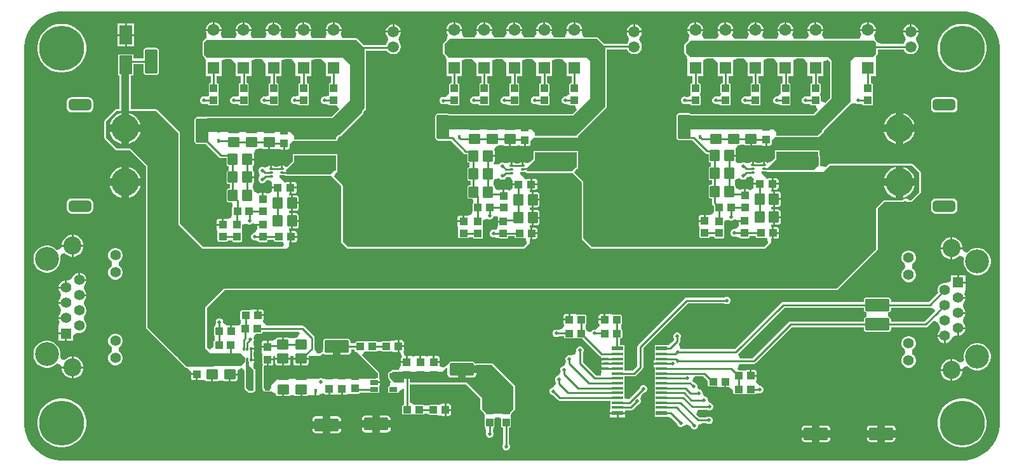
<source format=gbr>
G04*
G04 #@! TF.GenerationSoftware,Altium Limited,Altium Designer,25.1.2 (22)*
G04*
G04 Layer_Physical_Order=1*
G04 Layer_Color=204*
%FSLAX44Y44*%
%MOMM*%
G71*
G04*
G04 #@! TF.SameCoordinates,24EE1BED-7E77-41C4-A39D-8EFC6A2CB599*
G04*
G04*
G04 #@! TF.FilePolarity,Positive*
G04*
G01*
G75*
%ADD10C,0.2540*%
%ADD17R,0.6700X0.3000*%
%ADD18O,0.6700X0.3000*%
G04:AMPARAMS|DCode=19|XSize=3.3mm|YSize=1.7mm|CornerRadius=0.2125mm|HoleSize=0mm|Usage=FLASHONLY|Rotation=180.000|XOffset=0mm|YOffset=0mm|HoleType=Round|Shape=RoundedRectangle|*
%AMROUNDEDRECTD19*
21,1,3.3000,1.2750,0,0,180.0*
21,1,2.8750,1.7000,0,0,180.0*
1,1,0.4250,-1.4375,0.6375*
1,1,0.4250,1.4375,0.6375*
1,1,0.4250,1.4375,-0.6375*
1,1,0.4250,-1.4375,-0.6375*
%
%ADD19ROUNDEDRECTD19*%
G04:AMPARAMS|DCode=20|XSize=1mm|YSize=1.1mm|CornerRadius=0.075mm|HoleSize=0mm|Usage=FLASHONLY|Rotation=180.000|XOffset=0mm|YOffset=0mm|HoleType=Round|Shape=RoundedRectangle|*
%AMROUNDEDRECTD20*
21,1,1.0000,0.9500,0,0,180.0*
21,1,0.8500,1.1000,0,0,180.0*
1,1,0.1500,-0.4250,0.4750*
1,1,0.1500,0.4250,0.4750*
1,1,0.1500,0.4250,-0.4750*
1,1,0.1500,-0.4250,-0.4750*
%
%ADD20ROUNDEDRECTD20*%
%ADD21R,1.5000X0.6000*%
%ADD22R,1.5000X0.4000*%
%ADD23R,5.6000X2.1000*%
G04:AMPARAMS|DCode=24|XSize=3.3mm|YSize=1.7mm|CornerRadius=0.2125mm|HoleSize=0mm|Usage=FLASHONLY|Rotation=90.000|XOffset=0mm|YOffset=0mm|HoleType=Round|Shape=RoundedRectangle|*
%AMROUNDEDRECTD24*
21,1,3.3000,1.2750,0,0,90.0*
21,1,2.8750,1.7000,0,0,90.0*
1,1,0.4250,0.6375,1.4375*
1,1,0.4250,0.6375,-1.4375*
1,1,0.4250,-0.6375,-1.4375*
1,1,0.4250,-0.6375,1.4375*
%
%ADD24ROUNDEDRECTD24*%
%ADD25R,0.3000X0.6700*%
%ADD26O,0.3000X0.6700*%
G04:AMPARAMS|DCode=27|XSize=1mm|YSize=1.1mm|CornerRadius=0.075mm|HoleSize=0mm|Usage=FLASHONLY|Rotation=270.000|XOffset=0mm|YOffset=0mm|HoleType=Round|Shape=RoundedRectangle|*
%AMROUNDEDRECTD27*
21,1,1.0000,0.9500,0,0,270.0*
21,1,0.8500,1.1000,0,0,270.0*
1,1,0.1500,-0.4750,-0.4250*
1,1,0.1500,-0.4750,0.4250*
1,1,0.1500,0.4750,0.4250*
1,1,0.1500,0.4750,-0.4250*
%
%ADD27ROUNDEDRECTD27*%
G04:AMPARAMS|DCode=28|XSize=1.1mm|YSize=1mm|CornerRadius=0.1mm|HoleSize=0mm|Usage=FLASHONLY|Rotation=180.000|XOffset=0mm|YOffset=0mm|HoleType=Round|Shape=RoundedRectangle|*
%AMROUNDEDRECTD28*
21,1,1.1000,0.8000,0,0,180.0*
21,1,0.9000,1.0000,0,0,180.0*
1,1,0.2000,-0.4500,0.4000*
1,1,0.2000,0.4500,0.4000*
1,1,0.2000,0.4500,-0.4000*
1,1,0.2000,-0.4500,-0.4000*
%
%ADD28ROUNDEDRECTD28*%
%ADD29R,0.4000X0.4800*%
G04:AMPARAMS|DCode=30|XSize=1.3mm|YSize=1.5mm|CornerRadius=0.0975mm|HoleSize=0mm|Usage=FLASHONLY|Rotation=180.000|XOffset=0mm|YOffset=0mm|HoleType=Round|Shape=RoundedRectangle|*
%AMROUNDEDRECTD30*
21,1,1.3000,1.3050,0,0,180.0*
21,1,1.1050,1.5000,0,0,180.0*
1,1,0.1950,-0.5525,0.6525*
1,1,0.1950,0.5525,0.6525*
1,1,0.1950,0.5525,-0.6525*
1,1,0.1950,-0.5525,-0.6525*
%
%ADD30ROUNDEDRECTD30*%
G04:AMPARAMS|DCode=31|XSize=1.3mm|YSize=1.5mm|CornerRadius=0.0975mm|HoleSize=0mm|Usage=FLASHONLY|Rotation=90.000|XOffset=0mm|YOffset=0mm|HoleType=Round|Shape=RoundedRectangle|*
%AMROUNDEDRECTD31*
21,1,1.3000,1.3050,0,0,90.0*
21,1,1.1050,1.5000,0,0,90.0*
1,1,0.1950,0.6525,0.5525*
1,1,0.1950,0.6525,-0.5525*
1,1,0.1950,-0.6525,-0.5525*
1,1,0.1950,-0.6525,0.5525*
%
%ADD31ROUNDEDRECTD31*%
G04:AMPARAMS|DCode=32|XSize=1.1mm|YSize=1mm|CornerRadius=0.075mm|HoleSize=0mm|Usage=FLASHONLY|Rotation=90.000|XOffset=0mm|YOffset=0mm|HoleType=Round|Shape=RoundedRectangle|*
%AMROUNDEDRECTD32*
21,1,1.1000,0.8500,0,0,90.0*
21,1,0.9500,1.0000,0,0,90.0*
1,1,0.1500,0.4250,0.4750*
1,1,0.1500,0.4250,-0.4750*
1,1,0.1500,-0.4250,-0.4750*
1,1,0.1500,-0.4250,0.4750*
%
%ADD32ROUNDEDRECTD32*%
G04:AMPARAMS|DCode=33|XSize=1.1mm|YSize=1mm|CornerRadius=0.075mm|HoleSize=0mm|Usage=FLASHONLY|Rotation=0.000|XOffset=0mm|YOffset=0mm|HoleType=Round|Shape=RoundedRectangle|*
%AMROUNDEDRECTD33*
21,1,1.1000,0.8500,0,0,0.0*
21,1,0.9500,1.0000,0,0,0.0*
1,1,0.1500,0.4750,-0.4250*
1,1,0.1500,-0.4750,-0.4250*
1,1,0.1500,-0.4750,0.4250*
1,1,0.1500,0.4750,0.4250*
%
%ADD33ROUNDEDRECTD33*%
%ADD34R,0.8000X2.7000*%
%ADD35R,0.4500X0.5900*%
%ADD36R,1.7000X2.5000*%
G04:AMPARAMS|DCode=37|XSize=1.1mm|YSize=0.6mm|CornerRadius=0.03mm|HoleSize=0mm|Usage=FLASHONLY|Rotation=0.000|XOffset=0mm|YOffset=0mm|HoleType=Round|Shape=RoundedRectangle|*
%AMROUNDEDRECTD37*
21,1,1.1000,0.5400,0,0,0.0*
21,1,1.0400,0.6000,0,0,0.0*
1,1,0.0600,0.5200,-0.2700*
1,1,0.0600,-0.5200,-0.2700*
1,1,0.0600,-0.5200,0.2700*
1,1,0.0600,0.5200,0.2700*
%
%ADD37ROUNDEDRECTD37*%
G04:AMPARAMS|DCode=38|XSize=1.1mm|YSize=1mm|CornerRadius=0.1mm|HoleSize=0mm|Usage=FLASHONLY|Rotation=90.000|XOffset=0mm|YOffset=0mm|HoleType=Round|Shape=RoundedRectangle|*
%AMROUNDEDRECTD38*
21,1,1.1000,0.8000,0,0,90.0*
21,1,0.9000,1.0000,0,0,90.0*
1,1,0.2000,0.4000,0.4500*
1,1,0.2000,0.4000,-0.4500*
1,1,0.2000,-0.4000,-0.4500*
1,1,0.2000,-0.4000,0.4500*
%
%ADD38ROUNDEDRECTD38*%
%ADD63C,1.6000*%
G04:AMPARAMS|DCode=71|XSize=0.4mm|YSize=0.3mm|CornerRadius=0.0225mm|HoleSize=0mm|Usage=FLASHONLY|Rotation=180.000|XOffset=0mm|YOffset=0mm|HoleType=Round|Shape=RoundedRectangle|*
%AMROUNDEDRECTD71*
21,1,0.4000,0.2550,0,0,180.0*
21,1,0.3550,0.3000,0,0,180.0*
1,1,0.0450,-0.1775,0.1275*
1,1,0.0450,0.1775,0.1275*
1,1,0.0450,0.1775,-0.1275*
1,1,0.0450,-0.1775,-0.1275*
%
%ADD71ROUNDEDRECTD71*%
%ADD72C,1.0160*%
%ADD73R,1.6000X1.6000*%
%ADD74C,1.5000*%
%ADD75C,3.7000*%
G04:AMPARAMS|DCode=76|XSize=1.5mm|YSize=3mm|CornerRadius=0.375mm|HoleSize=0mm|Usage=FLASHONLY|Rotation=270.000|XOffset=0mm|YOffset=0mm|HoleType=Round|Shape=RoundedRectangle|*
%AMROUNDEDRECTD76*
21,1,1.5000,2.2500,0,0,270.0*
21,1,0.7500,3.0000,0,0,270.0*
1,1,0.7500,-1.1250,-0.3750*
1,1,0.7500,-1.1250,0.3750*
1,1,0.7500,1.1250,0.3750*
1,1,0.7500,1.1250,-0.3750*
%
%ADD76ROUNDEDRECTD76*%
%ADD77C,6.0000*%
%ADD78C,1.4080*%
%ADD79R,1.4080X1.4080*%
%ADD80C,2.4000*%
%ADD81C,3.2000*%
%ADD82C,0.5000*%
G36*
X151005Y700000D02*
X157001Y700000D01*
X1349000D01*
X1349000Y700000D01*
Y700000D01*
X1354864Y699671D01*
X1358971Y699130D01*
X1365429Y697399D01*
X1371606Y694841D01*
X1377396Y691498D01*
X1382700Y687428D01*
X1387428Y682700D01*
X1391498Y677396D01*
X1394841Y671606D01*
X1397399Y665429D01*
X1399130Y658971D01*
X1400002Y652343D01*
Y649000D01*
X1400002D01*
X1400000Y150500D01*
X1399967Y147178D01*
X1399041Y140599D01*
X1397269Y134196D01*
X1394682Y128077D01*
X1391322Y122345D01*
X1387247Y117097D01*
X1382527Y112422D01*
X1377239Y108399D01*
X1371474Y105096D01*
X1365330Y102568D01*
X1358910Y100859D01*
X1354862Y100330D01*
X1349000Y99998D01*
X1349000Y99998D01*
X151000Y99998D01*
X147657D01*
X141028Y100870D01*
X134571Y102601D01*
X128394Y105159D01*
X122604Y108502D01*
X117300Y112572D01*
X112572Y117300D01*
X108502Y122604D01*
X105159Y128394D01*
X102601Y134571D01*
X100870Y141028D01*
X99998Y147657D01*
Y151000D01*
X99998D01*
Y648997D01*
X100000Y649000D01*
Y652343D01*
X100873Y658971D01*
X102603Y665429D01*
X105162Y671606D01*
X108504Y677396D01*
X112575Y682700D01*
X117302Y687428D01*
X122606Y691498D01*
X128396Y694841D01*
X134573Y697399D01*
X141031Y699130D01*
X145140Y699671D01*
X151002Y700002D01*
X151005Y700000D01*
D02*
G37*
%LPC*%
G36*
X1115768Y685530D02*
X1115650D01*
Y676260D01*
X1124920D01*
Y676378D01*
X1124202Y679058D01*
X1122814Y681462D01*
X1120852Y683424D01*
X1118448Y684812D01*
X1115768Y685530D01*
D02*
G37*
G36*
X794268D02*
X794150D01*
Y676260D01*
X803420D01*
Y676378D01*
X802702Y679058D01*
X801314Y681462D01*
X799352Y683424D01*
X796948Y684812D01*
X794268Y685530D01*
D02*
G37*
G36*
X1113110D02*
X1112992D01*
X1110312Y684812D01*
X1107908Y683424D01*
X1105946Y681462D01*
X1104558Y679058D01*
X1103840Y676378D01*
Y676260D01*
X1113110D01*
Y685530D01*
D02*
G37*
G36*
X791610D02*
X791492D01*
X788812Y684812D01*
X786408Y683424D01*
X784446Y681462D01*
X783058Y679058D01*
X782340Y676378D01*
Y676260D01*
X791610D01*
Y685530D01*
D02*
G37*
G36*
X1225538D02*
X1225420D01*
Y676260D01*
X1234690D01*
Y676378D01*
X1233972Y679058D01*
X1232584Y681462D01*
X1230622Y683424D01*
X1228218Y684812D01*
X1225538Y685530D01*
D02*
G37*
G36*
X995768D02*
X995650D01*
Y676260D01*
X1004920D01*
Y676378D01*
X1004202Y679058D01*
X1002814Y681462D01*
X1000852Y683424D01*
X998448Y684812D01*
X995768Y685530D01*
D02*
G37*
G36*
X674268D02*
X674150D01*
Y676260D01*
X683420D01*
Y676378D01*
X682702Y679058D01*
X681314Y681462D01*
X679352Y683424D01*
X676948Y684812D01*
X674268Y685530D01*
D02*
G37*
G36*
X433488D02*
X433370D01*
Y676260D01*
X442640D01*
Y676378D01*
X441922Y679058D01*
X440534Y681462D01*
X438572Y683424D01*
X436168Y684812D01*
X433488Y685530D01*
D02*
G37*
G36*
X1222880D02*
X1222762D01*
X1220082Y684812D01*
X1217678Y683424D01*
X1215716Y681462D01*
X1214328Y679058D01*
X1213610Y676378D01*
Y676260D01*
X1222880D01*
Y685530D01*
D02*
G37*
G36*
X993110D02*
X992992D01*
X990312Y684812D01*
X987908Y683424D01*
X985946Y681462D01*
X984558Y679058D01*
X983840Y676378D01*
Y676260D01*
X993110D01*
Y685530D01*
D02*
G37*
G36*
X671610D02*
X671492D01*
X668812Y684812D01*
X666408Y683424D01*
X664446Y681462D01*
X663058Y679058D01*
X662340Y676378D01*
Y676260D01*
X671610D01*
Y685530D01*
D02*
G37*
G36*
X430830D02*
X430712D01*
X428032Y684812D01*
X425628Y683424D01*
X423666Y681462D01*
X422278Y679058D01*
X421560Y676378D01*
Y676260D01*
X430830D01*
Y685530D01*
D02*
G37*
G36*
X1035768D02*
X1035650D01*
Y676260D01*
X1044920D01*
Y676378D01*
X1044202Y679058D01*
X1042814Y681462D01*
X1040852Y683424D01*
X1038448Y684812D01*
X1035768Y685530D01*
D02*
G37*
G36*
X714268D02*
X714150D01*
Y676260D01*
X723420D01*
Y676378D01*
X722702Y679058D01*
X721314Y681462D01*
X719352Y683424D01*
X716948Y684812D01*
X714268Y685530D01*
D02*
G37*
G36*
X513488D02*
X513370D01*
Y676260D01*
X522640D01*
Y676378D01*
X521922Y679058D01*
X520534Y681462D01*
X518572Y683424D01*
X516168Y684812D01*
X513488Y685530D01*
D02*
G37*
G36*
X473488D02*
X473370D01*
Y676260D01*
X482640D01*
Y676378D01*
X481922Y679058D01*
X480534Y681462D01*
X478572Y683424D01*
X476168Y684812D01*
X473488Y685530D01*
D02*
G37*
G36*
X393488D02*
X393370D01*
Y676260D01*
X402640D01*
Y676378D01*
X401922Y679058D01*
X400534Y681462D01*
X398572Y683424D01*
X396168Y684812D01*
X393488Y685530D01*
D02*
G37*
G36*
X1033110D02*
X1032992D01*
X1030312Y684812D01*
X1027908Y683424D01*
X1025946Y681462D01*
X1024558Y679058D01*
X1023840Y676378D01*
Y676260D01*
X1033110D01*
Y685530D01*
D02*
G37*
G36*
X711610D02*
X711492D01*
X708812Y684812D01*
X706408Y683424D01*
X704446Y681462D01*
X703058Y679058D01*
X702340Y676378D01*
Y676260D01*
X711610D01*
Y685530D01*
D02*
G37*
G36*
X510830D02*
X510712D01*
X508032Y684812D01*
X505628Y683424D01*
X503666Y681462D01*
X502278Y679058D01*
X501560Y676378D01*
Y676260D01*
X510830D01*
Y685530D01*
D02*
G37*
G36*
X470830D02*
X470712D01*
X468032Y684812D01*
X465628Y683424D01*
X463666Y681462D01*
X462278Y679058D01*
X461560Y676378D01*
Y676260D01*
X470830D01*
Y685530D01*
D02*
G37*
G36*
X390830D02*
X390712D01*
X388032Y684812D01*
X385628Y683424D01*
X383666Y681462D01*
X382278Y679058D01*
X381560Y676378D01*
Y676260D01*
X390830D01*
Y685530D01*
D02*
G37*
G36*
X1075768D02*
X1075650D01*
Y676260D01*
X1084920D01*
Y676378D01*
X1084202Y679058D01*
X1082814Y681462D01*
X1080852Y683424D01*
X1078448Y684812D01*
X1075768Y685530D01*
D02*
G37*
G36*
X754268D02*
X754150D01*
Y676260D01*
X763420D01*
Y676378D01*
X762702Y679058D01*
X761314Y681462D01*
X759352Y683424D01*
X756948Y684812D01*
X754268Y685530D01*
D02*
G37*
G36*
X353488D02*
X353370D01*
Y676260D01*
X362640D01*
Y676378D01*
X361922Y679058D01*
X360534Y681462D01*
X358572Y683424D01*
X356168Y684812D01*
X353488Y685530D01*
D02*
G37*
G36*
X1073110D02*
X1072992D01*
X1070312Y684812D01*
X1067908Y683424D01*
X1065946Y681462D01*
X1064558Y679058D01*
X1063840Y676378D01*
Y676260D01*
X1073110D01*
Y685530D01*
D02*
G37*
G36*
X751610D02*
X751492D01*
X748812Y684812D01*
X746408Y683424D01*
X744446Y681462D01*
X743058Y679058D01*
X742340Y676378D01*
Y676260D01*
X751610D01*
Y685530D01*
D02*
G37*
G36*
X350830D02*
X350712D01*
X348032Y684812D01*
X345628Y683424D01*
X343666Y681462D01*
X342278Y679058D01*
X341560Y676378D01*
Y676260D01*
X350830D01*
Y685530D01*
D02*
G37*
G36*
X1155768D02*
X1155650D01*
Y676260D01*
X1164920D01*
Y676378D01*
X1164202Y679058D01*
X1162814Y681462D01*
X1160852Y683424D01*
X1158448Y684812D01*
X1155768Y685530D01*
D02*
G37*
G36*
X834268D02*
X834150D01*
Y676260D01*
X843420D01*
Y676378D01*
X842702Y679058D01*
X841314Y681462D01*
X839352Y683424D01*
X836948Y684812D01*
X834268Y685530D01*
D02*
G37*
G36*
X1153110D02*
X1152992D01*
X1150312Y684812D01*
X1147908Y683424D01*
X1145946Y681462D01*
X1144558Y679058D01*
X1143840Y676378D01*
Y676260D01*
X1153110D01*
Y685530D01*
D02*
G37*
G36*
X831610D02*
X831492D01*
X828812Y684812D01*
X826408Y683424D01*
X824446Y681462D01*
X823058Y679058D01*
X822340Y676378D01*
Y676260D01*
X831610D01*
Y685530D01*
D02*
G37*
G36*
X1282632Y682620D02*
X1282580D01*
Y673850D01*
X1291350D01*
Y673902D01*
X1290666Y676455D01*
X1289344Y678745D01*
X1287475Y680614D01*
X1285185Y681936D01*
X1282632Y682620D01*
D02*
G37*
G36*
X1280040D02*
X1279988D01*
X1277435Y681936D01*
X1275145Y680614D01*
X1273276Y678745D01*
X1271954Y676455D01*
X1271270Y673902D01*
Y673850D01*
X1280040D01*
Y682620D01*
D02*
G37*
G36*
X914182D02*
X914130D01*
Y673850D01*
X922900D01*
Y673902D01*
X922216Y676455D01*
X920894Y678745D01*
X919025Y680614D01*
X916735Y681936D01*
X914182Y682620D01*
D02*
G37*
G36*
X593022D02*
X592970D01*
Y673850D01*
X601740D01*
Y673902D01*
X601056Y676455D01*
X599734Y678745D01*
X597865Y680614D01*
X595575Y681936D01*
X593022Y682620D01*
D02*
G37*
G36*
X911590D02*
X911538D01*
X908985Y681936D01*
X906695Y680614D01*
X904826Y678745D01*
X903504Y676455D01*
X902820Y673902D01*
Y673850D01*
X911590D01*
Y682620D01*
D02*
G37*
G36*
X590430D02*
X590378D01*
X587825Y681936D01*
X585535Y680614D01*
X583666Y678745D01*
X582344Y676455D01*
X581660Y673902D01*
Y673850D01*
X590430D01*
Y682620D01*
D02*
G37*
G36*
X246290Y683290D02*
X236520D01*
Y669520D01*
X246290D01*
Y683290D01*
D02*
G37*
G36*
X233980D02*
X224210D01*
Y669520D01*
X233980D01*
Y683290D01*
D02*
G37*
G36*
X1124920Y673720D02*
X1114380D01*
X1103840D01*
Y673602D01*
X1104558Y670922D01*
X1105632Y669062D01*
X1105005Y666823D01*
X1102917Y663062D01*
X1085843D01*
X1083755Y666823D01*
X1083128Y669062D01*
X1084202Y670922D01*
X1084920Y673602D01*
Y673720D01*
X1074380D01*
X1063840D01*
Y673602D01*
X1064558Y670922D01*
X1065632Y669062D01*
X1065005Y666823D01*
X1062917Y663062D01*
X1045843D01*
X1043755Y666823D01*
X1043128Y669062D01*
X1044202Y670922D01*
X1044920Y673602D01*
Y673720D01*
X1034380D01*
X1023840D01*
Y673602D01*
X1024558Y670922D01*
X1025632Y669062D01*
X1025005Y666823D01*
X1022917Y663062D01*
X1005843Y663062D01*
X1003755Y666823D01*
X1003128Y669062D01*
X1004202Y670922D01*
X1004920Y673602D01*
Y673720D01*
X994380D01*
X983840D01*
Y673602D01*
X984558Y670922D01*
X985946Y668518D01*
X986125Y667742D01*
X985656Y661945D01*
X985268Y661152D01*
X980118Y656002D01*
X979676Y655340D01*
X979521Y654560D01*
X979521Y644406D01*
X979521Y644406D01*
X979676Y643626D01*
X979842Y643377D01*
X980118Y642964D01*
X980118Y642964D01*
X982788Y640294D01*
X983840Y634730D01*
X983840Y631674D01*
Y613650D01*
X990605D01*
Y604204D01*
X990240D01*
X989362Y604029D01*
X988618Y603532D01*
X988121Y602788D01*
X987946Y601910D01*
Y593750D01*
X987946Y592410D01*
X988047Y589160D01*
X987979Y586965D01*
X985866Y586251D01*
X983491Y585686D01*
X981946Y585608D01*
X981268Y585889D01*
X981000Y586000D01*
X981000Y586000D01*
X978995D01*
X977142Y585233D01*
X975725Y583815D01*
X975725Y583815D01*
X974958Y581963D01*
Y579958D01*
X974958Y579958D01*
X975614Y578373D01*
X975725Y578105D01*
X975725Y578105D01*
X977142Y576687D01*
X978995Y575920D01*
X981000D01*
X981000Y575920D01*
X981981Y576326D01*
X983049Y576341D01*
X985314Y575980D01*
X988417Y575088D01*
X988618Y574788D01*
X989362Y574291D01*
X990240Y574116D01*
X998740D01*
X999618Y574291D01*
X1000362Y574788D01*
X1000859Y575532D01*
X1001034Y576410D01*
Y584570D01*
X1001034Y585910D01*
X1000933Y589160D01*
X1001034Y592410D01*
X1001034Y593750D01*
Y601910D01*
X1000859Y602788D01*
X1000362Y603532D01*
X999618Y604029D01*
X998740Y604204D01*
X998375D01*
Y613650D01*
X1004920D01*
Y630641D01*
X1004920Y634730D01*
X1010128Y636641D01*
X1018632D01*
X1023840Y630641D01*
Y613650D01*
X1030605D01*
Y604204D01*
X1030240D01*
X1029362Y604029D01*
X1028618Y603532D01*
X1028121Y602788D01*
X1027946Y601910D01*
Y593750D01*
X1027946Y592410D01*
X1028047Y589160D01*
X1027984Y587145D01*
X1027158Y586640D01*
X1023005Y586000D01*
X1021000D01*
X1019147Y585233D01*
X1017730Y583815D01*
X1016963Y581963D01*
Y579958D01*
X1017730Y578105D01*
X1019147Y576687D01*
X1021000Y575920D01*
X1023005D01*
X1026972Y575619D01*
X1028618Y574788D01*
X1029362Y574291D01*
X1030240Y574116D01*
X1038740D01*
X1039618Y574291D01*
X1040362Y574788D01*
X1040859Y575532D01*
X1041034Y576410D01*
Y584570D01*
X1041034Y585910D01*
X1040933Y589160D01*
X1041034Y592410D01*
X1041034Y593750D01*
Y601910D01*
X1040859Y602788D01*
X1040362Y603532D01*
X1039618Y604029D01*
X1038740Y604204D01*
X1038375D01*
Y613650D01*
X1044920D01*
Y630641D01*
X1044920Y634730D01*
X1050128Y636641D01*
X1058632Y636641D01*
X1063840Y630641D01*
Y613650D01*
X1070605D01*
Y604204D01*
X1070240D01*
X1069362Y604029D01*
X1068618Y603532D01*
X1068121Y602788D01*
X1067946Y601910D01*
Y593750D01*
X1067946Y592410D01*
X1068047Y589160D01*
X1067987Y587228D01*
X1066572Y586545D01*
X1062999Y585985D01*
X1062000Y586000D01*
X1059995D01*
X1058143Y585233D01*
X1056725Y583815D01*
X1055957Y581963D01*
X1055957Y581962D01*
Y579958D01*
X1056725Y578105D01*
X1056725Y578105D01*
X1058143Y576687D01*
X1059995Y575920D01*
X1062000D01*
X1062000Y575920D01*
X1062127Y575973D01*
X1062404Y575993D01*
X1066403Y575671D01*
X1068618Y574788D01*
X1069362Y574291D01*
X1070240Y574116D01*
X1078740D01*
X1079618Y574291D01*
X1080362Y574788D01*
X1080859Y575532D01*
X1081034Y576410D01*
Y584570D01*
X1081034Y585910D01*
X1080933Y589160D01*
X1081034Y592410D01*
X1081034Y593750D01*
Y601910D01*
X1080859Y602788D01*
X1080362Y603532D01*
X1079618Y604029D01*
X1078740Y604204D01*
X1078375D01*
Y613650D01*
X1084920D01*
Y630641D01*
X1084920Y634730D01*
X1090128Y636641D01*
X1098632D01*
X1103840Y630641D01*
Y613650D01*
X1110605D01*
Y604204D01*
X1110240D01*
X1109362Y604029D01*
X1108618Y603532D01*
X1108121Y602788D01*
X1107946Y601910D01*
Y593750D01*
X1107946Y592410D01*
X1108010Y590341D01*
X1103391Y586000D01*
X1102000D01*
X1100148Y585233D01*
X1098730Y583815D01*
X1097962Y581963D01*
Y579958D01*
X1098730Y578105D01*
X1100148Y576687D01*
X1102000Y575920D01*
X1104005D01*
X1107443Y575596D01*
X1108618Y574788D01*
X1109362Y574291D01*
X1110240Y574116D01*
X1118740D01*
X1119618Y574291D01*
X1120362Y574788D01*
X1120859Y575532D01*
X1121034Y576410D01*
Y584570D01*
X1121034Y585910D01*
X1120933Y589160D01*
X1121034Y592410D01*
X1121034Y593750D01*
Y601910D01*
X1120859Y602788D01*
X1120362Y603532D01*
X1119618Y604029D01*
X1118740Y604204D01*
X1118375D01*
Y613650D01*
X1124920D01*
Y630641D01*
X1124920Y634730D01*
X1130128Y636641D01*
X1138632Y636641D01*
X1143840Y630641D01*
Y613650D01*
X1150605D01*
Y604204D01*
X1150240D01*
X1149362Y604029D01*
X1148618Y603532D01*
X1148121Y602788D01*
X1147946Y601910D01*
Y593750D01*
X1147946Y592410D01*
X1148047Y589160D01*
X1147987Y587228D01*
X1146572Y586545D01*
X1143000Y585985D01*
X1142000Y586000D01*
X1139995D01*
X1138143Y585233D01*
X1136725Y583815D01*
X1135957Y581963D01*
X1135957Y581962D01*
Y579958D01*
X1136725Y578105D01*
X1136725Y578105D01*
X1138143Y576687D01*
X1139995Y575920D01*
X1142000D01*
X1142000Y575920D01*
X1142127Y575973D01*
X1142404Y575993D01*
X1146403Y575671D01*
X1148618Y574788D01*
X1149362Y574291D01*
X1150240Y574116D01*
X1154721D01*
X1157191Y568116D01*
X1151851Y562822D01*
X988242D01*
X987119Y563573D01*
X985704Y563854D01*
X972954D01*
X971540Y563573D01*
X970341Y562771D01*
X969540Y561572D01*
X969258Y560158D01*
Y531408D01*
X969540Y529994D01*
X970341Y528795D01*
X971540Y527993D01*
X972954Y527712D01*
X985376D01*
X986494Y527490D01*
X990030D01*
X1007012Y510507D01*
X1008273Y509665D01*
X1009759Y509370D01*
X1012021D01*
Y500858D01*
X1012213Y499892D01*
X1012760Y499073D01*
X1013579Y498526D01*
X1014544Y498334D01*
X1014544Y492411D01*
X1013579Y492219D01*
X1012760Y491672D01*
X1012213Y490854D01*
X1012021Y489888D01*
Y476838D01*
X1012213Y475872D01*
X1012760Y475054D01*
X1013579Y474507D01*
X1014545Y474314D01*
X1016185D01*
Y468282D01*
X1014545D01*
X1013579Y468089D01*
X1012760Y467542D01*
X1012213Y466724D01*
X1012021Y465758D01*
Y452708D01*
X1012213Y451742D01*
X1012760Y450924D01*
X1013579Y450377D01*
X1014545Y450185D01*
X1016185D01*
Y443853D01*
X1016480Y442366D01*
X1017323Y441106D01*
X1018975Y439453D01*
Y434153D01*
X1019150Y433275D01*
X1017537Y429374D01*
X1012541Y427498D01*
X1011159Y427772D01*
X1007930D01*
Y420163D01*
X1006659D01*
Y418893D01*
X998550D01*
Y416163D01*
X998825Y414782D01*
X999465Y411093D01*
X999610Y408165D01*
X999610Y407999D01*
X999611Y406943D01*
Y400163D01*
X999805Y399188D01*
X1000357Y398361D01*
X1001184Y397808D01*
X1002159Y397614D01*
X1011159D01*
X1012135Y397808D01*
X1012962Y398361D01*
X1013514Y399188D01*
X1019415Y399093D01*
X1019590Y398215D01*
X1020087Y397471D01*
X1020832Y396974D01*
X1021710Y396799D01*
X1030209D01*
X1031087Y396974D01*
X1031832Y397471D01*
X1032329Y398215D01*
X1032504Y399093D01*
Y407253D01*
X1032504Y408593D01*
X1032403Y411843D01*
X1032504Y415093D01*
X1032504Y416433D01*
Y419529D01*
X1034838Y420698D01*
X1038503Y421369D01*
X1039145Y420727D01*
X1040997Y419960D01*
X1043002D01*
X1044855Y420727D01*
X1046273Y422145D01*
X1046355Y422344D01*
X1052140Y421193D01*
X1059959D01*
Y418653D01*
X1052355D01*
Y415952D01*
X1052355Y415173D01*
X1052355Y415173D01*
X1052497Y414459D01*
X1052248Y413844D01*
X1050694Y411284D01*
X1047002Y409040D01*
X1044997D01*
X1043145Y408273D01*
X1041727Y406855D01*
X1041727Y406855D01*
X1041727Y406855D01*
X1040960Y405003D01*
Y402998D01*
X1040960Y402998D01*
X1041727Y401145D01*
X1043145Y399727D01*
X1044997Y398960D01*
X1047002D01*
X1047430Y399137D01*
X1048608Y399144D01*
X1051401Y398668D01*
X1054087Y397551D01*
X1054832Y397054D01*
X1055710Y396879D01*
X1064209D01*
X1065087Y397054D01*
X1065832Y397551D01*
X1066329Y398295D01*
X1066504Y399173D01*
Y400198D01*
X1074445D01*
Y399833D01*
X1074620Y398955D01*
X1075117Y398211D01*
X1075862Y397714D01*
X1076740Y397539D01*
X1084899D01*
X1086239Y397539D01*
X1087770Y397587D01*
X1089499Y397220D01*
X1090171Y396814D01*
X1090893Y390271D01*
X1086021Y385398D01*
X1085961Y385309D01*
X856607D01*
X845079Y396838D01*
X845079Y471493D01*
X844923Y472273D01*
X844481Y472935D01*
X844481Y472935D01*
X832511Y484905D01*
X836349Y489553D01*
X837949D01*
Y491815D01*
X838215Y492213D01*
X838371Y492993D01*
Y503493D01*
X838215Y504273D01*
X837949Y504672D01*
Y513553D01*
X778949D01*
Y503219D01*
X774727Y498997D01*
X768942Y496856D01*
X767606Y497749D01*
X766029Y498062D01*
X765449D01*
Y493943D01*
X762909D01*
Y498062D01*
X762329D01*
X760753Y497749D01*
X760379Y497499D01*
X758643Y496856D01*
X754916D01*
X753180Y497499D01*
X752806Y497749D01*
X751229Y498062D01*
X750649D01*
Y493943D01*
X748109D01*
Y498062D01*
X747529D01*
X745953Y497749D01*
Y497749D01*
X743901Y496918D01*
X739855Y497273D01*
X738271Y497929D01*
X738002Y498040D01*
X738002Y498040D01*
X735997D01*
X734145Y497273D01*
X732995Y496123D01*
X732727Y495855D01*
X732727Y495855D01*
X730765Y495703D01*
X726417Y495974D01*
X725629Y496645D01*
Y496994D01*
X725982Y498313D01*
X726405Y498946D01*
X726678Y500318D01*
Y505573D01*
X717569D01*
Y508113D01*
X726678D01*
Y513368D01*
X726500Y514264D01*
X726574Y515089D01*
X728688Y519459D01*
X729380Y520264D01*
X730034D01*
X731406Y520537D01*
X731763Y520776D01*
X733513Y521314D01*
X737126D01*
X738876Y520776D01*
X739233Y520537D01*
X740604Y520264D01*
X745860D01*
Y529373D01*
X748400D01*
Y520264D01*
X753654D01*
X754746Y520481D01*
X755937Y520575D01*
X758275Y520671D01*
X761576Y520204D01*
X762143Y520091D01*
X762859Y519949D01*
X765839D01*
Y528053D01*
X768379D01*
Y519949D01*
X771359D01*
X772643Y520204D01*
X773731Y520931D01*
X774458Y522019D01*
X774714Y523303D01*
Y527308D01*
X778949Y531553D01*
X780714Y531553D01*
X837949D01*
Y533918D01*
X838523Y534301D01*
X841867Y537645D01*
X841962Y537708D01*
X841962Y537708D01*
X875762Y571508D01*
X875762Y571508D01*
X876204Y572169D01*
X876359Y572950D01*
X876359Y648915D01*
X903448D01*
X903504Y648705D01*
X904826Y646415D01*
X906695Y644546D01*
X908985Y643224D01*
X911538Y642540D01*
X914182D01*
X916735Y643224D01*
X919025Y644546D01*
X920894Y646415D01*
X922216Y648705D01*
X922900Y651258D01*
Y653902D01*
X922216Y656455D01*
X920894Y658745D01*
X919658Y662580D01*
X920894Y666415D01*
X922216Y668705D01*
X922900Y671258D01*
Y671310D01*
X912860D01*
X902820D01*
Y671258D01*
X903504Y668705D01*
X904826Y666415D01*
X906062Y662580D01*
X904827Y658748D01*
X904805Y658709D01*
X903637Y656685D01*
X872539D01*
X864782Y664442D01*
X864120Y664884D01*
X863340Y665039D01*
X845886D01*
X842702Y670922D01*
X843420Y673602D01*
Y673720D01*
X832880D01*
X822340D01*
Y673602D01*
X823058Y670922D01*
X819874Y665039D01*
X805886D01*
X802702Y670922D01*
X803420Y673602D01*
Y673720D01*
X792880D01*
X782340D01*
Y673602D01*
X783058Y670922D01*
X779874Y665039D01*
X765886D01*
X762702Y670922D01*
X763420Y673602D01*
Y673720D01*
X752880D01*
X742340D01*
Y673602D01*
X743058Y670922D01*
X739874Y665039D01*
X725886D01*
X722702Y670922D01*
X723420Y673602D01*
Y673720D01*
X712880D01*
X702340D01*
Y673602D01*
X703058Y670922D01*
X699874Y665039D01*
X685886D01*
X682702Y670922D01*
X683420Y673602D01*
Y673720D01*
X672880D01*
X662340D01*
Y673602D01*
X663058Y670922D01*
X663712Y669789D01*
X664432Y668451D01*
X663082Y661974D01*
X663011Y661877D01*
X658649Y657696D01*
X658636Y657678D01*
X658618Y657666D01*
X658409Y657353D01*
X658193Y657044D01*
X658188Y657023D01*
X658176Y657004D01*
X658102Y656635D01*
X658021Y656267D01*
X658025Y656246D01*
X658021Y656224D01*
X658021Y643866D01*
X658021Y643866D01*
X658176Y643086D01*
X658342Y642837D01*
X658618Y642424D01*
X658618Y642424D01*
X660906Y640136D01*
X662340Y634730D01*
X662340Y631610D01*
Y613650D01*
X669105D01*
Y604204D01*
X668740D01*
X667862Y604029D01*
X667118Y603532D01*
X666621Y602788D01*
X666446Y601910D01*
Y593750D01*
X666446Y592410D01*
X666498Y590729D01*
X663117Y586127D01*
X660724Y585324D01*
X660190Y585299D01*
X659440Y585610D01*
X659172Y585721D01*
X659172Y585721D01*
X657167D01*
X655583Y585065D01*
X655314Y584953D01*
X655314Y584953D01*
X653897Y583536D01*
X653897Y583536D01*
X653130Y581683D01*
Y579678D01*
X653130Y579678D01*
X653897Y577826D01*
X655315Y576408D01*
X657167Y575641D01*
X659172D01*
X660531Y576204D01*
X661523Y576238D01*
X661890Y576206D01*
X666960Y575025D01*
X667118Y574788D01*
X667862Y574291D01*
X668740Y574116D01*
X677240D01*
X678118Y574291D01*
X678862Y574788D01*
X679359Y575532D01*
X679534Y576410D01*
Y584570D01*
X679534Y585910D01*
X679433Y589160D01*
X679534Y592410D01*
X679534Y593750D01*
Y601910D01*
X679359Y602788D01*
X678862Y603532D01*
X678118Y604029D01*
X677240Y604204D01*
X676875D01*
Y613650D01*
X683420D01*
Y629961D01*
X683420Y634730D01*
X688910Y635961D01*
X696850D01*
X702340Y629961D01*
Y613650D01*
X709105D01*
Y604204D01*
X708740D01*
X707862Y604029D01*
X707118Y603532D01*
X706621Y602788D01*
X706446Y601910D01*
Y593750D01*
X706446Y592410D01*
X706547Y589160D01*
X706487Y587235D01*
X704838Y586458D01*
X701735Y585885D01*
X700446Y585878D01*
X700275Y585949D01*
X698270D01*
X696417Y585182D01*
X694999Y583764D01*
X694232Y581911D01*
Y579906D01*
X694999Y578054D01*
X696417Y576636D01*
X698270Y575869D01*
X700275D01*
X700612Y576009D01*
X700968Y576033D01*
X704632Y575708D01*
X707118Y574788D01*
X707862Y574291D01*
X708740Y574116D01*
X717240D01*
X718118Y574291D01*
X718862Y574788D01*
X719359Y575532D01*
X719534Y576410D01*
Y584570D01*
X719534Y585910D01*
X719433Y589160D01*
X719534Y592410D01*
X719534Y593750D01*
Y601910D01*
X719359Y602788D01*
X718862Y603532D01*
X718118Y604029D01*
X717240Y604204D01*
X716875D01*
Y613650D01*
X723420D01*
Y629961D01*
X723420Y634730D01*
X728910Y635961D01*
X736850D01*
X742340Y629961D01*
Y613650D01*
X749105D01*
Y604204D01*
X748740D01*
X747862Y604029D01*
X747118Y603532D01*
X746621Y602788D01*
X746446Y601910D01*
Y593750D01*
X746446Y592410D01*
X746547Y589160D01*
X746486Y587191D01*
X745427Y586621D01*
X741000Y586000D01*
X738995D01*
X737142Y585233D01*
X735725Y583815D01*
X734958Y581963D01*
Y579958D01*
X735725Y578105D01*
X737142Y576687D01*
X738995Y575920D01*
X741000D01*
X745231Y575628D01*
X747118Y574788D01*
X747862Y574291D01*
X748740Y574116D01*
X757240D01*
X758118Y574291D01*
X758862Y574788D01*
X759359Y575532D01*
X759534Y576410D01*
Y584570D01*
X759534Y585910D01*
X759433Y589160D01*
X759534Y592410D01*
X759534Y593750D01*
Y601910D01*
X759359Y602788D01*
X758862Y603532D01*
X758118Y604029D01*
X757240Y604204D01*
X756875D01*
Y613650D01*
X763420D01*
Y629961D01*
X763420Y634730D01*
X768910Y635961D01*
X776850D01*
X782340Y629961D01*
Y613650D01*
X789105D01*
Y604204D01*
X788740D01*
X787862Y604029D01*
X787118Y603532D01*
X786621Y602788D01*
X786446Y601910D01*
Y593750D01*
X786446Y592410D01*
X786547Y589160D01*
X786486Y587191D01*
X785427Y586621D01*
X781000Y586000D01*
X778995D01*
X777142Y585233D01*
X775725Y583815D01*
X774958Y581963D01*
Y579958D01*
X775725Y578105D01*
X777142Y576687D01*
X778995Y575920D01*
X781000D01*
X785231Y575628D01*
X787118Y574788D01*
X787862Y574291D01*
X788740Y574116D01*
X797240D01*
X798118Y574291D01*
X798862Y574788D01*
X799359Y575532D01*
X799534Y576410D01*
Y584570D01*
X799534Y585910D01*
X799433Y589160D01*
X799534Y592410D01*
X799534Y593750D01*
Y601910D01*
X799359Y602788D01*
X798862Y603532D01*
X798118Y604029D01*
X797240Y604204D01*
X796875D01*
Y613650D01*
X803420D01*
Y629961D01*
X803420Y634730D01*
X808910Y635961D01*
X816850D01*
X822340Y629961D01*
Y613650D01*
X829105D01*
Y604204D01*
X828740D01*
X827862Y604029D01*
X827118Y603532D01*
X826621Y602788D01*
X826446Y601910D01*
Y593750D01*
X826446Y592410D01*
X826535Y589536D01*
X821891Y586000D01*
X819995D01*
X818143Y585233D01*
X816725Y583815D01*
X815957Y581963D01*
Y579958D01*
X816725Y578105D01*
X818143Y576687D01*
X819995Y575920D01*
X822000D01*
X825706Y575609D01*
X827118Y574788D01*
X827862Y574291D01*
X828740Y574116D01*
X833766D01*
X836236Y568116D01*
X830856Y562782D01*
X665994D01*
X665619Y563033D01*
X664204Y563314D01*
X651454D01*
X650040Y563033D01*
X648841Y562231D01*
X648040Y561032D01*
X647758Y559618D01*
Y530868D01*
X648040Y529454D01*
X648841Y528255D01*
X650040Y527453D01*
X651454Y527172D01*
X663876D01*
X664994Y526950D01*
X668530D01*
X685512Y509967D01*
X686773Y509125D01*
X688259Y508830D01*
X690521D01*
Y500318D01*
X690713Y499352D01*
X691260Y498533D01*
X692079Y497986D01*
X693044Y497794D01*
X693044Y491871D01*
X692079Y491679D01*
X691260Y491132D01*
X690713Y490314D01*
X690521Y489348D01*
Y476298D01*
X690713Y475332D01*
X691260Y474514D01*
X692079Y473967D01*
X693045Y473774D01*
X694685D01*
Y467742D01*
X693045D01*
X692079Y467549D01*
X691260Y467002D01*
X690713Y466184D01*
X690521Y465218D01*
Y452168D01*
X690713Y451202D01*
X691260Y450384D01*
X692079Y449837D01*
X693045Y449645D01*
X697014D01*
X697881Y447144D01*
X698147Y443735D01*
X697650Y442991D01*
X697475Y442113D01*
Y433613D01*
X697650Y432735D01*
X696037Y428834D01*
X691041Y426958D01*
X689659Y427232D01*
X686430D01*
Y419623D01*
X685160D01*
Y418353D01*
X677050D01*
Y415623D01*
X677325Y414242D01*
X677965Y410553D01*
X678110Y407625D01*
X678111Y407459D01*
X678111Y406403D01*
Y399623D01*
X678305Y398648D01*
X678857Y397821D01*
X679684Y397268D01*
X680659Y397074D01*
X689659D01*
X690635Y397268D01*
X691462Y397821D01*
X692014Y398648D01*
X697915Y398553D01*
X698090Y397675D01*
X698587Y396931D01*
X699332Y396434D01*
X700210Y396259D01*
X708709D01*
X709587Y396434D01*
X710332Y396931D01*
X710829Y397675D01*
X711003Y398553D01*
Y406713D01*
X711003Y408053D01*
X710903Y411303D01*
X711003Y414553D01*
X711003Y415893D01*
Y421030D01*
X711100Y421093D01*
X717003Y422869D01*
X717145Y422727D01*
X717145D01*
X718997Y421960D01*
X721003D01*
X722855Y422727D01*
X722855D01*
X724273Y424145D01*
X724884Y425621D01*
X726245Y426077D01*
X729424Y426288D01*
X729945Y426137D01*
X730154Y426007D01*
X731013Y424929D01*
X730855Y424133D01*
Y420653D01*
X738459D01*
Y418113D01*
X730855D01*
Y415412D01*
X730855Y414633D01*
X730855Y414633D01*
X730969Y414062D01*
X729236Y408469D01*
X727060Y408057D01*
X726003Y408040D01*
X723997D01*
X722145Y407273D01*
X720727Y405855D01*
X719960Y404002D01*
Y401997D01*
X720727Y400145D01*
X722145Y398727D01*
X723997Y397960D01*
X726003D01*
X726141Y398017D01*
X730320Y397833D01*
X732587Y397011D01*
X733332Y396514D01*
X734210Y396339D01*
X742709D01*
X743587Y396514D01*
X744332Y397011D01*
X744829Y397755D01*
X745004Y398633D01*
Y399658D01*
X752945D01*
Y399293D01*
X753120Y398415D01*
X753617Y397671D01*
X754362Y397174D01*
X755239Y396999D01*
X763399D01*
X764739Y396999D01*
X766270Y397047D01*
X767999Y396680D01*
X768671Y396274D01*
X769393Y389731D01*
X764972Y385309D01*
X531307D01*
X524299Y392318D01*
X524299Y466973D01*
X524299Y466973D01*
X524143Y467753D01*
X523701Y468415D01*
X512822Y479295D01*
X515569Y485033D01*
X517169D01*
Y509033D01*
X458169D01*
Y500241D01*
X450076Y492147D01*
X448162Y492336D01*
X446826Y493229D01*
X445249Y493542D01*
X444669D01*
Y489423D01*
X442129D01*
Y493542D01*
X441549D01*
X439973Y493229D01*
X439599Y492979D01*
X437863Y492336D01*
X434136D01*
X432400Y492979D01*
X432026Y493229D01*
X430449Y493542D01*
X429869D01*
Y489423D01*
X427329D01*
Y493542D01*
X426749D01*
X425173Y493229D01*
X423837Y492336D01*
X420645Y491483D01*
X418003Y492040D01*
X415998D01*
X414145Y491273D01*
X412727Y489855D01*
X411960Y488003D01*
Y485998D01*
X412727Y484145D01*
X413633Y481194D01*
X412667Y478305D01*
X412010Y476720D01*
X411899Y476452D01*
X411899Y476452D01*
Y474447D01*
X412667Y472595D01*
X414084Y471177D01*
X414084Y471177D01*
X415937Y470410D01*
X417942D01*
X417942Y470410D01*
X419794Y471177D01*
X421212Y472595D01*
X421721Y473822D01*
X424746Y474379D01*
X425147Y474366D01*
X428296Y473722D01*
X429729Y470802D01*
X429930Y469957D01*
X429675Y468673D01*
Y465693D01*
X437780D01*
Y463153D01*
X429675D01*
Y460173D01*
X429748Y459807D01*
X429914Y458879D01*
X425151Y455903D01*
X424552Y456275D01*
X424537Y456284D01*
X423463Y457002D01*
X422179Y457257D01*
X419199D01*
Y449153D01*
X416659D01*
Y457257D01*
X413680D01*
X412396Y457002D01*
X411898Y456670D01*
X409160Y457349D01*
X405898Y458979D01*
Y460698D01*
X405625Y462070D01*
X405151Y462779D01*
X404849Y463954D01*
Y468522D01*
X405151Y469697D01*
X405625Y470407D01*
X405898Y471778D01*
Y477033D01*
X396789D01*
Y479573D01*
X405898D01*
Y484828D01*
X405625Y486199D01*
X405202Y486833D01*
X404849Y488151D01*
Y492474D01*
X405202Y493793D01*
X405625Y494426D01*
X405898Y495798D01*
Y501053D01*
X396789D01*
Y503593D01*
X405898D01*
Y508848D01*
X405720Y509744D01*
X405794Y510569D01*
X407908Y514939D01*
X408601Y515744D01*
X409254D01*
X410626Y516017D01*
X410983Y516256D01*
X412733Y516794D01*
X416346D01*
X418096Y516256D01*
X418453Y516017D01*
X419824Y515744D01*
X425079D01*
Y524853D01*
X427619D01*
Y515744D01*
X432874D01*
X433966Y515961D01*
X435157Y516055D01*
X437495Y516151D01*
X440796Y515684D01*
X441363Y515571D01*
X442079Y515429D01*
X445059D01*
Y523533D01*
X447599D01*
Y515429D01*
X450579D01*
X451863Y515684D01*
X452951Y516411D01*
X453679Y517499D01*
X453934Y518783D01*
Y522788D01*
X458169Y527033D01*
X459934Y527033D01*
X517169D01*
Y527641D01*
X519740Y532591D01*
X520520Y532746D01*
X521182Y533188D01*
X521182Y533188D01*
X551402Y563408D01*
X551402Y563408D01*
X551844Y564069D01*
X551999Y564850D01*
Y565597D01*
X552456Y566700D01*
X553300Y567544D01*
X554320Y567966D01*
X554982Y568408D01*
X555424Y569070D01*
X555579Y569850D01*
X555579Y647200D01*
X583213D01*
X583666Y646415D01*
X585535Y644546D01*
X587825Y643224D01*
X590378Y642540D01*
X593022D01*
X595575Y643224D01*
X597865Y644546D01*
X599734Y646415D01*
X601056Y648705D01*
X601740Y651258D01*
Y653902D01*
X601056Y656455D01*
X599734Y658745D01*
X598498Y662580D01*
X599734Y666415D01*
X601056Y668705D01*
X601740Y671258D01*
Y671310D01*
X591700D01*
X581660D01*
Y671258D01*
X582344Y668705D01*
X583666Y666415D01*
X584902Y662580D01*
X583666Y658745D01*
X582344Y656455D01*
X581946Y654970D01*
X551964D01*
X543752Y663182D01*
X543090Y663624D01*
X542310Y663779D01*
X524280D01*
X522756Y665707D01*
X521262Y669779D01*
X521922Y670922D01*
X522640Y673602D01*
Y673720D01*
X512100D01*
X501560D01*
Y673602D01*
X502278Y670922D01*
X502938Y669779D01*
X501444Y665707D01*
X499920Y663779D01*
X484280Y663779D01*
X482756Y665707D01*
X481262Y669779D01*
X481922Y670922D01*
X482640Y673602D01*
Y673720D01*
X472100D01*
X461560D01*
Y673602D01*
X462278Y670922D01*
X462938Y669779D01*
X461444Y665707D01*
X459920Y663779D01*
X444280D01*
X442756Y665707D01*
X441262Y669779D01*
X441922Y670922D01*
X442640Y673602D01*
Y673720D01*
X432100D01*
X421560D01*
Y673602D01*
X422278Y670922D01*
X422938Y669779D01*
X421444Y665707D01*
X419920Y663779D01*
X404280D01*
X402756Y665707D01*
X401262Y669779D01*
X401922Y670922D01*
X402640Y673602D01*
Y673720D01*
X392100D01*
X381560D01*
Y673602D01*
X382278Y670922D01*
X382938Y669779D01*
X381444Y665707D01*
X379920Y663779D01*
X364280D01*
X362756Y665707D01*
X361262Y669779D01*
X361922Y670922D01*
X362640Y673602D01*
Y673720D01*
X352100D01*
X341560D01*
Y673602D01*
X342278Y670922D01*
X342959Y669743D01*
X342978Y668427D01*
X342831Y667437D01*
X342333Y665159D01*
X341048Y662651D01*
X337869Y659604D01*
X337856Y659585D01*
X337838Y659573D01*
X337629Y659260D01*
X337413Y658952D01*
X337408Y658930D01*
X337396Y658912D01*
X337323Y658542D01*
X337241Y658175D01*
X337245Y658153D01*
X337241Y658131D01*
X337241Y642230D01*
X337396Y641450D01*
X337673Y641035D01*
X337838Y640788D01*
X338969Y639657D01*
X341560Y634730D01*
X341560Y631137D01*
Y613650D01*
X348325D01*
Y604204D01*
X347960D01*
X347082Y604029D01*
X346338Y603532D01*
X345841Y602788D01*
X345666Y601910D01*
Y593750D01*
X345666Y592410D01*
X345767Y589160D01*
X345706Y587214D01*
X344528Y586620D01*
X340003Y586040D01*
X337998D01*
X336145Y585273D01*
X334727Y583855D01*
X333960Y582002D01*
Y579997D01*
X334727Y578145D01*
X336145Y576727D01*
X337998Y575960D01*
X340003D01*
X344368Y575640D01*
X346338Y574788D01*
X347082Y574291D01*
X347960Y574116D01*
X356460D01*
X357338Y574291D01*
X358082Y574788D01*
X358579Y575532D01*
X358754Y576410D01*
Y584570D01*
X358754Y585910D01*
X358653Y589160D01*
X358754Y592410D01*
X358754Y593750D01*
Y601910D01*
X358579Y602788D01*
X358082Y603532D01*
X357338Y604029D01*
X356460Y604204D01*
X356095D01*
Y613650D01*
X362640D01*
Y629751D01*
X362640Y634730D01*
X368217Y635751D01*
X375983D01*
X381560Y629751D01*
Y613650D01*
X388325D01*
Y604204D01*
X387960D01*
X387082Y604029D01*
X386338Y603532D01*
X385841Y602788D01*
X385666Y601910D01*
Y593750D01*
X385666Y592410D01*
X385767Y589160D01*
X385706Y587214D01*
X384528Y586620D01*
X380003Y586040D01*
X377998D01*
X376145Y585273D01*
X374727Y583855D01*
X373960Y582002D01*
Y579997D01*
X374727Y578145D01*
X376145Y576727D01*
X377998Y575960D01*
X380003D01*
X384368Y575640D01*
X386338Y574788D01*
X387082Y574291D01*
X387960Y574116D01*
X396460D01*
X397338Y574291D01*
X398082Y574788D01*
X398579Y575532D01*
X398754Y576410D01*
Y584570D01*
X398754Y585910D01*
X398653Y589160D01*
X398754Y592410D01*
X398754Y593750D01*
Y601910D01*
X398579Y602788D01*
X398082Y603532D01*
X397338Y604029D01*
X396460Y604204D01*
X396095D01*
Y613650D01*
X402640D01*
Y629751D01*
X402640Y634730D01*
X408217Y635751D01*
X415983D01*
X421560Y629751D01*
Y613650D01*
X428325D01*
Y604204D01*
X427960D01*
X427082Y604029D01*
X426338Y603532D01*
X425841Y602788D01*
X425666Y601910D01*
Y593750D01*
X425666Y592410D01*
X425767Y589160D01*
X425704Y587121D01*
X424987Y586656D01*
X421003Y586040D01*
X418997D01*
X417145Y585273D01*
X415727Y583855D01*
X414960Y582002D01*
Y579997D01*
X415727Y578145D01*
X417145Y576727D01*
X418997Y575960D01*
X421003D01*
X424843Y575620D01*
X426338Y574788D01*
X427082Y574291D01*
X427960Y574116D01*
X436460D01*
X437338Y574291D01*
X438082Y574788D01*
X438579Y575532D01*
X438754Y576410D01*
Y584570D01*
X438754Y585910D01*
X438653Y589160D01*
X438754Y592410D01*
X438754Y593750D01*
Y601910D01*
X438579Y602788D01*
X438082Y603532D01*
X437338Y604029D01*
X436460Y604204D01*
X436095D01*
Y613650D01*
X442640D01*
Y629751D01*
X442640Y634730D01*
X448217Y635751D01*
X455983D01*
X461560Y629751D01*
Y613650D01*
X468325D01*
Y604204D01*
X467960D01*
X467082Y604029D01*
X466338Y603532D01*
X465841Y602788D01*
X465666Y601910D01*
Y593750D01*
X465666Y592410D01*
X465767Y589160D01*
X465704Y587121D01*
X464987Y586656D01*
X461003Y586040D01*
X458997D01*
X457145Y585273D01*
X455727Y583855D01*
X454960Y582002D01*
Y579997D01*
X455727Y578145D01*
X457145Y576727D01*
X458997Y575960D01*
X461003D01*
X464843Y575620D01*
X466338Y574788D01*
X467082Y574291D01*
X467960Y574116D01*
X476460D01*
X477338Y574291D01*
X478082Y574788D01*
X478579Y575532D01*
X478754Y576410D01*
Y584570D01*
X478754Y585910D01*
X478653Y589160D01*
X478754Y592410D01*
X478754Y593750D01*
Y601910D01*
X478579Y602788D01*
X478082Y603532D01*
X477338Y604029D01*
X476460Y604204D01*
X476095D01*
Y613650D01*
X482640D01*
Y629751D01*
X482640Y634730D01*
X488217Y635751D01*
X495983D01*
X501560Y629751D01*
Y613650D01*
X508325D01*
Y604204D01*
X507960D01*
X507082Y604029D01*
X506338Y603532D01*
X505841Y602788D01*
X505666Y601910D01*
Y593750D01*
X505666Y592410D01*
X505767Y589160D01*
X505704Y587121D01*
X504987Y586656D01*
X501003Y586040D01*
X498997D01*
X497145Y585273D01*
X495727Y583855D01*
X494960Y582002D01*
Y579997D01*
X495727Y578145D01*
X497145Y576727D01*
X498997Y575960D01*
X501003D01*
X504843Y575620D01*
X506338Y574788D01*
X507082Y574291D01*
X507960Y574116D01*
X513884Y574116D01*
X513920D01*
X513920D01*
X516003Y574116D01*
X517267Y572640D01*
X519296Y568932D01*
X509541Y559262D01*
X343260D01*
X342479Y559107D01*
X342011Y558794D01*
X330674D01*
X329260Y558513D01*
X328061Y557711D01*
X327260Y556512D01*
X326978Y555098D01*
Y526348D01*
X327260Y524934D01*
X328061Y523735D01*
X329260Y522933D01*
X330674Y522652D01*
X341627D01*
X359448Y504831D01*
X360708Y503989D01*
X362195Y503693D01*
X369741D01*
Y495798D01*
X369933Y494832D01*
X370480Y494013D01*
X371299Y493466D01*
X372264Y493274D01*
X372264Y487351D01*
X371299Y487159D01*
X370480Y486612D01*
X369933Y485794D01*
X369741Y484828D01*
Y471778D01*
X369933Y470812D01*
X370480Y469994D01*
X371299Y469447D01*
X372265Y469254D01*
X373905D01*
Y463222D01*
X372265D01*
X371299Y463029D01*
X370480Y462482D01*
X369933Y461664D01*
X369741Y460698D01*
Y447648D01*
X369933Y446682D01*
X370480Y445864D01*
X371299Y445317D01*
X372265Y445125D01*
X376234D01*
X377101Y442624D01*
X377367Y439215D01*
X376870Y438471D01*
X376695Y437593D01*
Y429093D01*
X376870Y428215D01*
X375257Y424314D01*
X370261Y422438D01*
X368879Y422712D01*
X365649D01*
Y415103D01*
X364379D01*
Y413833D01*
X356270D01*
Y411103D01*
X356545Y409722D01*
X357185Y406033D01*
X357330Y403105D01*
X357331Y402939D01*
X357331Y401883D01*
Y395103D01*
X357524Y394128D01*
X358077Y393301D01*
X358904Y392748D01*
X359879Y392554D01*
X368879D01*
X369855Y392748D01*
X370682Y393301D01*
X371234Y394128D01*
X377135Y394033D01*
X377310Y393155D01*
X377807Y392411D01*
X378552Y391914D01*
X379430Y391739D01*
X387929D01*
X388807Y391914D01*
X389552Y392411D01*
X390049Y393155D01*
X390224Y394033D01*
Y402193D01*
X390224Y403533D01*
X390123Y406783D01*
X390224Y410033D01*
X390224Y411373D01*
Y414809D01*
X393924Y416380D01*
X396223Y416649D01*
X397145Y415727D01*
X398997Y414960D01*
X401003D01*
X402855Y415727D01*
X404075Y416947D01*
X405130Y416898D01*
X410075Y415474D01*
Y410892D01*
X410075Y410113D01*
X410075Y410113D01*
X410180Y409583D01*
X409589Y408079D01*
X408514Y406485D01*
X406619Y404040D01*
X405998D01*
X404145Y403273D01*
X402727Y401855D01*
X401960Y400003D01*
Y397998D01*
X402727Y396145D01*
X404145Y394727D01*
X405998Y393960D01*
X408003D01*
X411121Y393276D01*
X411807Y392491D01*
X412552Y391994D01*
X413429Y391819D01*
X421929D01*
X422807Y391994D01*
X423552Y392491D01*
X424049Y393235D01*
X424224Y394113D01*
Y395138D01*
X432165D01*
Y394773D01*
X432340Y393895D01*
X432837Y393151D01*
X433582Y392654D01*
X434459Y392479D01*
X442619D01*
X443799Y392479D01*
X444282Y391949D01*
X446295Y388640D01*
X446298Y388009D01*
X443836Y385309D01*
X338305D01*
X307299Y416315D01*
Y536950D01*
X307299Y536950D01*
X307144Y537730D01*
X306702Y538392D01*
X276552Y568542D01*
X275890Y568984D01*
X275110Y569139D01*
X241686D01*
Y614250D01*
X245250D01*
Y629115D01*
X258929D01*
Y618625D01*
X259210Y617211D01*
X260012Y616012D01*
X261211Y615210D01*
X262625Y614929D01*
X275375D01*
X276789Y615210D01*
X277988Y616012D01*
X278790Y617211D01*
X279071Y618625D01*
Y647375D01*
X278790Y648789D01*
X277988Y649988D01*
X276789Y650790D01*
X275375Y651071D01*
X262625D01*
X261211Y650790D01*
X260012Y649988D01*
X259210Y648789D01*
X258929Y647375D01*
Y636885D01*
X245250D01*
Y642250D01*
X225250D01*
Y614250D01*
X226314D01*
Y569139D01*
X222180D01*
X221400Y568984D01*
X220738Y568542D01*
X207248Y555052D01*
X206806Y554390D01*
X206651Y553610D01*
X206651Y531020D01*
X206806Y530240D01*
X207248Y529578D01*
X207248Y529578D01*
X221898Y514928D01*
X222560Y514486D01*
X223340Y514331D01*
X240405D01*
X261961Y492775D01*
Y278000D01*
X261961Y278000D01*
X262116Y277220D01*
X262558Y276558D01*
X262558Y276558D01*
X301195Y237921D01*
X301579Y237664D01*
X302664Y236579D01*
X302921Y236195D01*
X314768Y224348D01*
X314778Y224341D01*
X314784Y224332D01*
X315107Y224121D01*
X315430Y223906D01*
X315441Y223904D01*
X315451Y223897D01*
X315831Y223826D01*
X316210Y223751D01*
X316222Y223753D01*
X316233Y223751D01*
X316988Y223759D01*
X317039Y223738D01*
X317853Y223162D01*
X321945Y217814D01*
Y216790D01*
X329550D01*
Y215520D01*
X330820D01*
Y207416D01*
X333800D01*
X334120Y207479D01*
X335296Y207663D01*
X337623Y207571D01*
X339157Y207413D01*
X341955Y206490D01*
X341993Y206464D01*
X343365Y206191D01*
X348620D01*
Y215300D01*
X351160D01*
Y206191D01*
X356415D01*
X357786Y206464D01*
X358406Y206878D01*
X359749Y207241D01*
X364031D01*
X365374Y206878D01*
X365993Y206464D01*
X367365Y206191D01*
X372620D01*
Y215300D01*
X373890D01*
Y216570D01*
X383999D01*
Y220224D01*
X388846Y223609D01*
X391680Y221987D01*
X392768Y220678D01*
X393211Y220059D01*
Y197250D01*
X393366Y196470D01*
X393808Y195808D01*
X393808Y195808D01*
X396750Y192866D01*
Y192250D01*
X397366D01*
X398058Y191558D01*
X398720Y191116D01*
X399500Y190961D01*
X404000D01*
X404780Y191116D01*
X405442Y191558D01*
X405442Y191558D01*
X406134Y192250D01*
X407750D01*
Y222250D01*
X406884D01*
X405493Y223641D01*
X405288Y224324D01*
X405163Y230087D01*
X406055Y231424D01*
X406056Y231424D01*
X406369Y233000D01*
Y233580D01*
X402250D01*
Y236120D01*
X406369D01*
Y236700D01*
X406055Y238276D01*
X405806Y238650D01*
X405163Y240386D01*
Y244114D01*
X405806Y245850D01*
X406055Y246224D01*
X406369Y247800D01*
Y248380D01*
X402250D01*
Y250920D01*
X406369D01*
Y251500D01*
X406055Y253076D01*
X405175Y254938D01*
X405270Y259036D01*
X405876Y260603D01*
X406040Y260998D01*
Y263002D01*
X405656Y263929D01*
X407196Y267562D01*
X408797Y269816D01*
X415430D01*
X416308Y269991D01*
X417052Y270488D01*
X417549Y271232D01*
X417724Y272110D01*
Y272475D01*
X465601D01*
X467167Y270309D01*
X464101Y264309D01*
X462085D01*
X460714Y264036D01*
X460094Y263622D01*
X458751Y263259D01*
X454469D01*
X453126Y263622D01*
X452506Y264036D01*
X451135Y264309D01*
X445880D01*
Y255200D01*
X443340D01*
Y264309D01*
X438085D01*
X436713Y264036D01*
X435551Y263259D01*
X435173Y262694D01*
X433962Y261748D01*
X432394Y261076D01*
X429725Y260167D01*
X428501Y260025D01*
X428200Y260084D01*
X425220D01*
Y251980D01*
X423950D01*
Y250710D01*
X416345D01*
Y247230D01*
X416578Y246059D01*
X416609Y245894D01*
X417209Y241928D01*
X417398Y239823D01*
X417406Y239223D01*
X417406Y238214D01*
Y230230D01*
X417580Y229352D01*
X417787Y228078D01*
X417452Y227467D01*
X417422Y227371D01*
X417366Y227287D01*
X417308Y226993D01*
X417221Y226706D01*
X417231Y226605D01*
X417211Y226506D01*
X417211Y197612D01*
X417211Y197250D01*
X417211Y197250D01*
X417211Y197249D01*
X417366Y196470D01*
X417523Y196234D01*
X418750Y192250D01*
X420277Y192250D01*
X428625D01*
X428625Y192250D01*
X428625Y192250D01*
X433838Y190350D01*
X434781Y189911D01*
Y189775D01*
X435054Y188403D01*
X435831Y187241D01*
X436993Y186464D01*
X438365Y186191D01*
X443620D01*
Y195300D01*
X446160D01*
Y186191D01*
X451415D01*
X452786Y186464D01*
X453406Y186878D01*
X454749Y187241D01*
X459031D01*
X460374Y186878D01*
X460993Y186464D01*
X462365Y186191D01*
X467620D01*
Y195300D01*
X470160D01*
Y186191D01*
X475415D01*
X476786Y186464D01*
X477767Y187119D01*
X483352Y187846D01*
X483478Y187860D01*
X484735Y187860D01*
X486980D01*
Y193350D01*
X489520D01*
Y187860D01*
X493040D01*
Y189198D01*
X498951Y190236D01*
X499678Y189148D01*
X500766Y188421D01*
X502050Y188165D01*
X505030D01*
Y196270D01*
X507570D01*
Y188165D01*
X510550D01*
X510843Y188224D01*
X512144Y188430D01*
X514800Y188507D01*
X517456Y188430D01*
X518757Y188224D01*
X519050Y188165D01*
X522030D01*
Y196270D01*
X524570D01*
Y188165D01*
X527550D01*
X528834Y188421D01*
X529256Y188703D01*
X529256Y188703D01*
X531675Y189272D01*
X535646Y189552D01*
X536151Y189483D01*
X536640Y189386D01*
X545140D01*
X546018Y189561D01*
X546762Y190058D01*
X547259Y190802D01*
X547322Y191115D01*
X559427D01*
X559502Y191002D01*
X560098Y190604D01*
X560800Y190465D01*
X571200D01*
X571902Y190604D01*
X572498Y191002D01*
X572896Y191598D01*
X573035Y192300D01*
Y197700D01*
X572896Y198402D01*
X573248Y199752D01*
X573875Y200692D01*
X574096Y201800D01*
Y203230D01*
X566000D01*
Y205770D01*
X574096D01*
Y207200D01*
X573875Y208308D01*
X573248Y209247D01*
X572896Y210598D01*
X573035Y211300D01*
Y216700D01*
X572896Y217402D01*
X572498Y217998D01*
X571969Y218351D01*
X571884Y218780D01*
X571442Y219442D01*
X571442Y219442D01*
X565442Y225442D01*
X565442Y225442D01*
X550291Y240593D01*
X551532Y243590D01*
X553094Y246112D01*
X555820Y246197D01*
X559070Y246096D01*
X560410Y246096D01*
X568570D01*
X569448Y246271D01*
X570192Y246768D01*
X573558Y247054D01*
X576619Y246566D01*
X576698Y246448D01*
X577525Y245895D01*
X578500Y245701D01*
X585280D01*
X586336Y245701D01*
X586502Y245701D01*
X589430Y245556D01*
X593119Y244915D01*
X594500Y244641D01*
X597230D01*
Y252750D01*
Y260859D01*
X594500D01*
X593119Y260585D01*
X589430Y259944D01*
X586502Y259799D01*
X586336Y259799D01*
X585280Y259799D01*
X578500D01*
X577525Y259605D01*
X576698Y259052D01*
X576585Y258884D01*
X573723Y258342D01*
X570192Y258512D01*
X569448Y259009D01*
X568570Y259184D01*
X560410D01*
X559070Y259184D01*
X555820Y259083D01*
X552570Y259184D01*
X551230Y259184D01*
X543070D01*
X542192Y259009D01*
X541448Y258512D01*
X540951Y257768D01*
X540776Y256890D01*
Y256525D01*
X534621D01*
Y259075D01*
X534340Y260489D01*
X533539Y261688D01*
X532339Y262490D01*
X530925Y262771D01*
X502175D01*
X500761Y262490D01*
X499562Y261688D01*
X498760Y260489D01*
X498479Y259075D01*
Y251331D01*
X498434Y251038D01*
X497419Y245698D01*
X496771Y245314D01*
X496682Y245267D01*
X496583Y245247D01*
X496333Y245081D01*
X496069Y244939D01*
X496005Y244861D01*
X495921Y244805D01*
X494166Y243050D01*
X490233Y243579D01*
X486834Y249336D01*
X486885Y249590D01*
Y264000D01*
X486589Y265487D01*
X485747Y266747D01*
X473387Y279107D01*
X472127Y279949D01*
X470640Y280245D01*
X423088D01*
X417911Y285792D01*
X417915Y286245D01*
X418305Y288062D01*
X418305Y288062D01*
X418669Y288606D01*
X418924Y289890D01*
Y292870D01*
X410820D01*
Y294140D01*
X409550D01*
Y301744D01*
X406849D01*
X406070Y301744D01*
X406070Y301744D01*
X405202Y301572D01*
X403889Y301365D01*
X399075Y300698D01*
X398063Y300684D01*
X390070Y300684D01*
X389192Y300509D01*
X388448Y300012D01*
X387951Y299268D01*
X387776Y298390D01*
Y289890D01*
X387951Y289012D01*
X388448Y288268D01*
X388455Y288203D01*
X388386Y282718D01*
X388308Y282232D01*
X388199Y282069D01*
X385620Y280872D01*
X383797Y280359D01*
X381636Y280217D01*
X381604Y280239D01*
X380320Y280494D01*
X376840D01*
Y272890D01*
X374300D01*
Y280494D01*
X371599D01*
X370820Y280494D01*
X370820Y280494D01*
X370017Y280335D01*
X367310Y282234D01*
X365040Y284389D01*
Y286003D01*
X364273Y287855D01*
X362855Y289273D01*
X361003Y290040D01*
X358997D01*
X357145Y289273D01*
X355727Y287855D01*
X354960Y286003D01*
Y283997D01*
X354092Y279958D01*
X353198Y278762D01*
X352701Y278018D01*
X352526Y277140D01*
Y268640D01*
X352701Y267762D01*
X353198Y267018D01*
X353660Y266709D01*
X353815Y264630D01*
X353794Y264321D01*
X353265Y260538D01*
X352808Y260232D01*
X352311Y259488D01*
X352136Y258610D01*
X352136Y251572D01*
X347010Y248404D01*
X343319Y251322D01*
Y304435D01*
X366845Y327961D01*
X373901D01*
X374101Y328001D01*
X375898D01*
X376099Y327961D01*
X403901D01*
X404101Y328001D01*
X405898D01*
X406099Y327961D01*
X433901D01*
X434101Y328001D01*
X435898D01*
X436099Y327961D01*
X493901D01*
X493901Y327961D01*
X493901Y327961D01*
X494101Y328001D01*
X495898D01*
X496098Y327961D01*
X496098Y327961D01*
X496099Y327961D01*
X553901D01*
X553901Y327961D01*
X553901Y327961D01*
X554101Y328001D01*
X555898D01*
X556098Y327961D01*
X556098Y327961D01*
X556099Y327961D01*
X613901D01*
X613901Y327961D01*
X613901Y327961D01*
X614101Y328001D01*
X615898D01*
X616098Y327961D01*
X616098Y327961D01*
X616099Y327961D01*
X643901D01*
X643901Y327961D01*
X643901Y327961D01*
X644101Y328001D01*
X645898D01*
X646098Y327961D01*
X646098Y327961D01*
X646098Y327961D01*
X673901D01*
X673901Y327961D01*
X673901Y327961D01*
X674101Y328001D01*
X675898D01*
X676098Y327961D01*
X676098Y327961D01*
X676098Y327961D01*
X703901D01*
X703901Y327961D01*
X703901Y327961D01*
X704101Y328001D01*
X705898D01*
X706098Y327961D01*
X706098Y327961D01*
X706098Y327961D01*
X763901D01*
X763901Y327961D01*
X763901Y327961D01*
X764101Y328001D01*
X765898D01*
X766098Y327961D01*
X766098Y327961D01*
X766098Y327961D01*
X823901Y327961D01*
X824101Y328001D01*
X825898D01*
X826098Y327961D01*
X913901D01*
X914101Y328001D01*
X915898D01*
X916098Y327961D01*
X943901D01*
X944101Y328001D01*
X945898D01*
X946098Y327961D01*
X973901D01*
X974101Y328001D01*
X975898D01*
X976098Y327961D01*
X1033901D01*
X1034101Y328001D01*
X1035898D01*
X1036098Y327961D01*
X1063901D01*
X1064101Y328001D01*
X1065898D01*
X1066098Y327961D01*
X1093901D01*
X1094101Y328001D01*
X1095898D01*
X1096098Y327961D01*
X1123901D01*
X1124101Y328001D01*
X1125898D01*
X1126098Y327961D01*
X1153901D01*
X1154101Y328001D01*
X1155898D01*
X1156098Y327961D01*
X1182890D01*
X1183670Y328116D01*
X1184332Y328558D01*
X1236902Y381128D01*
X1237344Y381790D01*
X1237499Y382570D01*
X1237499Y436555D01*
X1246375Y445431D01*
X1270567Y445431D01*
X1271348Y445586D01*
X1271679Y445807D01*
X1272009Y446028D01*
X1272679Y446108D01*
X1272733Y446113D01*
X1277798Y446051D01*
X1277990Y446028D01*
X1278651Y445586D01*
X1279432Y445431D01*
X1281880D01*
X1281880Y445431D01*
X1282660Y445586D01*
X1282660D01*
X1283322Y446028D01*
X1283322D01*
X1283589Y446295D01*
X1294192Y456898D01*
X1294634Y457560D01*
X1294789Y458340D01*
X1294789Y484640D01*
X1294789Y484640D01*
X1294634Y485420D01*
X1294192Y486082D01*
X1294192Y486082D01*
X1284682Y495592D01*
X1284020Y496034D01*
X1283240Y496189D01*
X1172980D01*
X1172980Y496189D01*
X1172200Y496034D01*
X1171538Y495592D01*
X1171538Y495592D01*
X1168120Y492174D01*
X1161482Y493116D01*
X1160741Y494083D01*
X1160897Y494863D01*
Y505363D01*
X1160741Y506143D01*
X1160299Y506805D01*
X1160299Y506805D01*
X1159449Y507655D01*
Y514093D01*
X1100449D01*
Y504063D01*
X1096106Y499719D01*
X1090442Y497396D01*
X1089106Y498289D01*
X1087529Y498602D01*
X1086949D01*
Y494483D01*
X1084409D01*
Y498602D01*
X1083829D01*
X1082253Y498289D01*
X1081879Y498039D01*
X1080143Y497396D01*
X1076416D01*
X1074680Y498039D01*
X1074306Y498289D01*
X1072729Y498602D01*
X1072149D01*
Y494483D01*
X1069609D01*
Y498602D01*
X1069029D01*
X1067453Y498289D01*
X1067453Y498289D01*
X1065523Y497382D01*
X1061236Y497282D01*
X1059690Y497755D01*
X1059003Y498040D01*
X1056998D01*
X1056998Y498040D01*
X1055145Y497273D01*
X1054783Y496910D01*
X1049617Y497286D01*
X1049492Y497330D01*
X1047905Y499486D01*
X1048178Y500858D01*
Y506113D01*
X1039069D01*
Y508653D01*
X1048178D01*
Y513908D01*
X1048000Y514804D01*
X1048074Y515629D01*
X1050188Y519999D01*
X1050881Y520804D01*
X1051534D01*
X1052906Y521077D01*
X1053263Y521316D01*
X1055013Y521854D01*
X1058626D01*
X1060376Y521316D01*
X1060733Y521077D01*
X1062104Y520804D01*
X1067359D01*
Y529913D01*
X1069900D01*
Y520804D01*
X1075154D01*
X1076246Y521021D01*
X1077437Y521115D01*
X1079775Y521211D01*
X1083076Y520744D01*
X1083643Y520631D01*
X1084359Y520489D01*
X1087339D01*
Y528593D01*
X1089879D01*
Y520489D01*
X1092859D01*
X1094143Y520744D01*
X1095231Y521471D01*
X1095958Y522559D01*
X1096214Y523843D01*
Y527848D01*
X1100449Y532093D01*
X1102214Y532093D01*
X1159449D01*
Y533744D01*
X1159873D01*
X1160654Y533899D01*
X1161315Y534341D01*
X1164815Y537841D01*
X1164815Y537841D01*
X1165257Y538503D01*
X1165413Y539283D01*
Y540199D01*
X1201149Y575935D01*
X1204304Y577185D01*
X1206119Y576969D01*
X1208560Y576539D01*
X1208724Y576488D01*
X1209997Y575960D01*
X1212002D01*
X1216394Y575641D01*
X1218388Y574788D01*
X1219132Y574291D01*
X1220010Y574116D01*
X1228510D01*
X1229388Y574291D01*
X1230132Y574788D01*
X1230630Y575532D01*
X1230804Y576410D01*
Y584570D01*
X1230804Y585910D01*
X1230703Y589160D01*
X1230804Y592410D01*
X1230804Y593750D01*
Y601910D01*
X1230630Y602788D01*
X1230132Y603532D01*
X1229388Y604029D01*
X1228510Y604204D01*
X1228145D01*
Y613650D01*
X1234690D01*
Y631828D01*
X1234690Y634730D01*
X1235247Y640499D01*
X1236572Y641823D01*
X1237014Y642485D01*
X1237169Y643265D01*
X1237169Y648695D01*
X1271960D01*
X1273276Y646415D01*
X1275145Y644546D01*
X1277435Y643224D01*
X1279988Y642540D01*
X1282632D01*
X1285185Y643224D01*
X1287475Y644546D01*
X1289344Y646415D01*
X1290666Y648705D01*
X1291350Y651258D01*
Y653902D01*
X1290666Y656455D01*
X1289344Y658745D01*
X1288108Y662580D01*
X1289344Y666415D01*
X1290666Y668705D01*
X1291350Y671258D01*
Y671310D01*
X1281310D01*
X1271270D01*
Y671258D01*
X1271954Y668705D01*
X1273276Y666415D01*
X1274512Y662580D01*
X1273276Y658745D01*
X1271960Y656465D01*
X1242897D01*
X1237169Y657870D01*
X1237014Y658650D01*
X1236572Y659312D01*
X1236572Y659312D01*
X1234014Y661870D01*
X1233933Y661981D01*
X1233191Y664119D01*
X1232781Y667095D01*
X1232790Y668875D01*
X1233972Y670922D01*
X1234690Y673602D01*
Y673720D01*
X1224150D01*
X1213610D01*
Y673602D01*
X1214328Y670922D01*
X1215402Y669062D01*
X1214775Y666824D01*
X1212687Y663062D01*
X1165843Y663062D01*
X1163755Y666824D01*
X1163128Y669062D01*
X1164202Y670922D01*
X1164920Y673602D01*
Y673720D01*
X1154380D01*
X1143840D01*
Y673602D01*
X1144558Y670922D01*
X1145632Y669062D01*
X1145005Y666824D01*
X1142917Y663062D01*
X1125843Y663062D01*
X1123755Y666824D01*
X1123128Y669062D01*
X1124202Y670922D01*
X1124920Y673602D01*
Y673720D01*
D02*
G37*
G36*
X246290Y666980D02*
X236520D01*
Y653210D01*
X246290D01*
Y666980D01*
D02*
G37*
G36*
X233980D02*
X224210D01*
Y653210D01*
X233980D01*
Y666980D01*
D02*
G37*
G36*
X1352361Y683140D02*
X1347239D01*
X1342180Y682339D01*
X1337309Y680756D01*
X1332745Y678431D01*
X1328602Y675420D01*
X1324980Y671798D01*
X1321969Y667655D01*
X1319644Y663091D01*
X1318061Y658220D01*
X1317260Y653161D01*
Y648039D01*
X1318061Y642980D01*
X1319644Y638109D01*
X1321969Y633545D01*
X1324980Y629402D01*
X1328602Y625780D01*
X1332745Y622769D01*
X1337309Y620444D01*
X1342180Y618861D01*
X1347239Y618060D01*
X1352361D01*
X1357420Y618861D01*
X1362291Y620444D01*
X1366855Y622769D01*
X1370998Y625780D01*
X1374620Y629402D01*
X1377631Y633545D01*
X1379956Y638109D01*
X1381539Y642980D01*
X1382340Y648039D01*
Y653161D01*
X1381539Y658220D01*
X1379956Y663091D01*
X1377631Y667655D01*
X1374620Y671798D01*
X1370998Y675420D01*
X1366855Y678431D01*
X1362291Y680756D01*
X1357420Y682339D01*
X1352361Y683140D01*
D02*
G37*
G36*
X152361D02*
X147239D01*
X142180Y682339D01*
X137309Y680756D01*
X132745Y678431D01*
X128602Y675420D01*
X124980Y671798D01*
X121969Y667655D01*
X119644Y663091D01*
X118061Y658220D01*
X117260Y653161D01*
Y648039D01*
X118061Y642980D01*
X119644Y638109D01*
X121969Y633545D01*
X124980Y629402D01*
X128602Y625780D01*
X132745Y622769D01*
X137309Y620444D01*
X142180Y618861D01*
X147239Y618060D01*
X152361D01*
X157420Y618861D01*
X162291Y620444D01*
X166855Y622769D01*
X170998Y625780D01*
X174620Y629402D01*
X177631Y633545D01*
X179956Y638109D01*
X181539Y642980D01*
X182340Y648039D01*
Y653161D01*
X181539Y658220D01*
X179956Y663091D01*
X177631Y667655D01*
X174620Y671798D01*
X170998Y675420D01*
X166855Y678431D01*
X162291Y680756D01*
X157420Y682339D01*
X152361Y683140D01*
D02*
G37*
G36*
X1337250Y585163D02*
X1314750D01*
X1312296Y584675D01*
X1310215Y583285D01*
X1308825Y581204D01*
X1308337Y578750D01*
Y571250D01*
X1308825Y568796D01*
X1310215Y566715D01*
X1312296Y565325D01*
X1314750Y564837D01*
X1337250D01*
X1339704Y565325D01*
X1341785Y566715D01*
X1343175Y568796D01*
X1343663Y571250D01*
Y578750D01*
X1343175Y581204D01*
X1341785Y583285D01*
X1339704Y584675D01*
X1337250Y585163D01*
D02*
G37*
G36*
X185250Y585163D02*
X162750D01*
X160296Y584675D01*
X158215Y583285D01*
X156825Y581204D01*
X156337Y578750D01*
Y571250D01*
X156825Y568796D01*
X158215Y566715D01*
X160296Y565325D01*
X162750Y564837D01*
X185250D01*
X187704Y565325D01*
X189785Y566715D01*
X191175Y568796D01*
X191663Y571250D01*
Y578750D01*
X191175Y581204D01*
X189785Y583285D01*
X187704Y584675D01*
X185250Y585163D01*
D02*
G37*
G36*
X1271080Y563942D02*
Y548580D01*
X1286442D01*
X1286231Y549637D01*
X1284645Y553466D01*
X1282343Y556912D01*
X1279412Y559843D01*
X1275966Y562145D01*
X1272137Y563731D01*
X1271080Y563942D01*
D02*
G37*
G36*
X1260920Y563942D02*
X1259863Y563731D01*
X1256034Y562145D01*
X1252588Y559843D01*
X1249657Y556912D01*
X1247355Y553466D01*
X1245769Y549637D01*
X1245558Y548580D01*
X1260920D01*
Y563942D01*
D02*
G37*
G36*
X1286442Y538420D02*
X1271080D01*
Y523058D01*
X1272137Y523269D01*
X1275966Y524855D01*
X1279412Y527157D01*
X1282343Y530088D01*
X1284645Y533534D01*
X1286231Y537363D01*
X1286442Y538420D01*
D02*
G37*
G36*
X1260920D02*
X1245558D01*
X1245769Y537363D01*
X1247355Y533534D01*
X1249657Y530088D01*
X1252588Y527157D01*
X1256034Y524855D01*
X1259863Y523269D01*
X1260920Y523058D01*
Y538420D01*
D02*
G37*
G36*
X239080Y491942D02*
Y476580D01*
X254442D01*
X254231Y477637D01*
X252645Y481466D01*
X250343Y484912D01*
X247412Y487843D01*
X243966Y490145D01*
X240137Y491731D01*
X239080Y491942D01*
D02*
G37*
G36*
X228920D02*
X227863Y491731D01*
X224034Y490145D01*
X220588Y487843D01*
X217657Y484912D01*
X215355Y481466D01*
X213769Y477637D01*
X213558Y476580D01*
X228920D01*
Y491942D01*
D02*
G37*
G36*
X254442Y466420D02*
X239080D01*
Y451058D01*
X240137Y451269D01*
X243966Y452855D01*
X247412Y455157D01*
X250343Y458088D01*
X252645Y461534D01*
X254231Y465363D01*
X254442Y466420D01*
D02*
G37*
G36*
X228920D02*
X213558D01*
X213769Y465363D01*
X215355Y461534D01*
X217657Y458088D01*
X220588Y455157D01*
X224034Y452855D01*
X227863Y451269D01*
X228920Y451058D01*
Y466420D01*
D02*
G37*
G36*
X1337250Y450163D02*
X1314750D01*
X1312296Y449675D01*
X1310215Y448285D01*
X1308825Y446204D01*
X1308337Y443750D01*
Y436250D01*
X1308825Y433796D01*
X1310215Y431715D01*
X1312296Y430325D01*
X1314750Y429837D01*
X1337250D01*
X1339704Y430325D01*
X1341785Y431715D01*
X1343175Y433796D01*
X1343663Y436250D01*
Y443750D01*
X1343175Y446204D01*
X1341785Y448285D01*
X1339704Y449675D01*
X1337250Y450163D01*
D02*
G37*
G36*
X185250Y450163D02*
X162750D01*
X160296Y449675D01*
X158215Y448285D01*
X156825Y446204D01*
X156337Y443750D01*
Y436250D01*
X156825Y433796D01*
X158215Y431715D01*
X160296Y430325D01*
X162750Y429837D01*
X185250D01*
X187704Y430325D01*
X189785Y431715D01*
X191175Y433796D01*
X191663Y436250D01*
Y443750D01*
X191175Y446204D01*
X189785Y448285D01*
X187704Y449675D01*
X185250Y450163D01*
D02*
G37*
G36*
X1005389Y427772D02*
X1002159D01*
X1000778Y427498D01*
X999607Y426715D01*
X998825Y425544D01*
X998550Y424163D01*
Y421433D01*
X1005389D01*
Y427772D01*
D02*
G37*
G36*
X683889Y427232D02*
X680659D01*
X679278Y426958D01*
X678107Y426175D01*
X677325Y425004D01*
X677050Y423623D01*
Y420893D01*
X683889D01*
Y427232D01*
D02*
G37*
G36*
X363109Y422712D02*
X359879D01*
X358498Y422438D01*
X357327Y421655D01*
X356545Y420484D01*
X356270Y419103D01*
Y416373D01*
X363109D01*
Y422712D01*
D02*
G37*
G36*
X166184Y401460D02*
X165540D01*
Y388190D01*
X178810D01*
Y388834D01*
X177819Y392532D01*
X175905Y395848D01*
X173198Y398555D01*
X169882Y400469D01*
X166184Y401460D01*
D02*
G37*
G36*
X163000D02*
X162356D01*
X158658Y400469D01*
X155342Y398555D01*
X152635Y395848D01*
X150721Y392532D01*
X149730Y388834D01*
Y388190D01*
X163000D01*
Y401460D01*
D02*
G37*
G36*
X1337644Y398120D02*
X1337000D01*
Y384850D01*
X1350270D01*
Y385494D01*
X1349279Y389192D01*
X1347365Y392508D01*
X1344658Y395215D01*
X1341342Y397129D01*
X1337644Y398120D01*
D02*
G37*
G36*
X1334460D02*
X1333816D01*
X1330118Y397129D01*
X1326802Y395215D01*
X1324095Y392508D01*
X1322181Y389192D01*
X1321190Y385494D01*
Y384850D01*
X1334460D01*
Y398120D01*
D02*
G37*
G36*
X1371803Y383830D02*
X1368257D01*
X1364780Y383138D01*
X1361504Y381781D01*
X1358556Y379812D01*
X1357052Y378307D01*
X1352723Y378839D01*
X1350503Y382310D01*
X1337000D01*
Y369040D01*
X1337644D01*
X1341342Y370031D01*
X1344658Y371945D01*
X1346142Y373429D01*
X1350083Y372816D01*
X1352415Y369537D01*
X1352030Y367603D01*
Y364057D01*
X1352722Y360580D01*
X1354079Y357304D01*
X1356048Y354356D01*
X1358556Y351848D01*
X1361504Y349879D01*
X1364780Y348522D01*
X1368257Y347830D01*
X1371803D01*
X1375280Y348522D01*
X1378556Y349879D01*
X1381504Y351848D01*
X1384012Y354356D01*
X1385981Y357304D01*
X1387338Y360580D01*
X1388030Y364057D01*
Y367603D01*
X1387338Y371080D01*
X1385981Y374356D01*
X1384012Y377304D01*
X1381504Y379812D01*
X1378556Y381781D01*
X1375280Y383138D01*
X1371803Y383830D01*
D02*
G37*
G36*
X178810Y385650D02*
X165540D01*
Y372380D01*
X166184D01*
X169882Y373371D01*
X173198Y375285D01*
X175905Y377992D01*
X177819Y381308D01*
X178810Y385006D01*
Y385650D01*
D02*
G37*
G36*
X131743Y387170D02*
X128197D01*
X124720Y386478D01*
X121444Y385121D01*
X118496Y383152D01*
X115989Y380644D01*
X114019Y377696D01*
X112662Y374420D01*
X111970Y370943D01*
Y367397D01*
X112662Y363920D01*
X114019Y360644D01*
X115989Y357696D01*
X118496Y355188D01*
X121444Y353219D01*
X124720Y351862D01*
X128197Y351170D01*
X131743D01*
X135220Y351862D01*
X138496Y353219D01*
X141444Y355188D01*
X143952Y357696D01*
X145921Y360644D01*
X147278Y363920D01*
X147970Y367397D01*
Y370943D01*
X147586Y372872D01*
X149918Y376156D01*
X153858Y376769D01*
X155342Y375285D01*
X158658Y373371D01*
X162356Y372380D01*
X163000D01*
Y385650D01*
X149497D01*
X147277Y382179D01*
X142948Y381647D01*
X141444Y383152D01*
X138496Y385121D01*
X135220Y386478D01*
X131743Y387170D01*
D02*
G37*
G36*
X1334460Y382310D02*
X1321190D01*
Y381666D01*
X1322181Y377968D01*
X1324095Y374652D01*
X1326802Y371945D01*
X1330118Y370031D01*
X1333816Y369040D01*
X1334460D01*
Y382310D01*
D02*
G37*
G36*
X174440Y350948D02*
Y342640D01*
X182748D01*
X182097Y345068D01*
X180836Y347252D01*
X179052Y349036D01*
X176868Y350297D01*
X174440Y350948D01*
D02*
G37*
G36*
X222631Y383850D02*
X220109D01*
X217672Y383197D01*
X215488Y381936D01*
X213704Y380152D01*
X212443Y377968D01*
X211790Y375531D01*
Y373009D01*
X212443Y370572D01*
X213704Y368388D01*
X215488Y366604D01*
X216293Y366139D01*
X216903Y363555D01*
Y362085D01*
X216293Y359501D01*
X215488Y359036D01*
X213704Y357252D01*
X212443Y355068D01*
X211790Y352631D01*
Y350109D01*
X212443Y347672D01*
X213704Y345488D01*
X215488Y343704D01*
X217672Y342443D01*
X220109Y341790D01*
X222631D01*
X225068Y342443D01*
X227252Y343704D01*
X229036Y345488D01*
X230297Y347672D01*
X230950Y350109D01*
Y352631D01*
X230297Y355068D01*
X229036Y357252D01*
X227252Y359036D01*
X226447Y359501D01*
X225837Y362085D01*
Y363555D01*
X226447Y366139D01*
X227252Y366604D01*
X229036Y368388D01*
X230297Y370572D01*
X230950Y373009D01*
Y375531D01*
X230297Y377968D01*
X229036Y380152D01*
X227252Y381936D01*
X225068Y383197D01*
X222631Y383850D01*
D02*
G37*
G36*
X171900Y350948D02*
X169472Y350297D01*
X167288Y349036D01*
X165504Y347252D01*
X164243Y345068D01*
X164004Y344175D01*
X161031Y341719D01*
X157590Y340493D01*
X156640Y340748D01*
Y331170D01*
X155370D01*
Y329900D01*
X145792D01*
X146443Y327472D01*
X147704Y325288D01*
X148308Y324683D01*
X149009Y320970D01*
X148308Y317257D01*
X147704Y316652D01*
X146443Y314468D01*
X145792Y312040D01*
X155370D01*
Y309500D01*
X145792D01*
X146443Y307072D01*
X147704Y304888D01*
X148308Y304283D01*
X149009Y300570D01*
X148308Y296857D01*
X147704Y296252D01*
X146443Y294068D01*
X145792Y291640D01*
X155370D01*
Y289100D01*
X145792D01*
X146443Y286672D01*
X147091Y285550D01*
X145790Y279550D01*
X145790Y278417D01*
Y271240D01*
X155370D01*
Y269970D01*
X156640D01*
Y260390D01*
X164950D01*
Y266926D01*
X166792Y268684D01*
X170950Y270847D01*
X171909Y270590D01*
X174431D01*
X176868Y271243D01*
X179052Y272504D01*
X180836Y274288D01*
X182097Y276472D01*
X182750Y278909D01*
Y281431D01*
X182097Y283868D01*
X180836Y286052D01*
X180231Y286657D01*
X179531Y290370D01*
X180231Y294083D01*
X180836Y294688D01*
X182097Y296872D01*
X182750Y299309D01*
Y301831D01*
X182097Y304268D01*
X180836Y306452D01*
X180231Y307057D01*
X179531Y310770D01*
X180231Y314483D01*
X180836Y315088D01*
X182097Y317272D01*
X182748Y319700D01*
X173170D01*
Y322240D01*
X182748D01*
X182097Y324668D01*
X180836Y326852D01*
X180231Y327457D01*
X179531Y331170D01*
X180231Y334883D01*
X180836Y335488D01*
X182097Y337672D01*
X182748Y340100D01*
X173170D01*
Y341370D01*
X171900D01*
Y350948D01*
D02*
G37*
G36*
X1354210Y347610D02*
X1345900D01*
Y339300D01*
X1354210D01*
Y347610D01*
D02*
G37*
G36*
X1279891Y380510D02*
X1277369D01*
X1274932Y379857D01*
X1272748Y378596D01*
X1270964Y376812D01*
X1269703Y374628D01*
X1269050Y372191D01*
Y369669D01*
X1269703Y367232D01*
X1270964Y365048D01*
X1272748Y363264D01*
X1273553Y362799D01*
X1274163Y360215D01*
Y358745D01*
X1273553Y356161D01*
X1272748Y355696D01*
X1270964Y353912D01*
X1269703Y351728D01*
X1269050Y349291D01*
Y346769D01*
X1269703Y344332D01*
X1270964Y342148D01*
X1272748Y340364D01*
X1274932Y339103D01*
X1277369Y338450D01*
X1279891D01*
X1282328Y339103D01*
X1284512Y340364D01*
X1286296Y342148D01*
X1287557Y344332D01*
X1288210Y346769D01*
Y349291D01*
X1287557Y351728D01*
X1286296Y353912D01*
X1284512Y355696D01*
X1283707Y356161D01*
X1283097Y358745D01*
Y360215D01*
X1283707Y362799D01*
X1284512Y363264D01*
X1286296Y365048D01*
X1287557Y367232D01*
X1288210Y369669D01*
Y372191D01*
X1287557Y374628D01*
X1286296Y376812D01*
X1284512Y378596D01*
X1282328Y379857D01*
X1279891Y380510D01*
D02*
G37*
G36*
X1343360Y347610D02*
X1335050D01*
Y341074D01*
X1333208Y339316D01*
X1329050Y337153D01*
X1328091Y337410D01*
X1325569D01*
X1323132Y336757D01*
X1320948Y335496D01*
X1319164Y333712D01*
X1317903Y331528D01*
X1317250Y329091D01*
Y326569D01*
X1317847Y324341D01*
X1305391Y311885D01*
X1255071D01*
Y314375D01*
X1254790Y315789D01*
X1253988Y316989D01*
X1252789Y317790D01*
X1251375Y318071D01*
X1222625D01*
X1221211Y317790D01*
X1220012Y316989D01*
X1219210Y315789D01*
X1218929Y314375D01*
Y311885D01*
X1111333D01*
X1109846Y311589D01*
X1108586Y310747D01*
X1046724Y248885D01*
X974243D01*
X973855Y249273D01*
X972307Y254769D01*
X972378Y255884D01*
X972747Y256253D01*
X973589Y257513D01*
X973885Y259000D01*
Y262757D01*
X974273Y263145D01*
X975040Y264998D01*
Y267003D01*
X974273Y268855D01*
X972855Y270273D01*
X971003Y271040D01*
X968997D01*
X967145Y270273D01*
X965727Y268855D01*
X964960Y267003D01*
Y264998D01*
X965727Y263145D01*
X966115Y262757D01*
Y260609D01*
X962839Y257332D01*
X958008Y254508D01*
X940009D01*
Y245508D01*
Y234048D01*
X938969D01*
Y230778D01*
X949009D01*
Y228238D01*
X938969D01*
Y224968D01*
X940009D01*
Y213008D01*
Y206508D01*
Y200008D01*
Y193508D01*
Y187008D01*
Y180508D01*
Y174007D01*
Y167507D01*
Y159008D01*
X958008D01*
X962980Y156526D01*
X969960Y149546D01*
Y148997D01*
X970727Y147145D01*
X971940Y145933D01*
X972145Y145727D01*
X972145D01*
X973997Y144960D01*
X976003D01*
X977855Y145727D01*
X977855D01*
X979273Y147145D01*
X982596Y148081D01*
X987960Y145997D01*
X988727Y144145D01*
X989940Y142933D01*
X990145Y142727D01*
X990145D01*
X991998Y141960D01*
X994003D01*
X995855Y142727D01*
X995855D01*
X997067Y143940D01*
X997273Y144145D01*
Y144145D01*
X998040Y145997D01*
Y148003D01*
X1003583Y150115D01*
X1008757D01*
X1009145Y149727D01*
X1010997Y148960D01*
X1013002D01*
X1014855Y149727D01*
X1016273Y151145D01*
X1017040Y152998D01*
Y155002D01*
X1016273Y156855D01*
X1014855Y158273D01*
X1013002Y159040D01*
X1010997D01*
X1009145Y158273D01*
X1008757Y157885D01*
X999609D01*
X995378Y162115D01*
X997864Y168115D01*
X1009757D01*
X1010145Y167727D01*
X1011998Y166960D01*
X1014003D01*
X1015855Y167727D01*
X1017273Y169145D01*
X1018040Y170998D01*
Y173002D01*
X1017273Y174855D01*
X1015855Y176273D01*
X1014398Y176876D01*
X1014003Y177040D01*
X1011519Y179519D01*
X1011040Y182003D01*
X1010273Y183855D01*
X1008855Y185273D01*
X1007398Y185876D01*
X1007002Y186040D01*
X1004519Y188519D01*
X1004040Y191003D01*
X1003273Y192855D01*
X1001855Y194273D01*
X1000152Y194978D01*
X1000003Y195040D01*
X997413Y197482D01*
X996793Y200071D01*
X996026Y201923D01*
X994608Y203341D01*
X992964Y204022D01*
X992547Y204365D01*
X990706Y206623D01*
X992243Y210890D01*
X994026Y212623D01*
X1005093D01*
X1011026Y206690D01*
Y201390D01*
X1011201Y200512D01*
X1011698Y199768D01*
X1012442Y199270D01*
X1013320Y199096D01*
X1021313Y199096D01*
X1022325Y199082D01*
X1027139Y198415D01*
X1028452Y198208D01*
X1029320Y198036D01*
X1029320Y198036D01*
X1030099Y198036D01*
X1032800D01*
Y205640D01*
X1035340D01*
Y198036D01*
X1038820D01*
X1038886Y198049D01*
X1043842Y195381D01*
X1044886Y194569D01*
Y191110D01*
X1045061Y190232D01*
X1045558Y189488D01*
X1046302Y188991D01*
X1047180Y188816D01*
X1055340D01*
X1056680Y188816D01*
X1059930Y188917D01*
X1063180Y188816D01*
X1064520Y188816D01*
X1072680D01*
X1073558Y188991D01*
X1074302Y189488D01*
X1075853Y190164D01*
X1078997Y189960D01*
X1081003D01*
X1082855Y190727D01*
X1084273Y192145D01*
X1085040Y193997D01*
Y196003D01*
X1084273Y197855D01*
X1082855Y199273D01*
X1081003Y200040D01*
X1080227D01*
X1074954Y204365D01*
X1075165Y206723D01*
X1075324Y207216D01*
X1075919Y208106D01*
X1076174Y209390D01*
Y212370D01*
X1068070D01*
Y213640D01*
X1066800D01*
Y221244D01*
X1064099D01*
X1063320Y221244D01*
X1063320Y221244D01*
X1062452Y221072D01*
X1061139Y220865D01*
X1056325Y220198D01*
X1055313Y220184D01*
X1052496Y220184D01*
X1050239Y223115D01*
X1053094Y229115D01*
X1072250D01*
X1073737Y229411D01*
X1074997Y230253D01*
X1122859Y278115D01*
X1218929D01*
Y275625D01*
X1219210Y274211D01*
X1220012Y273011D01*
X1221211Y272210D01*
X1222625Y271929D01*
X1251375D01*
X1252789Y272210D01*
X1253988Y273011D01*
X1254790Y274211D01*
X1255071Y275625D01*
Y278115D01*
X1301400D01*
X1302887Y278411D01*
X1304147Y279253D01*
X1311250Y286356D01*
X1313543Y286132D01*
X1317651Y284272D01*
X1317903Y283332D01*
X1319164Y281148D01*
X1319769Y280543D01*
X1320469Y276830D01*
X1319769Y273117D01*
X1319164Y272512D01*
X1317903Y270328D01*
X1317252Y267900D01*
X1326830D01*
Y266630D01*
X1328100D01*
Y257052D01*
X1330528Y257703D01*
X1332712Y258964D01*
X1334496Y260748D01*
X1335757Y262932D01*
X1335996Y263825D01*
X1338969Y266281D01*
X1342410Y267507D01*
X1343360Y267252D01*
Y276830D01*
X1344630D01*
Y278100D01*
X1354208D01*
X1353557Y280528D01*
X1352296Y282712D01*
X1351691Y283317D01*
X1350991Y287030D01*
X1351691Y290743D01*
X1352296Y291348D01*
X1353557Y293532D01*
X1354208Y295960D01*
X1344630D01*
Y298500D01*
X1354208D01*
X1353557Y300928D01*
X1352296Y303112D01*
X1351691Y303717D01*
X1350991Y307430D01*
X1351691Y311143D01*
X1352296Y311748D01*
X1353557Y313932D01*
X1354208Y316360D01*
X1344630D01*
Y318900D01*
X1354208D01*
X1353557Y321328D01*
X1352909Y322450D01*
X1354210Y328450D01*
X1354210Y329764D01*
Y336760D01*
X1344630D01*
Y338030D01*
X1343360D01*
Y347610D01*
D02*
G37*
G36*
X154100Y340748D02*
X151672Y340097D01*
X149488Y338836D01*
X147704Y337052D01*
X146443Y334868D01*
X145792Y332440D01*
X154100D01*
Y340748D01*
D02*
G37*
G36*
X1037002Y319040D02*
X1034997D01*
X1033145Y318273D01*
X1032757Y317885D01*
X983000D01*
X981513Y317589D01*
X980253Y316747D01*
X918210Y254704D01*
X917368Y253443D01*
X917072Y251957D01*
Y226566D01*
X910899Y220392D01*
X899509D01*
Y232508D01*
Y239008D01*
Y245508D01*
Y254508D01*
X893705D01*
Y263346D01*
X894570D01*
X895448Y263521D01*
X896192Y264018D01*
X896689Y264762D01*
X896864Y265640D01*
Y274140D01*
X896689Y275018D01*
X896192Y275762D01*
X895947Y275926D01*
X895541Y278876D01*
X895774Y282312D01*
X895872Y282378D01*
X896369Y283122D01*
X896544Y284000D01*
Y292500D01*
X896369Y293378D01*
X895872Y294122D01*
X895128Y294619D01*
X894250Y294794D01*
X886257Y294794D01*
X885245Y294808D01*
X880431Y295475D01*
X879118Y295682D01*
X878250Y295854D01*
X878250Y295854D01*
X877471Y295854D01*
X874770D01*
Y288250D01*
X873500D01*
Y286980D01*
X865396D01*
Y284000D01*
X865651Y282716D01*
X866378Y281628D01*
X866382Y281617D01*
X866521Y280470D01*
X861299Y275039D01*
X861003Y275040D01*
X858997D01*
X857145Y274273D01*
X855727Y272855D01*
X855018Y271144D01*
X849364Y273428D01*
Y274140D01*
X849189Y275018D01*
X848692Y275762D01*
X848361Y275983D01*
X847982Y279308D01*
X848286Y282310D01*
X848552Y282488D01*
X849049Y283232D01*
X849224Y284110D01*
Y292610D01*
X849049Y293488D01*
X848552Y294232D01*
X847808Y294729D01*
X846930Y294904D01*
X838937Y294904D01*
X837925Y294918D01*
X833111Y295585D01*
X831798Y295792D01*
X830930Y295964D01*
X830930Y295965D01*
X830151Y295964D01*
X827450D01*
Y288360D01*
X826180D01*
Y287090D01*
X818076D01*
Y284110D01*
X818331Y282826D01*
X819058Y281738D01*
X819330Y280826D01*
X819454Y279811D01*
X819423Y279413D01*
X817116Y276605D01*
X811855Y274273D01*
X810003Y275040D01*
X807998D01*
X806145Y274273D01*
X804727Y272855D01*
X803960Y271003D01*
Y268997D01*
X804727Y267145D01*
X806145Y265727D01*
X807998Y264960D01*
X810003D01*
X811855Y265727D01*
X812243Y266115D01*
X819276D01*
Y265640D01*
X819451Y264762D01*
X819948Y264018D01*
X820692Y263521D01*
X821570Y263346D01*
X829730D01*
X831070Y263346D01*
X834320Y263447D01*
X837570Y263346D01*
X838910Y263346D01*
X843514D01*
X843803Y262913D01*
X866955Y239761D01*
X868216Y238919D01*
X868756Y237275D01*
Y237270D01*
X873350D01*
Y234730D01*
X868756D01*
Y234725D01*
X868970Y233646D01*
X869569Y232750D01*
X868970Y231854D01*
X868756Y230775D01*
Y230770D01*
X873350D01*
Y228230D01*
X868756D01*
Y228225D01*
X868970Y227146D01*
X869569Y226250D01*
X869060Y225487D01*
X868970Y225354D01*
Y225354D01*
X868756Y224275D01*
Y224270D01*
X873350D01*
Y221730D01*
X868756D01*
Y221725D01*
X868970Y220646D01*
X869474Y219892D01*
X868343Y213892D01*
X868343Y213892D01*
X861601D01*
X844337Y231157D01*
Y244201D01*
X844725Y244589D01*
X845492Y246441D01*
Y248446D01*
X844725Y250299D01*
X843307Y251716D01*
X841455Y252484D01*
X839450D01*
X837866Y251828D01*
X837598Y251716D01*
X837598Y251716D01*
X836180Y250299D01*
X835413Y248446D01*
Y246441D01*
X835413Y246441D01*
X835711Y245720D01*
X834809Y242908D01*
X832907Y241925D01*
X827981Y240527D01*
X827364Y240782D01*
X825359D01*
X823775Y240126D01*
X823507Y240015D01*
X823507Y240015D01*
X822089Y238597D01*
X821322Y236745D01*
Y234740D01*
X821322Y234740D01*
X822089Y232887D01*
X819872Y227579D01*
X818569Y226549D01*
X816985Y225893D01*
X816717Y225782D01*
X816717Y225782D01*
X815299Y224364D01*
X814532Y222512D01*
Y220507D01*
X814532Y220506D01*
X814869Y219692D01*
X812310Y214165D01*
X811140Y213727D01*
X809288Y212960D01*
X807870Y211542D01*
X807103Y209690D01*
Y207685D01*
X807870Y205832D01*
X808258Y205444D01*
Y202857D01*
X808251Y202842D01*
X804636Y198137D01*
X804388Y197932D01*
X803852Y197608D01*
X802288Y196960D01*
X800870Y195542D01*
X800103Y193690D01*
Y191685D01*
X800870Y189832D01*
X802288Y188415D01*
X804140Y187647D01*
X804689D01*
X811076Y181261D01*
X812336Y180419D01*
X813822Y180123D01*
X881509D01*
Y169048D01*
X880469D01*
Y164778D01*
X890509D01*
X900548D01*
Y167119D01*
X908004D01*
X909490Y167415D01*
X910751Y168257D01*
X917454Y174960D01*
X918002D01*
X919587Y175616D01*
X919855Y175727D01*
X919855Y175727D01*
X921068Y176940D01*
X921273Y177145D01*
Y177145D01*
X922040Y178997D01*
Y181003D01*
X922040Y181003D01*
X921273Y182855D01*
Y182855D01*
X923328Y188834D01*
X925454Y190960D01*
X926003D01*
X927855Y191727D01*
X929273Y193145D01*
X930040Y194998D01*
Y197003D01*
X929273Y198855D01*
X927855Y200273D01*
X926003Y201040D01*
X923997D01*
X922145Y200273D01*
X920727Y198855D01*
X919960Y197003D01*
Y196454D01*
X905508Y182002D01*
X899509Y182865D01*
Y193508D01*
Y200008D01*
Y212623D01*
X912508D01*
X913994Y212919D01*
X915255Y213761D01*
X923704Y222210D01*
X924546Y223470D01*
X924841Y224957D01*
Y250348D01*
X984609Y310115D01*
X1032757D01*
X1033145Y309727D01*
X1034997Y308960D01*
X1037002D01*
X1038855Y309727D01*
X1040273Y311145D01*
X1041040Y312997D01*
Y315002D01*
X1040273Y316855D01*
X1038855Y318273D01*
X1037002Y319040D01*
D02*
G37*
G36*
X412090Y301744D02*
Y295410D01*
X418924D01*
Y298390D01*
X418669Y299674D01*
X417942Y300762D01*
X416854Y301489D01*
X415570Y301744D01*
X412090D01*
D02*
G37*
G36*
X824910Y295964D02*
X821430D01*
X820146Y295709D01*
X819058Y294982D01*
X818331Y293894D01*
X818076Y292610D01*
Y289630D01*
X824910D01*
Y295964D01*
D02*
G37*
G36*
X872230Y295854D02*
X868750D01*
X867466Y295599D01*
X866378Y294872D01*
X865651Y293784D01*
X865396Y292500D01*
Y289520D01*
X872230D01*
Y295854D01*
D02*
G37*
G36*
X1354208Y275560D02*
X1345900D01*
Y267252D01*
X1348328Y267903D01*
X1350512Y269164D01*
X1352296Y270948D01*
X1353557Y273132D01*
X1354208Y275560D01*
D02*
G37*
G36*
X154100Y268700D02*
X145790D01*
Y260390D01*
X154100D01*
Y268700D01*
D02*
G37*
G36*
X1325560Y265360D02*
X1317252D01*
X1317903Y262932D01*
X1319164Y260748D01*
X1320948Y258964D01*
X1323132Y257703D01*
X1325560Y257052D01*
Y265360D01*
D02*
G37*
G36*
X602500Y260859D02*
X599770D01*
Y254020D01*
X606109D01*
Y257250D01*
X605835Y258631D01*
X605052Y259802D01*
X603881Y260585D01*
X602500Y260859D01*
D02*
G37*
G36*
X422680Y260084D02*
X419700D01*
X418416Y259829D01*
X417328Y259102D01*
X416601Y258014D01*
X416345Y256730D01*
Y253250D01*
X422680D01*
Y260084D01*
D02*
G37*
G36*
X649950Y239834D02*
X646970D01*
Y233000D01*
X653305D01*
Y236480D01*
X653049Y237764D01*
X652322Y238852D01*
X651234Y239579D01*
X649950Y239834D01*
D02*
G37*
G36*
X606109Y251480D02*
X599770D01*
Y244641D01*
X601199Y244641D01*
X603058Y239303D01*
X603100Y238900D01*
X603078Y238852D01*
X602351Y237764D01*
X602351Y237764D01*
X602096Y236480D01*
Y233000D01*
X608430D01*
Y239834D01*
X606751Y239834D01*
X604972Y245526D01*
X605052Y245698D01*
X605835Y246869D01*
X605835Y246869D01*
X606109Y248250D01*
Y251480D01*
D02*
G37*
G36*
X1371803Y256830D02*
X1368257D01*
X1364780Y256138D01*
X1361504Y254781D01*
X1358556Y252812D01*
X1356048Y250304D01*
X1354079Y247356D01*
X1352722Y244080D01*
X1352030Y240603D01*
Y237057D01*
X1352414Y235128D01*
X1350081Y231844D01*
X1346142Y231231D01*
X1344658Y232715D01*
X1341342Y234629D01*
X1337644Y235620D01*
X1337000D01*
Y222350D01*
X1350503D01*
X1352723Y225821D01*
X1357052Y226353D01*
X1358556Y224848D01*
X1361504Y222879D01*
X1364780Y221522D01*
X1368257Y220830D01*
X1371803D01*
X1375280Y221522D01*
X1378556Y222879D01*
X1381504Y224848D01*
X1384012Y227356D01*
X1385981Y230304D01*
X1387338Y233580D01*
X1388030Y237057D01*
Y240603D01*
X1387338Y244080D01*
X1385981Y247356D01*
X1384012Y250304D01*
X1381504Y252812D01*
X1378556Y254781D01*
X1375280Y256138D01*
X1371803Y256830D01*
D02*
G37*
G36*
X222631Y269550D02*
X220109D01*
X217672Y268897D01*
X215488Y267636D01*
X213704Y265852D01*
X212443Y263668D01*
X211790Y261231D01*
Y258709D01*
X212443Y256272D01*
X213704Y254088D01*
X215488Y252304D01*
X216293Y251839D01*
X216903Y249255D01*
Y247785D01*
X216293Y245201D01*
X215488Y244736D01*
X213704Y242952D01*
X212443Y240768D01*
X211790Y238331D01*
Y235809D01*
X212443Y233372D01*
X213704Y231188D01*
X215488Y229404D01*
X217672Y228143D01*
X220109Y227490D01*
X222631D01*
X225068Y228143D01*
X227252Y229404D01*
X229036Y231188D01*
X230297Y233372D01*
X230950Y235809D01*
Y238331D01*
X230297Y240768D01*
X229036Y242952D01*
X227252Y244736D01*
X226447Y245201D01*
X225837Y247785D01*
Y249255D01*
X226447Y251839D01*
X227252Y252304D01*
X229036Y254088D01*
X230297Y256272D01*
X230950Y258709D01*
Y261231D01*
X230297Y263668D01*
X229036Y265852D01*
X227252Y267636D01*
X225068Y268897D01*
X222631Y269550D01*
D02*
G37*
G36*
X166184Y238960D02*
X165540D01*
Y225690D01*
X178810D01*
Y226334D01*
X177819Y230032D01*
X175905Y233348D01*
X173198Y236055D01*
X169882Y237969D01*
X166184Y238960D01*
D02*
G37*
G36*
X131743Y260170D02*
X128197D01*
X124720Y259478D01*
X121444Y258121D01*
X118496Y256152D01*
X115989Y253644D01*
X114019Y250696D01*
X112662Y247420D01*
X111970Y243943D01*
Y240397D01*
X112662Y236920D01*
X114019Y233644D01*
X115989Y230696D01*
X118496Y228188D01*
X121444Y226219D01*
X124720Y224862D01*
X128197Y224170D01*
X131743D01*
X135220Y224862D01*
X138496Y226219D01*
X141444Y228188D01*
X142948Y229692D01*
X147277Y229161D01*
X149497Y225690D01*
X163000D01*
Y238960D01*
X162356D01*
X158658Y237969D01*
X155342Y236055D01*
X153858Y234571D01*
X149916Y235184D01*
X147585Y238463D01*
X147970Y240397D01*
Y243943D01*
X147278Y247420D01*
X145921Y250696D01*
X143952Y253644D01*
X141444Y256152D01*
X138496Y258121D01*
X135220Y259478D01*
X131743Y260170D01*
D02*
G37*
G36*
X1279891Y266210D02*
X1277369D01*
X1274932Y265557D01*
X1272748Y264296D01*
X1270964Y262512D01*
X1269703Y260328D01*
X1269050Y257891D01*
Y255369D01*
X1269703Y252932D01*
X1270964Y250748D01*
X1272748Y248964D01*
X1273553Y248499D01*
X1274163Y245915D01*
Y244445D01*
X1273553Y241861D01*
X1272748Y241396D01*
X1270964Y239612D01*
X1269703Y237428D01*
X1269050Y234991D01*
Y232469D01*
X1269703Y230032D01*
X1270964Y227848D01*
X1272748Y226064D01*
X1274932Y224803D01*
X1277369Y224150D01*
X1279891D01*
X1282328Y224803D01*
X1284512Y226064D01*
X1286296Y227848D01*
X1287557Y230032D01*
X1288210Y232469D01*
Y234991D01*
X1287557Y237428D01*
X1286296Y239612D01*
X1284512Y241396D01*
X1283707Y241861D01*
X1283097Y244445D01*
Y245915D01*
X1283707Y248499D01*
X1284512Y248964D01*
X1286296Y250748D01*
X1287557Y252932D01*
X1288210Y255369D01*
Y257891D01*
X1287557Y260328D01*
X1286296Y262512D01*
X1284512Y264296D01*
X1282328Y265557D01*
X1279891Y266210D01*
D02*
G37*
G36*
X1334460Y235620D02*
X1333816D01*
X1330118Y234629D01*
X1326802Y232715D01*
X1324095Y230008D01*
X1322181Y226692D01*
X1321190Y222994D01*
Y222350D01*
X1334460D01*
Y235620D01*
D02*
G37*
G36*
X1069340Y221244D02*
Y214910D01*
X1076174D01*
Y217890D01*
X1075919Y219174D01*
X1075192Y220262D01*
X1074104Y220989D01*
X1072820Y221244D01*
X1069340D01*
D02*
G37*
G36*
X178810Y223150D02*
X165540D01*
Y209880D01*
X166184D01*
X169882Y210871D01*
X173198Y212785D01*
X175905Y215492D01*
X177819Y218808D01*
X178810Y222506D01*
Y223150D01*
D02*
G37*
G36*
X163000D02*
X149730D01*
Y222506D01*
X150721Y218808D01*
X152635Y215492D01*
X155342Y212785D01*
X158658Y210871D01*
X162356Y209880D01*
X163000D01*
Y223150D01*
D02*
G37*
G36*
X328280Y214250D02*
X321945D01*
Y210770D01*
X322201Y209486D01*
X322928Y208398D01*
X324016Y207671D01*
X325300Y207416D01*
X328280D01*
Y214250D01*
D02*
G37*
G36*
X1350270Y219810D02*
X1337000D01*
Y206540D01*
X1337644D01*
X1341342Y207531D01*
X1344658Y209445D01*
X1347365Y212152D01*
X1349279Y215468D01*
X1350270Y219166D01*
Y219810D01*
D02*
G37*
G36*
X1334460D02*
X1321190D01*
Y219166D01*
X1322181Y215468D01*
X1324095Y212152D01*
X1326802Y209445D01*
X1330118Y207531D01*
X1333816Y206540D01*
X1334460D01*
Y219810D01*
D02*
G37*
G36*
X383999Y214030D02*
X375160D01*
Y206191D01*
X380415D01*
X381786Y206464D01*
X382949Y207241D01*
X383726Y208403D01*
X383999Y209775D01*
Y214030D01*
D02*
G37*
G36*
X665340Y176059D02*
X662610D01*
Y169220D01*
X668949D01*
Y172450D01*
X668675Y173831D01*
X667892Y175002D01*
X666721Y175785D01*
X665340Y176059D01*
D02*
G37*
G36*
X668949Y166680D02*
X662610D01*
Y159841D01*
X665340D01*
X666721Y160115D01*
X667892Y160898D01*
X668675Y162069D01*
X668949Y163450D01*
Y166680D01*
D02*
G37*
G36*
X900548Y162237D02*
X891779D01*
Y157968D01*
X900548D01*
Y162237D01*
D02*
G37*
G36*
X889239D02*
X880469D01*
Y157968D01*
X889239D01*
Y162237D01*
D02*
G37*
G36*
X583375Y160131D02*
X574080D01*
Y154080D01*
X588131D01*
Y155375D01*
X587769Y157195D01*
X586738Y158738D01*
X585195Y159769D01*
X583375Y160131D01*
D02*
G37*
G36*
X563920D02*
X554625D01*
X552805Y159769D01*
X551262Y158738D01*
X550231Y157195D01*
X549869Y155375D01*
Y154080D01*
X563920D01*
Y160131D01*
D02*
G37*
G36*
X517375Y159131D02*
X508080D01*
Y153080D01*
X522131D01*
Y154375D01*
X521769Y156195D01*
X520738Y157738D01*
X519195Y158769D01*
X517375Y159131D01*
D02*
G37*
G36*
X497920D02*
X488625D01*
X486805Y158769D01*
X485262Y157738D01*
X484231Y156195D01*
X483869Y154375D01*
Y153080D01*
X497920D01*
Y159131D01*
D02*
G37*
G36*
X1169375Y147131D02*
X1160080D01*
Y141080D01*
X1174131D01*
Y142375D01*
X1173769Y144195D01*
X1172738Y145738D01*
X1171195Y146769D01*
X1169375Y147131D01*
D02*
G37*
G36*
X1256375D02*
X1247080D01*
Y141080D01*
X1261131D01*
Y142375D01*
X1260769Y144195D01*
X1259738Y145738D01*
X1258195Y146769D01*
X1256375Y147131D01*
D02*
G37*
G36*
X1236920D02*
X1227625D01*
X1225805Y146769D01*
X1224262Y145738D01*
X1223231Y144195D01*
X1222869Y142375D01*
Y141080D01*
X1236920D01*
Y147131D01*
D02*
G37*
G36*
X1149920D02*
X1140625D01*
X1138805Y146769D01*
X1137262Y145738D01*
X1136231Y144195D01*
X1135869Y142375D01*
Y141080D01*
X1149920D01*
Y147131D01*
D02*
G37*
G36*
X588131Y143920D02*
X574080D01*
Y137869D01*
X583375D01*
X585195Y138231D01*
X586738Y139262D01*
X587769Y140805D01*
X588131Y142625D01*
Y143920D01*
D02*
G37*
G36*
X563920D02*
X549869D01*
Y142625D01*
X550231Y140805D01*
X551262Y139262D01*
X552805Y138231D01*
X554625Y137869D01*
X563920D01*
Y143920D01*
D02*
G37*
G36*
X522131Y142920D02*
X508080D01*
Y136869D01*
X517375D01*
X519195Y137231D01*
X520738Y138262D01*
X521769Y139805D01*
X522131Y141625D01*
Y142920D01*
D02*
G37*
G36*
X497920D02*
X483869D01*
Y141625D01*
X484231Y139805D01*
X485262Y138262D01*
X486805Y137231D01*
X488625Y136869D01*
X497920D01*
Y142920D01*
D02*
G37*
G36*
X1261131Y130920D02*
X1247080D01*
Y124869D01*
X1256375D01*
X1258195Y125231D01*
X1259738Y126262D01*
X1260769Y127805D01*
X1261131Y129625D01*
Y130920D01*
D02*
G37*
G36*
X1236920D02*
X1222869D01*
Y129625D01*
X1223231Y127805D01*
X1224262Y126262D01*
X1225805Y125231D01*
X1227625Y124869D01*
X1236920D01*
Y130920D01*
D02*
G37*
G36*
X1174131D02*
X1160080D01*
Y124869D01*
X1169375D01*
X1171195Y125231D01*
X1172738Y126262D01*
X1173769Y127805D01*
X1174131Y129625D01*
Y130920D01*
D02*
G37*
G36*
X1149920D02*
X1135869D01*
Y129625D01*
X1136231Y127805D01*
X1137262Y126262D01*
X1138805Y125231D01*
X1140625Y124869D01*
X1149920D01*
Y130920D01*
D02*
G37*
G36*
X1352361Y183140D02*
X1347239D01*
X1342180Y182339D01*
X1337309Y180756D01*
X1332745Y178431D01*
X1328602Y175420D01*
X1324980Y171798D01*
X1321969Y167655D01*
X1319644Y163091D01*
X1318061Y158220D01*
X1317260Y153161D01*
Y148039D01*
X1318061Y142980D01*
X1319644Y138109D01*
X1321969Y133545D01*
X1324980Y129402D01*
X1328602Y125780D01*
X1332745Y122769D01*
X1337309Y120444D01*
X1342180Y118861D01*
X1347239Y118060D01*
X1352361D01*
X1357420Y118861D01*
X1362291Y120444D01*
X1366855Y122769D01*
X1370998Y125780D01*
X1374620Y129402D01*
X1377631Y133545D01*
X1379956Y138109D01*
X1381539Y142980D01*
X1382340Y148039D01*
Y153161D01*
X1381539Y158220D01*
X1379956Y163091D01*
X1377631Y167655D01*
X1374620Y171798D01*
X1370998Y175420D01*
X1366855Y178431D01*
X1362291Y180756D01*
X1357420Y182339D01*
X1352361Y183140D01*
D02*
G37*
G36*
X152361D02*
X147239D01*
X142180Y182339D01*
X137309Y180756D01*
X132745Y178431D01*
X128602Y175420D01*
X124980Y171798D01*
X121969Y167655D01*
X119644Y163091D01*
X118061Y158220D01*
X117260Y153161D01*
Y148039D01*
X118061Y142980D01*
X119644Y138109D01*
X121969Y133545D01*
X124980Y129402D01*
X128602Y125780D01*
X132745Y122769D01*
X137309Y120444D01*
X142180Y118861D01*
X147239Y118060D01*
X152361D01*
X157420Y118861D01*
X162291Y120444D01*
X166855Y122769D01*
X170998Y125780D01*
X174620Y129402D01*
X177631Y133545D01*
X179956Y138109D01*
X181539Y142980D01*
X182340Y148039D01*
Y153161D01*
X181539Y158220D01*
X179956Y163091D01*
X177631Y167655D01*
X174620Y171798D01*
X170998Y175420D01*
X166855Y178431D01*
X162291Y180756D01*
X157420Y182339D01*
X152361Y183140D01*
D02*
G37*
G36*
X610970Y239834D02*
Y231730D01*
X609700D01*
Y230460D01*
X602096D01*
Y227039D01*
X602095Y226980D01*
X599489Y222287D01*
X598442Y221039D01*
X591000D01*
X590220Y220884D01*
X589558Y220442D01*
X587651Y218535D01*
X586800D01*
X586098Y218395D01*
X585502Y217998D01*
X585104Y217402D01*
X584965Y216700D01*
Y211300D01*
X585104Y210598D01*
X585502Y210002D01*
X585961Y209696D01*
Y209000D01*
X585961Y209000D01*
X586116Y208220D01*
X586558Y207558D01*
X588581Y205535D01*
X587274Y201133D01*
X586213Y199418D01*
X586098Y199396D01*
X585502Y198998D01*
X585104Y198402D01*
X584965Y197700D01*
Y192300D01*
X585104Y191598D01*
X585502Y191002D01*
X586098Y190604D01*
X586800Y190465D01*
X597200D01*
X597902Y190604D01*
X598498Y191002D01*
X598896Y191598D01*
X599035Y192300D01*
Y192477D01*
X605035Y196502D01*
X605896Y196150D01*
X605921Y196121D01*
Y174779D01*
X605661D01*
X604783Y174604D01*
X604039Y174107D01*
X603542Y173363D01*
X603367Y172485D01*
Y163985D01*
X603542Y163107D01*
X604039Y162363D01*
X604783Y161866D01*
X605661Y161691D01*
X613821D01*
X615161Y161691D01*
X618411Y161792D01*
X621661Y161691D01*
X623001Y161691D01*
X631161D01*
X632039Y161866D01*
X632783Y162363D01*
X632982Y162661D01*
X635374Y162767D01*
X639206Y162143D01*
X639538Y161648D01*
X640365Y161095D01*
X641340Y160901D01*
X648120D01*
X649176Y160901D01*
X649342Y160901D01*
X652270Y160756D01*
X655959Y160115D01*
X657340Y159841D01*
X660070D01*
Y167950D01*
Y176059D01*
X657340D01*
X655959Y175785D01*
X652270Y175144D01*
X649342Y174999D01*
X649176Y174999D01*
X648120Y174999D01*
X641340D01*
X640365Y174805D01*
X639538Y174252D01*
X639294Y173888D01*
X636047Y173549D01*
X632953Y173854D01*
X632783Y174107D01*
X632039Y174604D01*
X631161Y174779D01*
X623001D01*
X621661Y174779D01*
X619665Y174717D01*
X613690Y177866D01*
Y201961D01*
X689155D01*
X707961Y183155D01*
Y169000D01*
X707961Y169000D01*
X708116Y168220D01*
X708558Y167558D01*
X708558Y167558D01*
X712596Y163520D01*
X713423Y160193D01*
X713447Y159430D01*
X713346Y156180D01*
X713346Y154840D01*
Y146680D01*
X713521Y145802D01*
X714018Y145058D01*
X714650Y144636D01*
X715568Y139707D01*
X715549Y138424D01*
X714960Y137002D01*
Y134998D01*
X715727Y133145D01*
X717145Y131727D01*
X718997Y130960D01*
X721003D01*
X722855Y131727D01*
X724273Y133145D01*
X725040Y134998D01*
Y137002D01*
X724419Y138502D01*
X724373Y139476D01*
X725215Y144692D01*
X725762Y145058D01*
X726259Y145802D01*
X726434Y146680D01*
Y154840D01*
X726434Y156180D01*
X726865Y156711D01*
X728469Y157473D01*
X733310D01*
X734915Y156711D01*
X735346Y156180D01*
X735346Y154840D01*
Y146680D01*
X735521Y145802D01*
X736018Y145058D01*
X736762Y144561D01*
X737640Y144386D01*
X738115D01*
Y122243D01*
X737727Y121855D01*
X736960Y120002D01*
Y117998D01*
X737727Y116145D01*
X739145Y114727D01*
X740997Y113960D01*
X743002D01*
X744855Y114727D01*
X746273Y116145D01*
X747040Y117998D01*
Y120002D01*
X746273Y121855D01*
X745885Y122243D01*
Y144386D01*
X746140D01*
X747018Y144561D01*
X747762Y145058D01*
X748259Y145802D01*
X748434Y146680D01*
Y154840D01*
X748434Y156180D01*
X748374Y158121D01*
X748383Y159534D01*
X748411Y160098D01*
X749368Y163484D01*
X753442Y167558D01*
X753884Y168220D01*
X754039Y169000D01*
Y199000D01*
X754039Y199000D01*
X753884Y199780D01*
X753442Y200442D01*
X724442Y229442D01*
X723780Y229884D01*
X723000Y230039D01*
X702131D01*
X700790Y229789D01*
X699988Y230989D01*
X698789Y231790D01*
X697375Y232071D01*
X668625D01*
X667211Y231790D01*
X666012Y230989D01*
X665210Y229789D01*
X662695Y226735D01*
X661915Y226579D01*
X661253Y226137D01*
X661253Y226137D01*
X659373Y224257D01*
X653571Y226426D01*
X653305Y226980D01*
X653305Y227039D01*
Y230460D01*
X645700D01*
Y231730D01*
X644430D01*
Y239834D01*
X641450D01*
X640463Y239638D01*
X640166Y239579D01*
X636700Y239112D01*
X633234Y239579D01*
X632937Y239638D01*
X631950Y239834D01*
X628970D01*
Y231730D01*
X626430D01*
Y239834D01*
X623450D01*
X622463Y239638D01*
X622166Y239579D01*
X618700Y239112D01*
X615234Y239579D01*
X614937Y239638D01*
X613950Y239834D01*
X610970D01*
D02*
G37*
%LPD*%
G36*
X1172700Y633526D02*
X1173901Y632072D01*
X1173901Y584680D01*
X1167034Y577873D01*
X1161034Y580374D01*
Y584570D01*
X1161034Y585910D01*
X1160933Y589160D01*
X1161034Y592410D01*
X1161034Y593750D01*
Y601910D01*
X1160860Y602788D01*
X1160362Y603532D01*
X1159618Y604029D01*
X1158740Y604204D01*
X1158375D01*
Y613650D01*
X1164920D01*
X1164920Y632574D01*
X1170797Y635028D01*
X1172700Y633526D01*
D02*
G37*
G36*
X863340Y663000D02*
X874320Y652020D01*
X874320Y572950D01*
X840520Y539150D01*
X840489D01*
X837082Y535743D01*
X782831Y535743D01*
X776081Y542493D01*
X663331D01*
X661714Y544110D01*
Y545243D01*
X661418Y546730D01*
X660576Y547990D01*
X659331Y548822D01*
Y555493D01*
X664581Y560743D01*
X831331D01*
X831513Y560562D01*
X854440Y583290D01*
X854440Y633490D01*
X849930Y638000D01*
X665927Y638000D01*
X660060Y643866D01*
X660060Y656224D01*
X667130Y663000D01*
X863340Y663000D01*
D02*
G37*
G36*
X542310Y661740D02*
X553540Y650510D01*
X553540Y569850D01*
X552145Y569272D01*
X550727Y567855D01*
X549960Y566002D01*
Y564850D01*
X519740Y534630D01*
X518167Y534630D01*
X515760Y532223D01*
X461509Y532223D01*
X454759Y538973D01*
X342009D01*
X340934Y540048D01*
Y540723D01*
X340638Y542210D01*
X339796Y543470D01*
X338536Y544312D01*
X338009Y544417D01*
Y551973D01*
X343260Y557223D01*
X510009D01*
X510194Y557038D01*
X533660Y580300D01*
Y628970D01*
X524840Y637790D01*
X343720Y637790D01*
X339280Y642230D01*
X339280Y658131D01*
X343046Y661740D01*
X542310Y661740D01*
D02*
G37*
G36*
X1231977Y661022D02*
X1235130Y657870D01*
X1235130Y643265D01*
X1230545Y638680D01*
X1206681Y638680D01*
X1201330Y633310D01*
X1201330Y579000D01*
X1163373Y541044D01*
Y539283D01*
X1159873Y535783D01*
X1105623Y535783D01*
X1098873Y542533D01*
X986123D01*
X983214Y545442D01*
Y545783D01*
X982918Y547270D01*
X982123Y548459D01*
Y555533D01*
X987373Y560783D01*
X1152691D01*
X1175940Y583830D01*
X1175940Y634030D01*
X1171290Y638680D01*
X987286Y638680D01*
X981560Y644406D01*
X981560Y654560D01*
X988023Y661022D01*
X1231977Y661022D01*
D02*
G37*
G36*
X1155607Y508613D02*
X1158857Y505363D01*
Y494863D01*
X1151812Y487818D01*
X1092612D01*
X1092288Y488213D01*
X1085679D01*
Y490598D01*
X1086459Y490753D01*
X1091396D01*
X1091335Y491059D01*
X1090932Y491662D01*
X1108633Y509363D01*
X1155607D01*
Y508613D01*
D02*
G37*
G36*
X833081Y506743D02*
X836331Y503493D01*
Y492993D01*
X829286Y485948D01*
X770414D01*
X769735Y487218D01*
X769835Y487367D01*
X769896Y487673D01*
X764179D01*
Y490058D01*
X764959Y490213D01*
X769896D01*
X769835Y490519D01*
X769554Y490940D01*
X786107Y507493D01*
X833081D01*
Y506743D01*
D02*
G37*
G36*
X511759Y503223D02*
X515009Y499973D01*
Y489473D01*
X507964Y482428D01*
X450186D01*
X449637Y483153D01*
X443399D01*
Y485538D01*
X444179Y485693D01*
X449116D01*
X449055Y485999D01*
X448162Y487336D01*
X448161Y487349D01*
X464785Y503973D01*
X511759D01*
Y503223D01*
D02*
G37*
G36*
X1072188Y474902D02*
X1071955Y473733D01*
Y470753D01*
X1080060D01*
Y468213D01*
X1071955D01*
Y465233D01*
X1072028Y464867D01*
X1072194Y463939D01*
X1067431Y460963D01*
X1066832Y461335D01*
X1066817Y461344D01*
X1065743Y462062D01*
X1064459Y462318D01*
X1061479D01*
Y454213D01*
X1058939D01*
Y462318D01*
X1055959D01*
X1054676Y462062D01*
X1054178Y461730D01*
X1051440Y462409D01*
X1048178Y464039D01*
Y465758D01*
X1047906Y467130D01*
X1047431Y467839D01*
X1047129Y469014D01*
Y473582D01*
X1047431Y474757D01*
X1047906Y475467D01*
X1047913Y475504D01*
X1052385Y476766D01*
X1054136Y476736D01*
X1055145Y475727D01*
X1056998Y474960D01*
X1059003D01*
X1060855Y475727D01*
X1062273Y477145D01*
X1063040Y478997D01*
X1068851Y479960D01*
X1072188Y474902D01*
D02*
G37*
G36*
X747028Y478943D02*
X750545Y473644D01*
X750455Y473193D01*
Y470213D01*
X758559D01*
Y467673D01*
X750455D01*
Y464693D01*
X750528Y464327D01*
X750694Y463399D01*
X745931Y460423D01*
X745332Y460795D01*
X745317Y460804D01*
X744243Y461522D01*
X742959Y461777D01*
X739979D01*
Y453673D01*
X737439D01*
Y461777D01*
X734460D01*
X733176Y461522D01*
X732678Y461190D01*
X729940Y461869D01*
X726678Y463499D01*
Y465218D01*
X726405Y466590D01*
X725931Y467299D01*
X725629Y468474D01*
Y473042D01*
X725931Y474217D01*
X726405Y474927D01*
X726678Y476298D01*
X732678Y477263D01*
X732727Y477145D01*
X732728Y477145D01*
X734145Y475727D01*
X735729Y475071D01*
X735997Y474960D01*
X735998Y474960D01*
X738002D01*
X738002Y474960D01*
X739855Y475727D01*
X741272Y477145D01*
X741273Y477145D01*
X741957Y478798D01*
X742270Y479111D01*
X747028Y478943D01*
D02*
G37*
G36*
X305260Y536950D02*
Y415470D01*
X337460Y383270D01*
X449556D01*
X452759Y386473D01*
Y391419D01*
X453940D01*
Y399023D01*
Y406628D01*
X452759D01*
Y409824D01*
X455429D01*
Y419933D01*
Y430042D01*
X452759D01*
Y433954D01*
X455429D01*
Y444063D01*
Y454172D01*
X452759D01*
Y456819D01*
X453509D01*
Y464423D01*
Y472028D01*
X450029D01*
X448746Y471772D01*
X447676Y471057D01*
X441009Y477723D01*
Y479973D01*
X441509Y480473D01*
X449718D01*
X449907Y480407D01*
X450048Y480416D01*
X450186Y480388D01*
X507964D01*
X508390Y480473D01*
X508759D01*
X522259Y466973D01*
X522259Y391473D01*
X530462Y383270D01*
X766023D01*
X765963Y383416D01*
X773539Y390993D01*
Y395939D01*
X774719D01*
Y403543D01*
Y411147D01*
X773539D01*
Y414344D01*
X776209D01*
Y424453D01*
Y434562D01*
X773539D01*
Y438474D01*
X776209D01*
Y448583D01*
Y458692D01*
X773539D01*
Y461339D01*
X774289D01*
Y468943D01*
Y476548D01*
X770809D01*
X769526Y476292D01*
X768456Y475577D01*
X761789Y482243D01*
Y484493D01*
X762289Y484993D01*
X768612D01*
X768616Y484986D01*
X768806Y484755D01*
X768972Y484506D01*
X769056Y484449D01*
X769121Y484371D01*
X769385Y484230D01*
X769634Y484064D01*
X769733Y484044D01*
X769822Y483996D01*
X770121Y483967D01*
X770414Y483908D01*
X829286D01*
X829286Y483908D01*
X830066Y484064D01*
X830308Y484225D01*
X843039Y471493D01*
X843039Y395993D01*
X855616Y383416D01*
X855555Y383270D01*
X1087747D01*
X1087463Y383956D01*
X1095039Y391533D01*
Y396479D01*
X1096219D01*
Y404083D01*
Y411688D01*
X1095039D01*
Y414884D01*
X1097709D01*
Y424993D01*
Y435102D01*
X1095039D01*
Y439014D01*
X1097709D01*
Y449123D01*
Y459232D01*
X1095039D01*
Y461879D01*
X1095789D01*
Y469483D01*
Y477088D01*
X1092309D01*
X1091026Y476832D01*
X1089956Y476117D01*
X1083289Y482783D01*
Y485033D01*
X1083789Y485533D01*
X1164363D01*
X1172980Y494150D01*
X1283240D01*
X1292750Y484640D01*
X1292750Y458340D01*
X1281880Y447470D01*
X1279432D01*
X1279272Y447855D01*
X1277855Y449272D01*
X1276002Y450040D01*
X1273997D01*
X1272145Y449272D01*
X1270727Y447855D01*
X1270567Y447470D01*
X1245530Y447470D01*
X1235460Y437400D01*
X1235460Y382570D01*
X1182890Y330000D01*
X1156098D01*
X1156002Y330040D01*
X1153997D01*
X1153901Y330000D01*
X1126098D01*
X1126002Y330040D01*
X1123997D01*
X1123901Y330000D01*
X1096098D01*
X1096002Y330040D01*
X1093997D01*
X1093901Y330000D01*
X1066098D01*
X1066002Y330040D01*
X1063997D01*
X1063901Y330000D01*
X1036098D01*
X1036002Y330040D01*
X1033997D01*
X1033901Y330000D01*
X976098D01*
X976002Y330040D01*
X973997D01*
X973901Y330000D01*
X946098D01*
X946002Y330040D01*
X943997D01*
X943901Y330000D01*
X916098D01*
X916002Y330040D01*
X913997D01*
X913901Y330000D01*
X826098D01*
X826002Y330040D01*
X823997D01*
X823901Y330000D01*
X766098Y330000D01*
X766002Y330040D01*
X763997D01*
X763901Y330000D01*
X706098D01*
X706002Y330040D01*
X703997D01*
X703901Y330000D01*
X676098D01*
X676002Y330040D01*
X673997D01*
X673901Y330000D01*
X646098D01*
X646002Y330040D01*
X643997D01*
X643901Y330000D01*
X616099D01*
X616002Y330040D01*
X613997D01*
X613901Y330000D01*
X556099D01*
X556002Y330040D01*
X553997D01*
X553901Y330000D01*
X496099D01*
X496002Y330040D01*
X493997D01*
X493901Y330000D01*
X436099D01*
X436002Y330040D01*
X433997D01*
X433901Y330000D01*
X406099D01*
X406002Y330040D01*
X403997D01*
X403901Y330000D01*
X376099D01*
X376002Y330040D01*
X373997D01*
X373901Y330000D01*
X366000D01*
X341280Y305280D01*
Y250000D01*
X348000Y243280D01*
Y243000D01*
X388000D01*
X393206Y237794D01*
Y231206D01*
X388600Y226600D01*
X316210Y225790D01*
X304363Y237637D01*
X304272Y237855D01*
X302855Y239272D01*
X302637Y239363D01*
X264000Y278000D01*
Y493620D01*
X241250Y516370D01*
X223340D01*
X208690Y531020D01*
X208690Y553610D01*
X222180Y567100D01*
X275110D01*
X305260Y536950D01*
D02*
G37*
G36*
X521630Y241569D02*
X530925D01*
X532745Y241931D01*
X534288Y242962D01*
X535319Y244505D01*
X535681Y246325D01*
Y248000D01*
X539793D01*
X539971Y247106D01*
X540698Y246018D01*
X541786Y245291D01*
X542938Y245062D01*
X564000Y224000D01*
X570000Y218000D01*
Y211000D01*
X568250Y209250D01*
X497877Y209250D01*
X497855Y209273D01*
X496002Y210040D01*
X493997D01*
X492145Y209273D01*
X492122Y209250D01*
X437500D01*
X429000Y200750D01*
X429000Y197250D01*
X426250Y194500D01*
X422000D01*
X419250Y197250D01*
Y226506D01*
X419700Y226875D01*
X422680D01*
Y234980D01*
X423950D01*
Y236250D01*
X431554D01*
Y238730D01*
X432713Y240000D01*
X434501D01*
Y237470D01*
X444610D01*
X454719D01*
Y240000D01*
X458501D01*
Y237470D01*
X468610D01*
X478719D01*
Y240000D01*
X494000Y240000D01*
X497363Y243363D01*
X498627Y243239D01*
X498812Y242962D01*
X500355Y241931D01*
X502175Y241569D01*
X511470D01*
Y252700D01*
X521630D01*
Y241569D01*
D02*
G37*
G36*
X398365Y237635D02*
Y234850D01*
X398661Y233363D01*
X399250Y232482D01*
Y227000D01*
X405500Y220750D01*
Y194500D01*
X404000Y193000D01*
X399500D01*
X395250Y197250D01*
Y236750D01*
X396250Y237750D01*
X398250D01*
X398365Y237635D01*
D02*
G37*
%LPC*%
G36*
X239080Y563942D02*
Y548580D01*
X254442D01*
X254231Y549637D01*
X252645Y553466D01*
X250343Y556912D01*
X247412Y559843D01*
X243966Y562145D01*
X240137Y563731D01*
X239080Y563942D01*
D02*
G37*
G36*
X228920D02*
X227863Y563731D01*
X224034Y562145D01*
X220588Y559843D01*
X217657Y556912D01*
X215355Y553466D01*
X213769Y549637D01*
X213558Y548580D01*
X228920D01*
Y563942D01*
D02*
G37*
G36*
X254442Y538420D02*
X239080D01*
Y523058D01*
X240137Y523269D01*
X243966Y524855D01*
X247412Y527157D01*
X250343Y530088D01*
X252645Y533534D01*
X254231Y537363D01*
X254442Y538420D01*
D02*
G37*
G36*
X228920D02*
X213558D01*
X213769Y537363D01*
X215355Y533534D01*
X217657Y530088D01*
X220588Y527157D01*
X224034Y524855D01*
X227863Y523269D01*
X228920Y523058D01*
Y538420D01*
D02*
G37*
G36*
X1271080Y491942D02*
Y476580D01*
X1286442D01*
X1286231Y477637D01*
X1284645Y481466D01*
X1282343Y484912D01*
X1279412Y487843D01*
X1275966Y490145D01*
X1272137Y491731D01*
X1271080Y491942D01*
D02*
G37*
G36*
X1260920Y491942D02*
X1259863Y491731D01*
X1256034Y490145D01*
X1252588Y487843D01*
X1249657Y484912D01*
X1247355Y481466D01*
X1245769Y477637D01*
X1245558Y476580D01*
X1260920D01*
Y491942D01*
D02*
G37*
G36*
X1101809Y477088D02*
X1098329D01*
Y470753D01*
X1105164D01*
Y473733D01*
X1104909Y475017D01*
X1104181Y476105D01*
X1103093Y476832D01*
X1101809Y477088D01*
D02*
G37*
G36*
X780309Y476548D02*
X776830D01*
Y470213D01*
X783664D01*
Y473193D01*
X783409Y474477D01*
X782681Y475565D01*
X781593Y476292D01*
X780309Y476548D01*
D02*
G37*
G36*
X459529Y472028D02*
X456049D01*
Y465693D01*
X462884D01*
Y468673D01*
X462629Y469957D01*
X461901Y471045D01*
X460813Y471772D01*
X459529Y472028D01*
D02*
G37*
G36*
X1105164Y468213D02*
X1098329D01*
Y461879D01*
X1101809D01*
X1103093Y462134D01*
X1104181Y462861D01*
X1104909Y463949D01*
X1105164Y465233D01*
Y468213D01*
D02*
G37*
G36*
X783664Y467673D02*
X776830D01*
Y461339D01*
X780309D01*
X781593Y461594D01*
X782681Y462321D01*
X783409Y463409D01*
X783664Y464693D01*
Y467673D01*
D02*
G37*
G36*
X462884Y463153D02*
X456049D01*
Y456819D01*
X459529D01*
X460813Y457074D01*
X461901Y457801D01*
X462629Y458889D01*
X462884Y460173D01*
Y463153D01*
D02*
G37*
G36*
X1286442Y466420D02*
X1271080D01*
Y451058D01*
X1272137Y451269D01*
X1275966Y452855D01*
X1279412Y455157D01*
X1282343Y458088D01*
X1284645Y461534D01*
X1286231Y465363D01*
X1286442Y466420D01*
D02*
G37*
G36*
X1260920D02*
X1245558D01*
X1245769Y465363D01*
X1247355Y461534D01*
X1249657Y458088D01*
X1252588Y455157D01*
X1256034Y452855D01*
X1259863Y451269D01*
X1260920Y451058D01*
Y466420D01*
D02*
G37*
G36*
X1104504Y459232D02*
X1100249D01*
Y450393D01*
X1108088D01*
Y455648D01*
X1107815Y457020D01*
X1107039Y458182D01*
X1105876Y458959D01*
X1104504Y459232D01*
D02*
G37*
G36*
X783004Y458692D02*
X778749D01*
Y449853D01*
X786588D01*
Y455108D01*
X786316Y456479D01*
X785539Y457642D01*
X784376Y458419D01*
X783004Y458692D01*
D02*
G37*
G36*
X462224Y454172D02*
X457969D01*
Y445333D01*
X465808D01*
Y450588D01*
X465536Y451959D01*
X464759Y453122D01*
X463596Y453899D01*
X462224Y454172D01*
D02*
G37*
G36*
X1108088Y447853D02*
X1100249D01*
Y439014D01*
X1104504D01*
X1105876Y439287D01*
X1107039Y440064D01*
X1107815Y441227D01*
X1108088Y442598D01*
Y447853D01*
D02*
G37*
G36*
X786588Y447313D02*
X778749D01*
Y438474D01*
X783004D01*
X784376Y438747D01*
X785539Y439524D01*
X786316Y440687D01*
X786588Y442058D01*
Y447313D01*
D02*
G37*
G36*
X465808Y442793D02*
X457969D01*
Y433954D01*
X462224D01*
X463596Y434227D01*
X464759Y435004D01*
X465536Y436167D01*
X465808Y437538D01*
Y442793D01*
D02*
G37*
G36*
X1104504Y435102D02*
X1100249D01*
Y426263D01*
X1108088D01*
Y431518D01*
X1107815Y432890D01*
X1107039Y434052D01*
X1105876Y434829D01*
X1104504Y435102D01*
D02*
G37*
G36*
X783004Y434562D02*
X778749D01*
Y425723D01*
X786588D01*
Y430978D01*
X786316Y432350D01*
X785539Y433512D01*
X784376Y434289D01*
X783004Y434562D01*
D02*
G37*
G36*
X462224Y430042D02*
X457969D01*
Y421203D01*
X465808D01*
Y426458D01*
X465536Y427830D01*
X464759Y428992D01*
X463596Y429769D01*
X462224Y430042D01*
D02*
G37*
G36*
X1108088Y423723D02*
X1100249D01*
Y414884D01*
X1104504D01*
X1105876Y415157D01*
X1107039Y415934D01*
X1107815Y417097D01*
X1108088Y418468D01*
Y423723D01*
D02*
G37*
G36*
X786588Y423183D02*
X778749D01*
Y414344D01*
X783004D01*
X784376Y414617D01*
X785539Y415394D01*
X786316Y416557D01*
X786588Y417928D01*
Y423183D01*
D02*
G37*
G36*
X465808Y418663D02*
X457969D01*
Y409824D01*
X462224D01*
X463596Y410097D01*
X464759Y410874D01*
X465536Y412037D01*
X465808Y413408D01*
Y418663D01*
D02*
G37*
G36*
X1102239Y411688D02*
X1098759D01*
Y405353D01*
X1105594D01*
Y408333D01*
X1105339Y409617D01*
X1104611Y410705D01*
X1103523Y411432D01*
X1102239Y411688D01*
D02*
G37*
G36*
X780739Y411147D02*
X777259D01*
Y404813D01*
X784094D01*
Y407793D01*
X783839Y409077D01*
X783111Y410165D01*
X782023Y410892D01*
X780739Y411147D01*
D02*
G37*
G36*
X459959Y406628D02*
X456479D01*
Y400293D01*
X463314D01*
Y403273D01*
X463059Y404557D01*
X462331Y405645D01*
X461243Y406372D01*
X459959Y406628D01*
D02*
G37*
G36*
X1105594Y402813D02*
X1098759D01*
Y396479D01*
X1102239D01*
X1103523Y396734D01*
X1104611Y397461D01*
X1105339Y398549D01*
X1105594Y399833D01*
Y402813D01*
D02*
G37*
G36*
X784094Y402273D02*
X777259D01*
Y395939D01*
X780739D01*
X782023Y396194D01*
X783111Y396921D01*
X783839Y398009D01*
X784094Y399293D01*
Y402273D01*
D02*
G37*
G36*
X463314Y397753D02*
X456479D01*
Y391419D01*
X459959D01*
X461243Y391674D01*
X462331Y392401D01*
X463059Y393489D01*
X463314Y394773D01*
Y397753D01*
D02*
G37*
G36*
X478719Y234930D02*
X469880D01*
Y227091D01*
X475135D01*
X476506Y227364D01*
X477669Y228141D01*
X478446Y229303D01*
X478719Y230675D01*
Y234930D01*
D02*
G37*
G36*
X467340D02*
X458501D01*
Y230675D01*
X458774Y229303D01*
X459551Y228141D01*
X460714Y227364D01*
X462085Y227091D01*
X467340D01*
Y234930D01*
D02*
G37*
G36*
X454719D02*
X445880D01*
Y227091D01*
X451135D01*
X452506Y227364D01*
X453669Y228141D01*
X454446Y229303D01*
X454719Y230675D01*
Y234930D01*
D02*
G37*
G36*
X443340D02*
X434501D01*
Y230675D01*
X434774Y229303D01*
X435551Y228141D01*
X436713Y227364D01*
X438085Y227091D01*
X443340D01*
Y234930D01*
D02*
G37*
G36*
X431554Y233710D02*
X425220D01*
Y226875D01*
X428200D01*
X429484Y227131D01*
X430572Y227858D01*
X431299Y228946D01*
X431554Y230230D01*
Y233710D01*
D02*
G37*
%LPD*%
G36*
X1310002Y303483D02*
X1313091Y301590D01*
X1313722Y300900D01*
X1313756Y299849D01*
X1313615Y299709D01*
X1313615Y299709D01*
X1299791Y285885D01*
X1255071D01*
Y288375D01*
X1254790Y289789D01*
X1253988Y290989D01*
X1252789Y291790D01*
X1251375Y292071D01*
Y297929D01*
X1252789Y298210D01*
X1253988Y299011D01*
X1254790Y300211D01*
X1255071Y301625D01*
Y304115D01*
X1307000D01*
X1307839Y304282D01*
X1310002Y303483D01*
D02*
G37*
G36*
X1218929Y301625D02*
X1219210Y300211D01*
X1220012Y299011D01*
X1221211Y298210D01*
X1222625Y297929D01*
Y292071D01*
X1221211Y291790D01*
X1220012Y290989D01*
X1219210Y289789D01*
X1218929Y288375D01*
Y285885D01*
X1121250D01*
X1119764Y285589D01*
X1118503Y284747D01*
X1070641Y236885D01*
X1053845D01*
X1052100Y240272D01*
X1051711Y242885D01*
X1112942Y304115D01*
X1218929D01*
Y301625D01*
D02*
G37*
G36*
X752000Y199000D02*
Y169000D01*
X746000Y163000D01*
X716000D01*
X710000Y169000D01*
Y184000D01*
X690000Y204000D01*
X613690D01*
Y214624D01*
X613395Y216111D01*
X612552Y217371D01*
X612447Y217477D01*
X612068Y217730D01*
X612453Y219000D01*
X657000D01*
X662695Y224695D01*
X663869Y224209D01*
Y215625D01*
X664231Y213805D01*
X665262Y212262D01*
X666805Y211231D01*
X668625Y210869D01*
X677920D01*
Y222000D01*
X683000D01*
Y227080D01*
X702131D01*
Y228000D01*
X723000D01*
X752000Y199000D01*
D02*
G37*
G36*
X607332Y217730D02*
X606953Y217477D01*
X606111Y216217D01*
X605815Y214730D01*
X605921Y214199D01*
Y204000D01*
X593000D01*
X588000Y209000D01*
Y216000D01*
X591000Y219000D01*
X606947D01*
X607332Y217730D01*
D02*
G37*
%LPC*%
G36*
X702131Y216920D02*
X688080D01*
Y210869D01*
X697375D01*
X699195Y211231D01*
X700738Y212262D01*
X701769Y213805D01*
X702131Y215625D01*
Y216920D01*
D02*
G37*
%LPD*%
D10*
X1224100Y581000D02*
X1224260Y581160D01*
X1211000Y581000D02*
X1224100D01*
X1154290Y580960D02*
X1154490Y581160D01*
X1140997Y580960D02*
X1154290D01*
X1114290D02*
X1114490Y581160D01*
X1103002Y580960D02*
X1114290D01*
X1060997D02*
X1074290D01*
X1074490Y581160D01*
X1022002Y580960D02*
X1034290D01*
X1034490Y581160D01*
X979997Y580960D02*
X994290D01*
X994490Y581160D01*
X820997Y580960D02*
X832790D01*
X832990Y581160D01*
X792790Y580960D02*
X792990Y581160D01*
X779997Y580960D02*
X792790D01*
X752790D02*
X752990Y581160D01*
X739997Y580960D02*
X752790D01*
X712739Y580909D02*
X712990Y581160D01*
X699272Y580909D02*
X712739D01*
X659314Y581160D02*
X672990D01*
X658835Y580681D02*
X659314Y581160D01*
X658169Y580681D02*
X658835D01*
X1224150Y649590D02*
X1226725Y652165D01*
X1231953D02*
X1232368Y652580D01*
X1226725Y652165D02*
X1231953D01*
X1232368Y652580D02*
X1281310D01*
X963754Y229754D02*
X964000Y230000D01*
X949255Y229754D02*
X963754D01*
X949009Y229508D02*
X949255Y229754D01*
X406000Y412000D02*
X406006D01*
X408869Y414863D01*
X417679D01*
X840452Y229548D02*
Y247444D01*
Y229548D02*
X859992Y210008D01*
X854669Y247495D02*
X855235D01*
X866730Y236000D01*
X854669Y237430D02*
X855300D01*
X863230Y229500D01*
X854605Y228003D02*
X859608Y223000D01*
X872000D01*
X859992Y210008D02*
X890509D01*
X826362Y229638D02*
Y235742D01*
X852492Y203508D02*
X890509D01*
X826362Y229638D02*
X852492Y203508D01*
X837992Y197008D02*
X890509D01*
X819572Y215428D02*
X837992Y197008D01*
X819572Y215428D02*
Y221509D01*
X824492Y190508D02*
X890509D01*
X812142Y202857D02*
Y208687D01*
Y202857D02*
X824492Y190508D01*
X813822Y184007D02*
X890509D01*
X805143Y192687D02*
X813822Y184007D01*
X863230Y229500D02*
X872196D01*
X866730Y236000D02*
X871696D01*
X512210Y597160D02*
Y624080D01*
X512100Y624190D02*
X512210Y624080D01*
X949009Y250008D02*
X961008D01*
X970000Y259000D02*
Y266000D01*
X961008Y250008D02*
X970000Y259000D01*
X1068290Y195000D02*
X1080000D01*
X1067930Y195360D02*
X1068290Y195000D01*
X860000Y270000D02*
X873710D01*
X873820Y269890D01*
X842180Y288360D02*
X842250Y288290D01*
Y269960D02*
Y288290D01*
Y269960D02*
X842320Y269890D01*
X809000Y270000D02*
X826210D01*
X826320Y269890D01*
X842820D02*
X846550Y266160D01*
Y265660D02*
Y266160D01*
Y265660D02*
X869702Y242508D01*
X890509D01*
X983000Y314000D02*
X1036000D01*
X920957Y251957D02*
X983000Y314000D01*
X645072Y168218D02*
X645340Y167950D01*
X626429Y168218D02*
X645072D01*
X626411Y168235D02*
X626429Y168218D01*
X609806Y168841D02*
X610411Y168235D01*
X609806Y168841D02*
Y214624D01*
X609700Y214730D02*
X609806Y214624D01*
X742000Y119000D02*
Y151320D01*
X741890Y151430D02*
X742000Y151320D01*
X720000Y136000D02*
Y151320D01*
X920957Y224957D02*
Y251957D01*
X890509Y216508D02*
X912508D01*
X920957Y224957D01*
X1051930Y195360D02*
X1052000Y195430D01*
Y213570D01*
X1052070Y213640D01*
X1051570D02*
X1052070D01*
X1042202Y223008D02*
X1051570Y213640D01*
X949009Y223008D02*
X1042202D01*
X1017570Y205640D02*
X1018070D01*
X1006702Y216508D02*
X1017570Y205640D01*
X949009Y216508D02*
X1006702D01*
X1316362Y296962D02*
X1316362D01*
X1301400Y282000D02*
X1316362Y296962D01*
X1237000Y282000D02*
X1301400D01*
X1316362Y296962D02*
X1326830Y307430D01*
X1307000Y308000D02*
X1326830Y327830D01*
X1237000Y308000D02*
X1307000D01*
X1121250Y282000D02*
X1236000D01*
X1072250Y233000D02*
X1121250Y282000D01*
X971000Y233000D02*
X1072250D01*
X1111333Y308000D02*
X1237000D01*
X1048333Y245000D02*
X1111333Y308000D01*
X971000Y245000D02*
X1048333D01*
X949009Y203508D02*
X987269D01*
X991708Y199069D01*
X991753D01*
X988000Y190000D02*
X999000D01*
X983992Y210008D02*
X984000Y210000D01*
X949009Y210008D02*
X983992D01*
X989000Y181000D02*
X1006000D01*
X990000Y172000D02*
X1013000D01*
X961492Y163507D02*
X975000Y150000D01*
X949009Y163507D02*
X961492D01*
X974492Y177507D02*
X998000Y154000D01*
X1012000D01*
X949009Y177507D02*
X974492D01*
X949009Y184007D02*
X977992D01*
X990000Y172000D01*
X949009Y190508D02*
X979492D01*
X989000Y181000D01*
X980993Y197008D02*
X988000Y190000D01*
X949009Y197008D02*
X980993D01*
X968992Y171007D02*
X993000Y147000D01*
X949009Y171007D02*
X968992D01*
X908004Y171004D02*
X917000Y180000D01*
X890512Y171004D02*
X908004D01*
X890509Y177507D02*
X906507D01*
X925000Y196000D01*
X890509Y171007D02*
X890512Y171004D01*
X352050Y581000D02*
X352210Y581160D01*
X339000Y581000D02*
X352050D01*
X392050D02*
X392210Y581160D01*
X379000Y581000D02*
X392050D01*
X432050D02*
X432210Y581160D01*
X420000Y581000D02*
X432050D01*
X472050D02*
X472210Y581160D01*
X460000Y581000D02*
X472050D01*
X512050D02*
X512210Y581160D01*
X500000Y581000D02*
X512050D01*
X949009Y242508D02*
X967842D01*
X970334Y245000D01*
X971000D01*
X967996Y236004D02*
X971000Y233000D01*
X949012Y236004D02*
X967996D01*
X410680Y276360D02*
X470640D01*
X483000Y249590D02*
Y264000D01*
X470640Y276360D02*
X483000Y264000D01*
X469610Y236200D02*
X483000Y249590D01*
X468610Y236200D02*
X469610D01*
X397250Y249650D02*
Y257584D01*
X401000Y261334D01*
Y262000D01*
X360000Y273320D02*
Y285000D01*
X359570Y272890D02*
X360000Y273320D01*
X392250Y249650D02*
Y260912D01*
X394680Y263342D01*
Y276360D01*
X949009Y236008D02*
X949012Y236004D01*
X1060036Y404000D02*
X1060119Y404083D01*
X1046000Y404000D02*
X1060036D01*
X1058000Y493000D02*
X1058666D01*
X1062183Y489483D01*
X1070879D01*
X1062483Y484483D02*
X1070879D01*
X1058000Y480000D02*
X1062483Y484483D01*
X1042000Y425000D02*
Y438384D01*
X1042019Y438403D01*
X738076Y403000D02*
X738459Y403383D01*
X725000Y403000D02*
X738076D01*
X737000Y493000D02*
X737666D01*
X741723Y488943D01*
X749379D01*
X741609Y483943D02*
X749379D01*
X737666Y480000D02*
X741609Y483943D01*
X737000Y480000D02*
X737666D01*
X720000Y427000D02*
Y437344D01*
X720519Y437863D01*
X417542Y399000D02*
X417679Y398863D01*
X407000Y399000D02*
X417542D01*
X417679Y398863D02*
X417840Y399023D01*
X417000Y487000D02*
X417666D01*
X420243Y484423D01*
X428599D01*
X417466Y475450D02*
X421439Y479423D01*
X428599D01*
X416939Y475450D02*
X417466D01*
X400000Y420000D02*
Y433083D01*
X399739Y433343D02*
X400000Y433083D01*
X542320Y195000D02*
X566000D01*
X540890Y196430D02*
X542320Y195000D01*
X890501Y223000D02*
X890509Y223008D01*
X878454Y223000D02*
X890501D01*
X890501Y229500D02*
X890509Y229508D01*
X878298Y229500D02*
X890501D01*
Y236000D02*
X890509Y236008D01*
X878551Y236000D02*
X890501D01*
X889500Y288250D02*
X889660Y288090D01*
Y270050D02*
Y288090D01*
Y270050D02*
X889820Y269890D01*
Y250696D02*
Y269890D01*
Y250696D02*
X890509Y250008D01*
X582390Y252640D02*
X582500Y252750D01*
X563820Y252640D02*
X582390D01*
X516610D02*
X547820D01*
X516550Y252700D02*
X516610Y252640D01*
X513465Y252700D02*
X516550D01*
X506300Y245535D02*
X513465Y252700D01*
X240000Y633000D02*
X269000D01*
X235250Y628250D02*
X240000Y633000D01*
X444610Y255200D02*
X468610D01*
X442612Y253202D02*
X444610Y255200D01*
X425173Y253202D02*
X442612D01*
X423950Y251980D02*
X425173Y253202D01*
X402250Y234850D02*
Y249650D01*
X394680Y276360D02*
X394750Y276430D01*
Y294070D01*
X394820Y294140D01*
X359375Y272695D02*
X359570Y272890D01*
X359375Y254555D02*
Y272695D01*
X359180Y254360D02*
X359375Y254555D01*
X373890Y234300D02*
X375180Y235590D01*
Y254360D01*
X512100Y649590D02*
X513595Y651085D01*
X590205D01*
X591700Y652580D01*
X833438Y652800D02*
X912860D01*
X1060019Y438403D02*
X1060209Y438213D01*
X1042019Y438403D02*
X1060019D01*
X1080060Y449203D02*
Y469483D01*
X1079979Y449123D02*
X1080060Y449203D01*
X1079979Y424993D02*
Y449123D01*
X1060119Y404083D02*
X1081489D01*
X1025639Y404163D02*
X1025959Y403843D01*
X1006659Y404163D02*
X1025639D01*
X1025959Y419843D02*
Y438343D01*
X1026019Y438403D01*
X1025519D02*
X1026019D01*
X1020069Y443853D02*
X1025519Y438403D01*
X1020069Y443853D02*
Y459233D01*
Y483363D01*
X1020069Y483363D02*
X1020069Y483363D01*
X1020069Y483363D02*
Y507383D01*
Y508024D01*
X1014839Y513254D02*
X1020069Y508024D01*
X1009759Y513254D02*
X1014839D01*
X991639Y531374D02*
X1009759Y513254D01*
X986494Y531374D02*
X991639D01*
X979329Y538539D02*
X986494Y531374D01*
X979329Y538539D02*
Y545783D01*
X1070879Y494483D02*
X1085679D01*
X1058587Y455835D02*
X1060209Y454213D01*
X1042467Y455835D02*
X1058587D01*
X1039069Y459233D02*
X1042467Y455835D01*
X1039069Y459233D02*
Y483363D01*
X1039069Y483363D02*
X1039069Y483363D01*
X1039069Y483363D02*
Y507383D01*
X1000919Y531843D02*
Y532243D01*
Y531843D02*
X1002849Y529913D01*
X1021389D01*
X1045009D01*
X1068629D01*
X1069677Y528866D01*
X1088337D01*
X1088609Y528593D01*
X717569Y458693D02*
X720532Y455730D01*
X736653D01*
X738709Y453673D01*
X717569Y458693D02*
Y482823D01*
Y506843D01*
X717569Y506843D02*
X717569Y506843D01*
X749379Y493943D02*
X764179D01*
X758559Y448663D02*
Y468943D01*
X758480Y448583D02*
X758559Y448663D01*
X758480Y424453D02*
Y448583D01*
X755057Y421031D02*
X758480Y424453D01*
X740107Y421031D02*
X755057D01*
X738459Y419383D02*
X740107Y421031D01*
X738620Y403543D02*
X759989D01*
X738459Y403383D02*
X738620Y403543D01*
X738520Y437863D02*
X738709Y437673D01*
X720519Y437863D02*
X738520D01*
X704139Y403623D02*
X704459Y403303D01*
X685159Y403623D02*
X704139D01*
X704459Y419303D02*
Y437803D01*
X704519Y437863D01*
Y446673D01*
X703800Y447393D02*
X704519Y446673D01*
X703800Y447393D02*
Y453463D01*
X698569Y458693D02*
X703800Y453463D01*
X698569Y458693D02*
Y482823D01*
Y506843D01*
X698569Y506843D02*
X698569Y506843D01*
X698569Y506843D02*
Y507484D01*
X693339Y512714D02*
X698569Y507484D01*
X688259Y512714D02*
X693339D01*
X670139Y530834D02*
X688259Y512714D01*
X664994Y530834D02*
X670139D01*
X657829Y537999D02*
X664994Y530834D01*
X657829Y537999D02*
Y545243D01*
X679419Y531303D02*
Y531703D01*
Y531303D02*
X681349Y529373D01*
X699889D01*
X766837Y528326D02*
X767109Y528053D01*
X748177Y528326D02*
X766837D01*
X747129Y529373D02*
X748177Y528326D01*
X723509Y529373D02*
X747129D01*
X699889D02*
X723509D01*
X383359Y399103D02*
X383679Y398783D01*
X364379Y399103D02*
X383359D01*
X428599Y489423D02*
X443399D01*
X437780Y444143D02*
Y464423D01*
X437700Y444063D02*
X437780Y444143D01*
X437700Y419933D02*
Y444063D01*
X417840Y399023D02*
X439210D01*
X417739Y433343D02*
X417929Y433153D01*
X399739Y433343D02*
X417739D01*
X396789Y454173D02*
Y478303D01*
Y502323D01*
X396789Y502323D02*
X396789Y502323D01*
X446057Y523806D02*
X446329Y523533D01*
X427397Y523806D02*
X446057D01*
X426349Y524853D02*
X427397Y523806D01*
X402729Y524853D02*
X426349D01*
X379109D02*
X402729D01*
X376780Y527183D02*
X379109Y524853D01*
X358639Y527183D02*
X376780D01*
X337049Y532723D02*
Y540723D01*
Y532723D02*
X362195Y507578D01*
X372559D01*
X377789Y502348D01*
Y502323D02*
Y502348D01*
Y502323D02*
X377789Y502323D01*
Y478303D02*
Y502323D01*
Y454173D02*
Y478303D01*
Y453173D02*
Y454173D01*
Y453173D02*
X383739Y447223D01*
Y433343D02*
Y447223D01*
X383679Y433283D02*
X383739Y433343D01*
X383679Y414783D02*
Y433283D01*
X1224260Y602150D02*
Y629070D01*
X1224150Y629180D02*
X1224260Y629070D01*
X1154490Y602220D02*
Y629140D01*
X1154380Y629250D02*
X1154490Y629140D01*
X1114490Y602220D02*
Y629140D01*
X1114380Y629250D02*
X1114490Y629140D01*
X1074490Y602220D02*
Y629140D01*
X1074380Y629250D02*
X1074490Y629140D01*
X1034490Y602220D02*
Y629140D01*
X1034380Y629250D02*
X1034490Y629140D01*
X994490Y602220D02*
Y629140D01*
X994380Y629250D02*
X994490Y629140D01*
X832990Y601680D02*
Y628600D01*
X832880Y628710D02*
X832990Y628600D01*
X792990Y601680D02*
Y628600D01*
X792880Y628710D02*
X792990Y628600D01*
X752990Y601680D02*
Y628600D01*
X752880Y628710D02*
X752990Y628600D01*
X712990Y601680D02*
Y628600D01*
X712880Y628710D02*
X712990Y628600D01*
X672990Y601680D02*
Y628600D01*
X672880Y628710D02*
X672990Y628600D01*
X472210Y597160D02*
Y624080D01*
X472100Y624190D02*
X472210Y624080D01*
X432210Y597160D02*
Y624080D01*
X432100Y624190D02*
X432210Y624080D01*
X392210Y597160D02*
Y624080D01*
X392100Y624190D02*
X392210Y624080D01*
X352210Y597160D02*
Y624080D01*
X352100Y624190D02*
X352210Y624080D01*
D17*
X1085679Y484483D02*
D03*
X443399Y479423D02*
D03*
X764179Y483943D02*
D03*
D18*
X1085679Y489483D02*
D03*
Y494483D02*
D03*
X1070879Y484483D02*
D03*
Y489483D02*
D03*
Y494483D02*
D03*
X428599Y489423D02*
D03*
Y484423D02*
D03*
Y479423D02*
D03*
X443399Y489423D02*
D03*
Y484423D02*
D03*
X764179Y488943D02*
D03*
Y493943D02*
D03*
X749379Y483943D02*
D03*
Y488943D02*
D03*
Y493943D02*
D03*
D19*
X516550Y252700D02*
D03*
X503000Y148000D02*
D03*
X1237000Y308000D02*
D03*
Y282000D02*
D03*
X683000Y222000D02*
D03*
X1155000Y136000D02*
D03*
X1242000D02*
D03*
X569000Y149000D02*
D03*
D20*
X719890Y167430D02*
D03*
Y151430D02*
D03*
X741890Y167430D02*
D03*
Y151430D02*
D03*
X352210Y581160D02*
D03*
Y597160D02*
D03*
X392210Y581160D02*
D03*
Y597160D02*
D03*
X432210Y581160D02*
D03*
Y597160D02*
D03*
X472210Y581160D02*
D03*
Y597160D02*
D03*
X512210Y581160D02*
D03*
Y597160D02*
D03*
X417929Y433153D02*
D03*
Y449153D02*
D03*
X417679Y398863D02*
D03*
Y414863D02*
D03*
X383679Y414783D02*
D03*
Y398783D02*
D03*
X994490Y597160D02*
D03*
Y581160D02*
D03*
X1034490Y597160D02*
D03*
Y581160D02*
D03*
X1074490Y597160D02*
D03*
Y581160D02*
D03*
X1114490Y597160D02*
D03*
Y581160D02*
D03*
X1154490Y597160D02*
D03*
Y581160D02*
D03*
X1060209Y454213D02*
D03*
Y438213D02*
D03*
X1059959Y419923D02*
D03*
Y403923D02*
D03*
X1025959Y403843D02*
D03*
Y419843D02*
D03*
X672990Y597160D02*
D03*
Y581160D02*
D03*
X712990Y597160D02*
D03*
Y581160D02*
D03*
X752990Y597160D02*
D03*
Y581160D02*
D03*
X792990Y597160D02*
D03*
Y581160D02*
D03*
X832990Y597160D02*
D03*
Y581160D02*
D03*
X738709Y453673D02*
D03*
Y437673D02*
D03*
X738459Y419383D02*
D03*
Y403383D02*
D03*
X704459Y403303D02*
D03*
Y419303D02*
D03*
X1224260Y581160D02*
D03*
Y597160D02*
D03*
X540890Y196430D02*
D03*
Y212430D02*
D03*
D21*
X949009Y250008D02*
D03*
Y163507D02*
D03*
X890509D02*
D03*
Y250008D02*
D03*
D22*
X949009Y210008D02*
D03*
Y203508D02*
D03*
Y197008D02*
D03*
Y190508D02*
D03*
Y171007D02*
D03*
Y177507D02*
D03*
Y184007D02*
D03*
X890509D02*
D03*
Y177507D02*
D03*
Y171007D02*
D03*
Y190508D02*
D03*
Y197008D02*
D03*
Y203508D02*
D03*
Y210008D02*
D03*
Y229508D02*
D03*
Y236008D02*
D03*
Y242508D02*
D03*
Y223008D02*
D03*
Y216508D02*
D03*
X949009D02*
D03*
Y223008D02*
D03*
Y242508D02*
D03*
Y236008D02*
D03*
Y229508D02*
D03*
D23*
X1129949Y502093D02*
D03*
Y544093D02*
D03*
X808449Y501553D02*
D03*
Y543553D02*
D03*
X487669Y497033D02*
D03*
Y539033D02*
D03*
D24*
X269000Y633000D02*
D03*
X337049Y540723D02*
D03*
X979329Y545783D02*
D03*
X657829Y545243D02*
D03*
D25*
X392250Y234850D02*
D03*
D26*
X397250D02*
D03*
X402250D02*
D03*
X392250Y249650D02*
D03*
X397250D02*
D03*
X402250D02*
D03*
D27*
X383739Y433343D02*
D03*
X399739D02*
D03*
X455210Y399023D02*
D03*
X439210D02*
D03*
X1042019Y438403D02*
D03*
X1026019D02*
D03*
X1081489Y404083D02*
D03*
X1097489D02*
D03*
X720519Y437863D02*
D03*
X704519D02*
D03*
X759989Y403543D02*
D03*
X775990D02*
D03*
X394820Y294140D02*
D03*
X410820D02*
D03*
X410680Y276360D02*
D03*
X394680D02*
D03*
X375180Y254360D02*
D03*
X359180D02*
D03*
X359570Y272890D02*
D03*
X375570D02*
D03*
X826180Y288360D02*
D03*
X842180D02*
D03*
X873500Y288250D02*
D03*
X889500D02*
D03*
X1051930Y195360D02*
D03*
X1067930D02*
D03*
X842320Y269890D02*
D03*
X826320D02*
D03*
X889820D02*
D03*
X873820D02*
D03*
X1018070Y205640D02*
D03*
X1034070D02*
D03*
X1068070Y213640D02*
D03*
X1052070D02*
D03*
X626411Y168235D02*
D03*
X610411D02*
D03*
X563820Y252640D02*
D03*
X547820D02*
D03*
D28*
X364379Y415103D02*
D03*
Y399103D02*
D03*
X1006659Y404163D02*
D03*
Y420163D02*
D03*
X685159Y403623D02*
D03*
Y419623D02*
D03*
D29*
X358639Y540383D02*
D03*
Y527183D02*
D03*
X1000919Y532243D02*
D03*
Y545443D02*
D03*
X679419Y531703D02*
D03*
Y544903D02*
D03*
D30*
X396789Y454173D02*
D03*
X377789D02*
D03*
X396789Y478303D02*
D03*
X377789D02*
D03*
X396789Y502323D02*
D03*
X377789D02*
D03*
X437700Y444063D02*
D03*
X456699D02*
D03*
X437700Y419933D02*
D03*
X456699D02*
D03*
X1020069Y459233D02*
D03*
X1039069D02*
D03*
X1020069Y483363D02*
D03*
X1039069D02*
D03*
X1020069Y507383D02*
D03*
X1039069D02*
D03*
X1098979Y449123D02*
D03*
X1079979D02*
D03*
X1098979Y424993D02*
D03*
X1079979D02*
D03*
X698569Y458693D02*
D03*
X717569D02*
D03*
X698569Y482823D02*
D03*
X717569D02*
D03*
X698569Y506843D02*
D03*
X717569D02*
D03*
X777479Y448583D02*
D03*
X758480D02*
D03*
X777479Y424453D02*
D03*
X758480D02*
D03*
D31*
X426349Y524853D02*
D03*
Y543853D02*
D03*
X402729Y524853D02*
D03*
Y543853D02*
D03*
X379109Y524853D02*
D03*
Y543853D02*
D03*
X1068629Y548913D02*
D03*
Y529913D02*
D03*
X1045009Y548913D02*
D03*
Y529913D02*
D03*
X1021389Y548913D02*
D03*
Y529913D02*
D03*
X747129Y548373D02*
D03*
Y529373D02*
D03*
X723509Y548373D02*
D03*
Y529373D02*
D03*
X699889Y548373D02*
D03*
Y529373D02*
D03*
X444890Y214300D02*
D03*
Y195300D02*
D03*
X444610Y236200D02*
D03*
Y255200D02*
D03*
X349890Y234300D02*
D03*
Y215300D02*
D03*
X373890Y234300D02*
D03*
Y215300D02*
D03*
X468890Y214300D02*
D03*
Y195300D02*
D03*
X468610Y236200D02*
D03*
Y255200D02*
D03*
D32*
X446329Y540533D02*
D03*
Y523533D02*
D03*
X1088609Y528593D02*
D03*
Y545593D02*
D03*
X767109Y528053D02*
D03*
Y545053D02*
D03*
X423950Y234980D02*
D03*
Y251980D02*
D03*
X329550Y232520D02*
D03*
Y215520D02*
D03*
X523300Y196270D02*
D03*
Y213270D02*
D03*
X506300Y196270D02*
D03*
Y213270D02*
D03*
X645700Y231730D02*
D03*
Y214730D02*
D03*
X627700Y231730D02*
D03*
Y214730D02*
D03*
X609700Y231730D02*
D03*
Y214730D02*
D03*
D33*
X454780Y464423D02*
D03*
X437780D02*
D03*
X1080060Y469483D02*
D03*
X1097059D02*
D03*
X758559Y468943D02*
D03*
X775559D02*
D03*
D34*
X424250Y207250D02*
D03*
X402250D02*
D03*
D35*
X488250Y193350D02*
D03*
Y215150D02*
D03*
D36*
X235250Y628250D02*
D03*
Y668250D02*
D03*
D37*
X592000Y195000D02*
D03*
X566000Y214000D02*
D03*
Y204500D02*
D03*
Y195000D02*
D03*
X592000Y214000D02*
D03*
D38*
X661340Y167950D02*
D03*
X645340D02*
D03*
X598500Y252750D02*
D03*
X582500D02*
D03*
D63*
X352100Y674990D02*
D03*
Y649590D02*
D03*
X392100Y674990D02*
D03*
Y649590D02*
D03*
X432100Y674990D02*
D03*
Y649590D02*
D03*
X472100Y674990D02*
D03*
Y649590D02*
D03*
X512100Y674990D02*
D03*
Y649590D02*
D03*
X994380Y674990D02*
D03*
Y649590D02*
D03*
X1034380Y674990D02*
D03*
Y649590D02*
D03*
X1074380Y674990D02*
D03*
Y649590D02*
D03*
X1114380Y674990D02*
D03*
Y649590D02*
D03*
X1154380Y674990D02*
D03*
Y649590D02*
D03*
X672880Y674990D02*
D03*
Y649590D02*
D03*
X712880Y674990D02*
D03*
Y649590D02*
D03*
X752880Y674990D02*
D03*
Y649590D02*
D03*
X792880Y674990D02*
D03*
Y649590D02*
D03*
X832880Y674990D02*
D03*
Y649590D02*
D03*
X1224150Y674990D02*
D03*
Y649590D02*
D03*
D71*
X877000Y223000D02*
D03*
X873350D02*
D03*
X877000Y229500D02*
D03*
X873350D02*
D03*
X877000Y236000D02*
D03*
X873350D02*
D03*
D72*
X234000Y543500D02*
Y627000D01*
X235250Y628250D01*
D73*
X352100Y624190D02*
D03*
X392100D02*
D03*
X432100D02*
D03*
X472100D02*
D03*
X512100D02*
D03*
X994380D02*
D03*
X1034380D02*
D03*
X1074380D02*
D03*
X1114380D02*
D03*
X1154380D02*
D03*
X672880D02*
D03*
X712880D02*
D03*
X752880D02*
D03*
X792880D02*
D03*
X832880D02*
D03*
X1224150D02*
D03*
D74*
X1281310Y672580D02*
D03*
Y652580D02*
D03*
X912860Y672580D02*
D03*
Y652580D02*
D03*
X591700Y672580D02*
D03*
Y652580D02*
D03*
D75*
X1266000Y543500D02*
D03*
Y471500D02*
D03*
X234000Y471500D02*
D03*
Y543500D02*
D03*
D76*
X1326000Y575000D02*
D03*
Y440000D02*
D03*
X174000Y440000D02*
D03*
Y575000D02*
D03*
D77*
X1349800Y150600D02*
D03*
Y650600D02*
D03*
X149800D02*
D03*
Y150600D02*
D03*
D78*
X1278630Y348030D02*
D03*
Y256630D02*
D03*
Y370930D02*
D03*
Y233730D02*
D03*
X1326830Y307430D02*
D03*
X1344630Y297230D02*
D03*
Y317630D02*
D03*
X1326830Y287030D02*
D03*
Y327830D02*
D03*
X1344630Y276830D02*
D03*
X1326830Y266630D02*
D03*
X221370Y259970D02*
D03*
Y351370D02*
D03*
Y237070D02*
D03*
Y374270D02*
D03*
X173170Y300570D02*
D03*
X155370Y310770D02*
D03*
Y290370D02*
D03*
X173170Y320970D02*
D03*
Y280170D02*
D03*
X155370Y331170D02*
D03*
X173170Y341370D02*
D03*
D79*
X1344630Y338030D02*
D03*
X155370Y269970D02*
D03*
D80*
X1335730Y383580D02*
D03*
Y221080D02*
D03*
X164270Y224420D02*
D03*
Y386920D02*
D03*
D81*
X1370030Y365830D02*
D03*
Y238830D02*
D03*
X129970Y242170D02*
D03*
Y369170D02*
D03*
D82*
X1395000Y625000D02*
D03*
X1380000Y595000D02*
D03*
X1395000Y565000D02*
D03*
X1380000Y535000D02*
D03*
X1395000Y505000D02*
D03*
X1380000Y475000D02*
D03*
X1395000Y445000D02*
D03*
X1380000Y415000D02*
D03*
X1395000Y385000D02*
D03*
Y325000D02*
D03*
X1380000Y295000D02*
D03*
X1395000Y265000D02*
D03*
Y205000D02*
D03*
X1380000Y175000D02*
D03*
X1395000Y145000D02*
D03*
X1380000Y115000D02*
D03*
X1365000Y685000D02*
D03*
X1350000Y595000D02*
D03*
X1365000Y565000D02*
D03*
X1350000Y535000D02*
D03*
X1365000Y505000D02*
D03*
X1350000Y475000D02*
D03*
X1365000Y445000D02*
D03*
X1350000Y415000D02*
D03*
Y355000D02*
D03*
X1365000Y325000D02*
D03*
Y265000D02*
D03*
Y205000D02*
D03*
X1350000Y115000D02*
D03*
X1335000Y685000D02*
D03*
X1320000Y595000D02*
D03*
Y535000D02*
D03*
X1335000Y505000D02*
D03*
X1320000Y475000D02*
D03*
Y415000D02*
D03*
Y355000D02*
D03*
Y235000D02*
D03*
Y175000D02*
D03*
Y115000D02*
D03*
X1305000Y685000D02*
D03*
Y625000D02*
D03*
X1290000Y595000D02*
D03*
X1305000Y565000D02*
D03*
X1290000Y535000D02*
D03*
X1305000Y505000D02*
D03*
Y445000D02*
D03*
X1290000Y415000D02*
D03*
X1305000Y385000D02*
D03*
X1290000Y355000D02*
D03*
X1305000Y325000D02*
D03*
X1290000Y295000D02*
D03*
X1305000Y265000D02*
D03*
Y205000D02*
D03*
X1290000Y175000D02*
D03*
X1305000Y145000D02*
D03*
X1290000Y115000D02*
D03*
X1275000Y625000D02*
D03*
X1260000Y595000D02*
D03*
X1275000Y505000D02*
D03*
X1260000Y415000D02*
D03*
X1275000Y385000D02*
D03*
X1260000Y355000D02*
D03*
X1275000Y325000D02*
D03*
X1260000Y295000D02*
D03*
Y235000D02*
D03*
X1275000Y205000D02*
D03*
X1260000Y175000D02*
D03*
X1275000Y145000D02*
D03*
X1260000Y115000D02*
D03*
X1245000Y685000D02*
D03*
Y625000D02*
D03*
Y565000D02*
D03*
X1230000Y535000D02*
D03*
X1245000Y505000D02*
D03*
Y385000D02*
D03*
X1230000Y355000D02*
D03*
X1245000Y325000D02*
D03*
Y265000D02*
D03*
X1230000Y235000D02*
D03*
X1245000Y205000D02*
D03*
X1230000Y175000D02*
D03*
Y115000D02*
D03*
X1200000Y535000D02*
D03*
X1215000Y325000D02*
D03*
X1200000Y295000D02*
D03*
X1215000Y265000D02*
D03*
X1200000Y235000D02*
D03*
X1215000Y205000D02*
D03*
X1200000Y175000D02*
D03*
X1215000Y145000D02*
D03*
X1200000Y115000D02*
D03*
X1185000Y685000D02*
D03*
X1170000Y595000D02*
D03*
Y535000D02*
D03*
X1185000Y505000D02*
D03*
Y325000D02*
D03*
X1170000Y295000D02*
D03*
X1185000Y265000D02*
D03*
X1170000Y235000D02*
D03*
X1185000Y205000D02*
D03*
X1170000Y175000D02*
D03*
X1185000Y145000D02*
D03*
X1170000Y115000D02*
D03*
X1140000Y595000D02*
D03*
X1155000Y325000D02*
D03*
X1140000Y295000D02*
D03*
X1155000Y265000D02*
D03*
X1140000Y235000D02*
D03*
X1155000Y205000D02*
D03*
X1140000Y175000D02*
D03*
Y115000D02*
D03*
X1125000Y685000D02*
D03*
Y325000D02*
D03*
X1110000Y295000D02*
D03*
X1125000Y265000D02*
D03*
X1110000Y235000D02*
D03*
X1125000Y205000D02*
D03*
X1110000Y175000D02*
D03*
X1125000Y145000D02*
D03*
X1110000Y115000D02*
D03*
X1095000Y685000D02*
D03*
Y625000D02*
D03*
Y505000D02*
D03*
X1080000Y295000D02*
D03*
X1095000Y265000D02*
D03*
X1080000Y175000D02*
D03*
X1095000Y145000D02*
D03*
X1080000Y115000D02*
D03*
X1050000Y595000D02*
D03*
X1065000Y325000D02*
D03*
X1050000Y175000D02*
D03*
X1065000Y145000D02*
D03*
X1050000Y115000D02*
D03*
X1020000Y595000D02*
D03*
X1035000Y325000D02*
D03*
Y145000D02*
D03*
X1020000Y115000D02*
D03*
X1005000Y685000D02*
D03*
X990000Y115000D02*
D03*
X975000Y685000D02*
D03*
X960000Y655000D02*
D03*
X975000Y625000D02*
D03*
X960000Y595000D02*
D03*
Y535000D02*
D03*
X975000Y505000D02*
D03*
X960000Y475000D02*
D03*
X975000Y445000D02*
D03*
X960000Y415000D02*
D03*
X975000Y325000D02*
D03*
X960000Y115000D02*
D03*
X945000Y685000D02*
D03*
X930000Y655000D02*
D03*
X945000Y625000D02*
D03*
X930000Y595000D02*
D03*
X945000Y565000D02*
D03*
X930000Y535000D02*
D03*
X945000Y505000D02*
D03*
Y445000D02*
D03*
Y325000D02*
D03*
X930000Y115000D02*
D03*
X915000Y625000D02*
D03*
X900000Y595000D02*
D03*
X915000Y565000D02*
D03*
Y505000D02*
D03*
X900000Y475000D02*
D03*
X915000Y445000D02*
D03*
X900000Y415000D02*
D03*
X915000Y325000D02*
D03*
X900000Y115000D02*
D03*
X885000Y685000D02*
D03*
Y625000D02*
D03*
Y565000D02*
D03*
X870000Y535000D02*
D03*
X885000Y505000D02*
D03*
X870000Y475000D02*
D03*
X885000Y445000D02*
D03*
X870000Y415000D02*
D03*
X855000Y685000D02*
D03*
Y505000D02*
D03*
Y445000D02*
D03*
X840000Y175000D02*
D03*
X855000Y145000D02*
D03*
X810000Y595000D02*
D03*
X825000Y325000D02*
D03*
X810000Y175000D02*
D03*
X825000Y145000D02*
D03*
X780000Y595000D02*
D03*
Y175000D02*
D03*
X795000Y145000D02*
D03*
X765000Y685000D02*
D03*
Y325000D02*
D03*
Y145000D02*
D03*
X735000Y685000D02*
D03*
Y625000D02*
D03*
X720000Y415000D02*
D03*
X690000Y595000D02*
D03*
X705000Y325000D02*
D03*
X690000Y175000D02*
D03*
X705000Y145000D02*
D03*
X660000Y595000D02*
D03*
X675000Y505000D02*
D03*
X660000Y415000D02*
D03*
X675000Y325000D02*
D03*
Y145000D02*
D03*
X645000Y685000D02*
D03*
X630000Y655000D02*
D03*
X645000Y625000D02*
D03*
X630000Y595000D02*
D03*
X645000Y565000D02*
D03*
X630000Y535000D02*
D03*
X645000Y505000D02*
D03*
X630000Y475000D02*
D03*
X645000Y445000D02*
D03*
X630000Y415000D02*
D03*
X645000Y325000D02*
D03*
Y145000D02*
D03*
X615000Y685000D02*
D03*
Y625000D02*
D03*
X600000Y595000D02*
D03*
X615000Y565000D02*
D03*
X600000Y535000D02*
D03*
X615000Y505000D02*
D03*
X600000Y475000D02*
D03*
Y415000D02*
D03*
X615000Y325000D02*
D03*
X600000Y175000D02*
D03*
X615000Y145000D02*
D03*
X585000Y685000D02*
D03*
Y625000D02*
D03*
X570000Y595000D02*
D03*
X585000Y565000D02*
D03*
X570000Y535000D02*
D03*
X585000Y505000D02*
D03*
X570000Y475000D02*
D03*
X585000Y445000D02*
D03*
X570000Y415000D02*
D03*
Y175000D02*
D03*
X555000Y685000D02*
D03*
Y565000D02*
D03*
X540000Y535000D02*
D03*
Y475000D02*
D03*
X555000Y445000D02*
D03*
X540000Y415000D02*
D03*
X555000Y325000D02*
D03*
X540000Y175000D02*
D03*
X525000Y685000D02*
D03*
Y505000D02*
D03*
X510000Y295000D02*
D03*
Y175000D02*
D03*
X495000Y685000D02*
D03*
Y625000D02*
D03*
Y565000D02*
D03*
Y325000D02*
D03*
Y265000D02*
D03*
Y205000D02*
D03*
X480000Y175000D02*
D03*
X450000Y595000D02*
D03*
X465000Y565000D02*
D03*
X450000Y295000D02*
D03*
Y175000D02*
D03*
X465000Y145000D02*
D03*
X420000Y595000D02*
D03*
X435000Y325000D02*
D03*
X420000Y175000D02*
D03*
X435000Y145000D02*
D03*
X405000Y685000D02*
D03*
Y325000D02*
D03*
X390000Y175000D02*
D03*
X405000Y145000D02*
D03*
X375000Y685000D02*
D03*
Y625000D02*
D03*
Y565000D02*
D03*
Y325000D02*
D03*
X360000Y295000D02*
D03*
Y175000D02*
D03*
X375000Y145000D02*
D03*
X330000Y655000D02*
D03*
Y595000D02*
D03*
Y475000D02*
D03*
Y415000D02*
D03*
Y175000D02*
D03*
X345000Y145000D02*
D03*
X315000Y685000D02*
D03*
X300000Y655000D02*
D03*
X315000Y625000D02*
D03*
X300000Y595000D02*
D03*
X315000Y565000D02*
D03*
Y505000D02*
D03*
Y445000D02*
D03*
X300000Y235000D02*
D03*
X315000Y205000D02*
D03*
X300000Y175000D02*
D03*
X315000Y145000D02*
D03*
X285000Y685000D02*
D03*
X270000Y655000D02*
D03*
X285000Y625000D02*
D03*
X270000Y595000D02*
D03*
X285000Y565000D02*
D03*
X270000Y235000D02*
D03*
X285000Y205000D02*
D03*
X270000Y115000D02*
D03*
X255000Y685000D02*
D03*
Y625000D02*
D03*
Y445000D02*
D03*
X240000Y415000D02*
D03*
X255000Y385000D02*
D03*
X240000Y355000D02*
D03*
X255000Y325000D02*
D03*
X240000Y295000D02*
D03*
X255000Y265000D02*
D03*
X240000Y235000D02*
D03*
X255000Y205000D02*
D03*
Y145000D02*
D03*
X240000Y115000D02*
D03*
X210000Y655000D02*
D03*
Y595000D02*
D03*
X225000Y505000D02*
D03*
Y445000D02*
D03*
X210000Y415000D02*
D03*
X225000Y325000D02*
D03*
X210000Y295000D02*
D03*
Y175000D02*
D03*
X225000Y145000D02*
D03*
X210000Y115000D02*
D03*
X195000Y685000D02*
D03*
Y625000D02*
D03*
X180000Y595000D02*
D03*
X195000Y565000D02*
D03*
X180000Y535000D02*
D03*
X195000Y505000D02*
D03*
X180000Y475000D02*
D03*
X195000Y445000D02*
D03*
X180000Y415000D02*
D03*
X195000Y385000D02*
D03*
X180000Y355000D02*
D03*
X195000Y325000D02*
D03*
Y205000D02*
D03*
X180000Y175000D02*
D03*
X195000Y145000D02*
D03*
X180000Y115000D02*
D03*
X165000Y685000D02*
D03*
X150000Y595000D02*
D03*
Y535000D02*
D03*
X165000Y505000D02*
D03*
X150000Y475000D02*
D03*
Y415000D02*
D03*
Y355000D02*
D03*
X165000Y205000D02*
D03*
X150000Y115000D02*
D03*
X135000Y685000D02*
D03*
X120000Y595000D02*
D03*
X135000Y565000D02*
D03*
X120000Y535000D02*
D03*
X135000Y505000D02*
D03*
X120000Y475000D02*
D03*
X135000Y445000D02*
D03*
X120000Y415000D02*
D03*
X135000Y325000D02*
D03*
X120000Y295000D02*
D03*
X135000Y265000D02*
D03*
Y205000D02*
D03*
X120000Y175000D02*
D03*
Y115000D02*
D03*
X1211000Y581000D02*
D03*
X1140997Y580960D02*
D03*
X1103002D02*
D03*
X1060997D02*
D03*
X1022002D02*
D03*
X979997D02*
D03*
X820997D02*
D03*
X779997D02*
D03*
X739997D02*
D03*
X699272Y580909D02*
D03*
X658169Y580681D02*
D03*
X1022000Y153000D02*
D03*
Y171000D02*
D03*
X964000Y230000D02*
D03*
X978000Y254000D02*
D03*
X412000Y235000D02*
D03*
Y262000D02*
D03*
X444000Y269000D02*
D03*
X1071000Y502000D02*
D03*
X1086000D02*
D03*
X426000Y498000D02*
D03*
X443000D02*
D03*
X749000Y502000D02*
D03*
X764000D02*
D03*
X740000Y470000D02*
D03*
X732000Y507000D02*
D03*
X769000Y586000D02*
D03*
X730000Y587000D02*
D03*
X1130000Y586000D02*
D03*
X1090000D02*
D03*
X1009000D02*
D03*
X1089000Y516000D02*
D03*
X1052000Y508000D02*
D03*
X1059000Y468000D02*
D03*
X1080000Y213000D02*
D03*
X1034000Y194000D02*
D03*
X933000Y210000D02*
D03*
Y247000D02*
D03*
Y230000D02*
D03*
X815000Y289000D02*
D03*
X859000Y300000D02*
D03*
X970000Y278000D02*
D03*
X876000Y164000D02*
D03*
X890000Y154000D02*
D03*
X839994Y127000D02*
D03*
X870000D02*
D03*
X810006D02*
D03*
X780000D02*
D03*
X207000Y217000D02*
D03*
X246000Y178000D02*
D03*
X268000Y156000D02*
D03*
X359994Y127000D02*
D03*
X390000D02*
D03*
X330006D02*
D03*
X300000D02*
D03*
X479994D02*
D03*
X510000D02*
D03*
X450006D02*
D03*
X420000D02*
D03*
X599994D02*
D03*
X630000D02*
D03*
X570006D02*
D03*
X540000D02*
D03*
X660000D02*
D03*
X690006D02*
D03*
X750000D02*
D03*
X719994D02*
D03*
X598994Y266000D02*
D03*
X626994Y245000D02*
D03*
X645994Y244000D02*
D03*
X380994Y294000D02*
D03*
X410994Y306000D02*
D03*
X353000Y415000D02*
D03*
X406000Y412000D02*
D03*
X417000Y461000D02*
D03*
X499000Y591000D02*
D03*
X379000D02*
D03*
X409000Y479000D02*
D03*
X410000Y502000D02*
D03*
X426000Y511000D02*
D03*
X446000D02*
D03*
X840452Y247444D02*
D03*
X854669Y247495D02*
D03*
X854669Y237430D02*
D03*
X854605Y228003D02*
D03*
X826362Y235742D02*
D03*
X819572Y221509D02*
D03*
X812142Y208687D02*
D03*
X805143Y192687D02*
D03*
X970000Y266000D02*
D03*
X1080000Y195000D02*
D03*
X860000Y270000D02*
D03*
X809000D02*
D03*
X1036000Y314000D02*
D03*
X530000Y227000D02*
D03*
Y236000D02*
D03*
X518000Y227000D02*
D03*
Y236000D02*
D03*
X506000Y227000D02*
D03*
Y236000D02*
D03*
X720000Y136000D02*
D03*
X742000Y119000D02*
D03*
X991753Y199069D02*
D03*
X999000Y190000D02*
D03*
X984000Y210000D02*
D03*
X1006000Y181000D02*
D03*
X1013000Y172000D02*
D03*
X975000Y150000D02*
D03*
X993000Y147000D02*
D03*
X1012000Y154000D02*
D03*
X925000Y196000D02*
D03*
X917000Y180000D02*
D03*
X339000Y581000D02*
D03*
X379000D02*
D03*
X420000D02*
D03*
X460000D02*
D03*
X500000D02*
D03*
X971000Y245000D02*
D03*
Y233000D02*
D03*
X401000Y262000D02*
D03*
X360000Y285000D02*
D03*
X1046000Y404000D02*
D03*
X1058000Y493000D02*
D03*
Y480000D02*
D03*
X1042000Y425000D02*
D03*
X725000Y403000D02*
D03*
X737000Y493000D02*
D03*
Y480000D02*
D03*
X720000Y427000D02*
D03*
X407000Y399000D02*
D03*
X417000Y487000D02*
D03*
X416939Y475450D02*
D03*
X400000Y420000D02*
D03*
M02*

</source>
